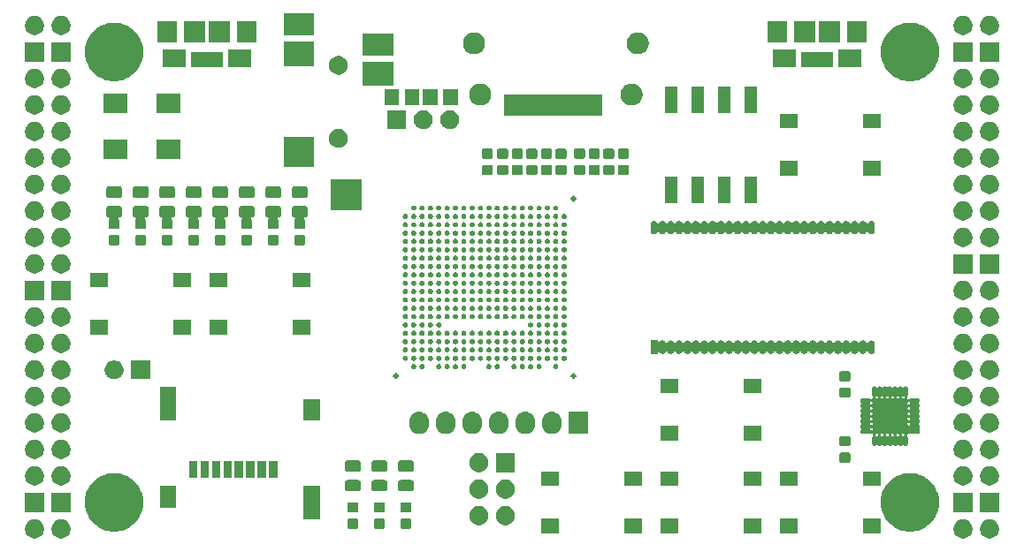
<source format=gts>
G04 #@! TF.GenerationSoftware,KiCad,Pcbnew,5.1.5+dfsg1-2*
G04 #@! TF.CreationDate,2019-12-13T13:58:42+01:00*
G04 #@! TF.ProjectId,ulx3s,756c7833-732e-46b6-9963-61645f706362,v3.0.7*
G04 #@! TF.SameCoordinates,Original*
G04 #@! TF.FileFunction,Soldermask,Top*
G04 #@! TF.FilePolarity,Negative*
%FSLAX46Y46*%
G04 Gerber Fmt 4.6, Leading zero omitted, Abs format (unit mm)*
G04 Created by KiCad (PCBNEW 5.1.5+dfsg1-2) date 2019-12-13 13:58:42*
%MOMM*%
%LPD*%
G04 APERTURE LIST*
%ADD10C,0.100000*%
G04 APERTURE END LIST*
D10*
G36*
X98068354Y-110050000D02*
G01*
X98176487Y-110071509D01*
X98342752Y-110140378D01*
X98492386Y-110240360D01*
X98619640Y-110367614D01*
X98719622Y-110517248D01*
X98788491Y-110683513D01*
X98823600Y-110860018D01*
X98823600Y-111039982D01*
X98788491Y-111216487D01*
X98719622Y-111382752D01*
X98619640Y-111532386D01*
X98492386Y-111659640D01*
X98342752Y-111759622D01*
X98176487Y-111828491D01*
X98088235Y-111846045D01*
X97999983Y-111863600D01*
X97820017Y-111863600D01*
X97731765Y-111846045D01*
X97643513Y-111828491D01*
X97477248Y-111759622D01*
X97327614Y-111659640D01*
X97200360Y-111532386D01*
X97100378Y-111382752D01*
X97031509Y-111216487D01*
X96996400Y-111039982D01*
X96996400Y-110860018D01*
X97031509Y-110683513D01*
X97100378Y-110517248D01*
X97200360Y-110367614D01*
X97327614Y-110240360D01*
X97477248Y-110140378D01*
X97643513Y-110071509D01*
X97751646Y-110050000D01*
X97820017Y-110036400D01*
X97999983Y-110036400D01*
X98068354Y-110050000D01*
G37*
G36*
X184428354Y-110050000D02*
G01*
X184536487Y-110071509D01*
X184702752Y-110140378D01*
X184852386Y-110240360D01*
X184979640Y-110367614D01*
X185079622Y-110517248D01*
X185148491Y-110683513D01*
X185183600Y-110860018D01*
X185183600Y-111039982D01*
X185148491Y-111216487D01*
X185079622Y-111382752D01*
X184979640Y-111532386D01*
X184852386Y-111659640D01*
X184702752Y-111759622D01*
X184536487Y-111828491D01*
X184448235Y-111846045D01*
X184359983Y-111863600D01*
X184180017Y-111863600D01*
X184091765Y-111846045D01*
X184003513Y-111828491D01*
X183837248Y-111759622D01*
X183687614Y-111659640D01*
X183560360Y-111532386D01*
X183460378Y-111382752D01*
X183391509Y-111216487D01*
X183356400Y-111039982D01*
X183356400Y-110860018D01*
X183391509Y-110683513D01*
X183460378Y-110517248D01*
X183560360Y-110367614D01*
X183687614Y-110240360D01*
X183837248Y-110140378D01*
X184003513Y-110071509D01*
X184111646Y-110050000D01*
X184180017Y-110036400D01*
X184359983Y-110036400D01*
X184428354Y-110050000D01*
G37*
G36*
X186968354Y-110050000D02*
G01*
X187076487Y-110071509D01*
X187242752Y-110140378D01*
X187392386Y-110240360D01*
X187519640Y-110367614D01*
X187619622Y-110517248D01*
X187688491Y-110683513D01*
X187723600Y-110860018D01*
X187723600Y-111039982D01*
X187688491Y-111216487D01*
X187619622Y-111382752D01*
X187519640Y-111532386D01*
X187392386Y-111659640D01*
X187242752Y-111759622D01*
X187076487Y-111828491D01*
X186988235Y-111846045D01*
X186899983Y-111863600D01*
X186720017Y-111863600D01*
X186631765Y-111846045D01*
X186543513Y-111828491D01*
X186377248Y-111759622D01*
X186227614Y-111659640D01*
X186100360Y-111532386D01*
X186000378Y-111382752D01*
X185931509Y-111216487D01*
X185896400Y-111039982D01*
X185896400Y-110860018D01*
X185931509Y-110683513D01*
X186000378Y-110517248D01*
X186100360Y-110367614D01*
X186227614Y-110240360D01*
X186377248Y-110140378D01*
X186543513Y-110071509D01*
X186651646Y-110050000D01*
X186720017Y-110036400D01*
X186899983Y-110036400D01*
X186968354Y-110050000D01*
G37*
G36*
X95528354Y-110050000D02*
G01*
X95636487Y-110071509D01*
X95802752Y-110140378D01*
X95952386Y-110240360D01*
X96079640Y-110367614D01*
X96179622Y-110517248D01*
X96248491Y-110683513D01*
X96283600Y-110860018D01*
X96283600Y-111039982D01*
X96248491Y-111216487D01*
X96179622Y-111382752D01*
X96079640Y-111532386D01*
X95952386Y-111659640D01*
X95802752Y-111759622D01*
X95636487Y-111828491D01*
X95548235Y-111846045D01*
X95459983Y-111863600D01*
X95280017Y-111863600D01*
X95191765Y-111846045D01*
X95103513Y-111828491D01*
X94937248Y-111759622D01*
X94787614Y-111659640D01*
X94660360Y-111532386D01*
X94560378Y-111382752D01*
X94491509Y-111216487D01*
X94456400Y-111039982D01*
X94456400Y-110860018D01*
X94491509Y-110683513D01*
X94560378Y-110517248D01*
X94660360Y-110367614D01*
X94787614Y-110240360D01*
X94937248Y-110140378D01*
X95103513Y-110071509D01*
X95211646Y-110050000D01*
X95280017Y-110036400D01*
X95459983Y-110036400D01*
X95528354Y-110050000D01*
G37*
G36*
X156985000Y-111360000D02*
G01*
X155335000Y-111360000D01*
X155335000Y-109960000D01*
X156985000Y-109960000D01*
X156985000Y-111360000D01*
G37*
G36*
X164945000Y-111360000D02*
G01*
X163295000Y-111360000D01*
X163295000Y-109960000D01*
X164945000Y-109960000D01*
X164945000Y-111360000D01*
G37*
G36*
X145555000Y-111360000D02*
G01*
X143905000Y-111360000D01*
X143905000Y-109960000D01*
X145555000Y-109960000D01*
X145555000Y-111360000D01*
G37*
G36*
X153515000Y-111360000D02*
G01*
X151865000Y-111360000D01*
X151865000Y-109960000D01*
X153515000Y-109960000D01*
X153515000Y-111360000D01*
G37*
G36*
X176375000Y-111360000D02*
G01*
X174725000Y-111360000D01*
X174725000Y-109960000D01*
X176375000Y-109960000D01*
X176375000Y-111360000D01*
G37*
G36*
X168415000Y-111360000D02*
G01*
X166765000Y-111360000D01*
X166765000Y-109960000D01*
X168415000Y-109960000D01*
X168415000Y-111360000D01*
G37*
G36*
X179736253Y-105663801D02*
G01*
X180006730Y-105717602D01*
X180157413Y-105780017D01*
X180516296Y-105928671D01*
X180668469Y-106030350D01*
X180974896Y-106235098D01*
X181364902Y-106625104D01*
X181530884Y-106873514D01*
X181671329Y-107083704D01*
X181772826Y-107328741D01*
X181882398Y-107593270D01*
X181990000Y-108134224D01*
X181990000Y-108685776D01*
X181882398Y-109226730D01*
X181820599Y-109375925D01*
X181671329Y-109736296D01*
X181648820Y-109769983D01*
X181364902Y-110194896D01*
X180974896Y-110584902D01*
X180714635Y-110758803D01*
X180516296Y-110891329D01*
X180362580Y-110955000D01*
X180006730Y-111102398D01*
X179736253Y-111156199D01*
X179465777Y-111210000D01*
X178914223Y-111210000D01*
X178643747Y-111156199D01*
X178373270Y-111102398D01*
X178017420Y-110955000D01*
X177863704Y-110891329D01*
X177665365Y-110758803D01*
X177405104Y-110584902D01*
X177015098Y-110194896D01*
X176731180Y-109769983D01*
X176708671Y-109736296D01*
X176559401Y-109375925D01*
X176497602Y-109226730D01*
X176390000Y-108685776D01*
X176390000Y-108134224D01*
X176497602Y-107593270D01*
X176607174Y-107328741D01*
X176708671Y-107083704D01*
X176849116Y-106873514D01*
X177015098Y-106625104D01*
X177405104Y-106235098D01*
X177711531Y-106030350D01*
X177863704Y-105928671D01*
X178222587Y-105780017D01*
X178373270Y-105717602D01*
X178643747Y-105663801D01*
X178914223Y-105610000D01*
X179465777Y-105610000D01*
X179736253Y-105663801D01*
G37*
G36*
X103536253Y-105663801D02*
G01*
X103806730Y-105717602D01*
X103957413Y-105780017D01*
X104316296Y-105928671D01*
X104468469Y-106030350D01*
X104774896Y-106235098D01*
X105164902Y-106625104D01*
X105330884Y-106873514D01*
X105471329Y-107083704D01*
X105572826Y-107328741D01*
X105682398Y-107593270D01*
X105790000Y-108134224D01*
X105790000Y-108685776D01*
X105682398Y-109226730D01*
X105620599Y-109375925D01*
X105471329Y-109736296D01*
X105448820Y-109769983D01*
X105164902Y-110194896D01*
X104774896Y-110584902D01*
X104514635Y-110758803D01*
X104316296Y-110891329D01*
X104162580Y-110955000D01*
X103806730Y-111102398D01*
X103536253Y-111156199D01*
X103265777Y-111210000D01*
X102714223Y-111210000D01*
X102443747Y-111156199D01*
X102173270Y-111102398D01*
X101817420Y-110955000D01*
X101663704Y-110891329D01*
X101465365Y-110758803D01*
X101205104Y-110584902D01*
X100815098Y-110194896D01*
X100531180Y-109769983D01*
X100508671Y-109736296D01*
X100359401Y-109375925D01*
X100297602Y-109226730D01*
X100190000Y-108685776D01*
X100190000Y-108134224D01*
X100297602Y-107593270D01*
X100407174Y-107328741D01*
X100508671Y-107083704D01*
X100649116Y-106873514D01*
X100815098Y-106625104D01*
X101205104Y-106235098D01*
X101511531Y-106030350D01*
X101663704Y-105928671D01*
X102022587Y-105780017D01*
X102173270Y-105717602D01*
X102443747Y-105663801D01*
X102714223Y-105610000D01*
X103265777Y-105610000D01*
X103536253Y-105663801D01*
G37*
G36*
X128768991Y-109984075D02*
G01*
X128802879Y-109994355D01*
X128834112Y-110011050D01*
X128861486Y-110033514D01*
X128883950Y-110060888D01*
X128900645Y-110092121D01*
X128910925Y-110126009D01*
X128915000Y-110167388D01*
X128915000Y-110767612D01*
X128910925Y-110808991D01*
X128900645Y-110842879D01*
X128883950Y-110874112D01*
X128861486Y-110901486D01*
X128834112Y-110923950D01*
X128802879Y-110940645D01*
X128768991Y-110950925D01*
X128727612Y-110955000D01*
X128052388Y-110955000D01*
X128011009Y-110950925D01*
X127977121Y-110940645D01*
X127945888Y-110923950D01*
X127918514Y-110901486D01*
X127896050Y-110874112D01*
X127879355Y-110842879D01*
X127869075Y-110808991D01*
X127865000Y-110767612D01*
X127865000Y-110167388D01*
X127869075Y-110126009D01*
X127879355Y-110092121D01*
X127896050Y-110060888D01*
X127918514Y-110033514D01*
X127945888Y-110011050D01*
X127977121Y-109994355D01*
X128011009Y-109984075D01*
X128052388Y-109980000D01*
X128727612Y-109980000D01*
X128768991Y-109984075D01*
G37*
G36*
X131308991Y-109984075D02*
G01*
X131342879Y-109994355D01*
X131374112Y-110011050D01*
X131401486Y-110033514D01*
X131423950Y-110060888D01*
X131440645Y-110092121D01*
X131450925Y-110126009D01*
X131455000Y-110167388D01*
X131455000Y-110767612D01*
X131450925Y-110808991D01*
X131440645Y-110842879D01*
X131423950Y-110874112D01*
X131401486Y-110901486D01*
X131374112Y-110923950D01*
X131342879Y-110940645D01*
X131308991Y-110950925D01*
X131267612Y-110955000D01*
X130592388Y-110955000D01*
X130551009Y-110950925D01*
X130517121Y-110940645D01*
X130485888Y-110923950D01*
X130458514Y-110901486D01*
X130436050Y-110874112D01*
X130419355Y-110842879D01*
X130409075Y-110808991D01*
X130405000Y-110767612D01*
X130405000Y-110167388D01*
X130409075Y-110126009D01*
X130419355Y-110092121D01*
X130436050Y-110060888D01*
X130458514Y-110033514D01*
X130485888Y-110011050D01*
X130517121Y-109994355D01*
X130551009Y-109984075D01*
X130592388Y-109980000D01*
X131267612Y-109980000D01*
X131308991Y-109984075D01*
G37*
G36*
X126228991Y-109984075D02*
G01*
X126262879Y-109994355D01*
X126294112Y-110011050D01*
X126321486Y-110033514D01*
X126343950Y-110060888D01*
X126360645Y-110092121D01*
X126370925Y-110126009D01*
X126375000Y-110167388D01*
X126375000Y-110767612D01*
X126370925Y-110808991D01*
X126360645Y-110842879D01*
X126343950Y-110874112D01*
X126321486Y-110901486D01*
X126294112Y-110923950D01*
X126262879Y-110940645D01*
X126228991Y-110950925D01*
X126187612Y-110955000D01*
X125512388Y-110955000D01*
X125471009Y-110950925D01*
X125437121Y-110940645D01*
X125405888Y-110923950D01*
X125378514Y-110901486D01*
X125356050Y-110874112D01*
X125339355Y-110842879D01*
X125329075Y-110808991D01*
X125325000Y-110767612D01*
X125325000Y-110167388D01*
X125329075Y-110126009D01*
X125339355Y-110092121D01*
X125356050Y-110060888D01*
X125378514Y-110033514D01*
X125405888Y-110011050D01*
X125437121Y-109994355D01*
X125471009Y-109984075D01*
X125512388Y-109980000D01*
X126187612Y-109980000D01*
X126228991Y-109984075D01*
G37*
G36*
X140633235Y-108783955D02*
G01*
X140721487Y-108801509D01*
X140887752Y-108870378D01*
X141037386Y-108970360D01*
X141164640Y-109097614D01*
X141264622Y-109247248D01*
X141333491Y-109413513D01*
X141368600Y-109590018D01*
X141368600Y-109769982D01*
X141333491Y-109946487D01*
X141264622Y-110112752D01*
X141164640Y-110262386D01*
X141037386Y-110389640D01*
X140887752Y-110489622D01*
X140721487Y-110558491D01*
X140633235Y-110576045D01*
X140544983Y-110593600D01*
X140365017Y-110593600D01*
X140276765Y-110576045D01*
X140188513Y-110558491D01*
X140022248Y-110489622D01*
X139872614Y-110389640D01*
X139745360Y-110262386D01*
X139645378Y-110112752D01*
X139576509Y-109946487D01*
X139541400Y-109769982D01*
X139541400Y-109590018D01*
X139576509Y-109413513D01*
X139645378Y-109247248D01*
X139745360Y-109097614D01*
X139872614Y-108970360D01*
X140022248Y-108870378D01*
X140188513Y-108801509D01*
X140276765Y-108783955D01*
X140365017Y-108766400D01*
X140544983Y-108766400D01*
X140633235Y-108783955D01*
G37*
G36*
X138093235Y-108783955D02*
G01*
X138181487Y-108801509D01*
X138347752Y-108870378D01*
X138497386Y-108970360D01*
X138624640Y-109097614D01*
X138724622Y-109247248D01*
X138793491Y-109413513D01*
X138828600Y-109590018D01*
X138828600Y-109769982D01*
X138793491Y-109946487D01*
X138724622Y-110112752D01*
X138624640Y-110262386D01*
X138497386Y-110389640D01*
X138347752Y-110489622D01*
X138181487Y-110558491D01*
X138093235Y-110576045D01*
X138004983Y-110593600D01*
X137825017Y-110593600D01*
X137736765Y-110576045D01*
X137648513Y-110558491D01*
X137482248Y-110489622D01*
X137332614Y-110389640D01*
X137205360Y-110262386D01*
X137105378Y-110112752D01*
X137036509Y-109946487D01*
X137001400Y-109769982D01*
X137001400Y-109590018D01*
X137036509Y-109413513D01*
X137105378Y-109247248D01*
X137205360Y-109097614D01*
X137332614Y-108970360D01*
X137482248Y-108870378D01*
X137648513Y-108801509D01*
X137736765Y-108783955D01*
X137825017Y-108766400D01*
X138004983Y-108766400D01*
X138093235Y-108783955D01*
G37*
G36*
X122700000Y-110050000D02*
G01*
X121150000Y-110050000D01*
X121150000Y-106800000D01*
X122700000Y-106800000D01*
X122700000Y-110050000D01*
G37*
G36*
X126228991Y-108409075D02*
G01*
X126262879Y-108419355D01*
X126294112Y-108436050D01*
X126321486Y-108458514D01*
X126343950Y-108485888D01*
X126360645Y-108517121D01*
X126370925Y-108551009D01*
X126375000Y-108592388D01*
X126375000Y-109192612D01*
X126370925Y-109233991D01*
X126360645Y-109267879D01*
X126343950Y-109299112D01*
X126321486Y-109326486D01*
X126294112Y-109348950D01*
X126262879Y-109365645D01*
X126228991Y-109375925D01*
X126187612Y-109380000D01*
X125512388Y-109380000D01*
X125471009Y-109375925D01*
X125437121Y-109365645D01*
X125405888Y-109348950D01*
X125378514Y-109326486D01*
X125356050Y-109299112D01*
X125339355Y-109267879D01*
X125329075Y-109233991D01*
X125325000Y-109192612D01*
X125325000Y-108592388D01*
X125329075Y-108551009D01*
X125339355Y-108517121D01*
X125356050Y-108485888D01*
X125378514Y-108458514D01*
X125405888Y-108436050D01*
X125437121Y-108419355D01*
X125471009Y-108409075D01*
X125512388Y-108405000D01*
X126187612Y-108405000D01*
X126228991Y-108409075D01*
G37*
G36*
X131308991Y-108409075D02*
G01*
X131342879Y-108419355D01*
X131374112Y-108436050D01*
X131401486Y-108458514D01*
X131423950Y-108485888D01*
X131440645Y-108517121D01*
X131450925Y-108551009D01*
X131455000Y-108592388D01*
X131455000Y-109192612D01*
X131450925Y-109233991D01*
X131440645Y-109267879D01*
X131423950Y-109299112D01*
X131401486Y-109326486D01*
X131374112Y-109348950D01*
X131342879Y-109365645D01*
X131308991Y-109375925D01*
X131267612Y-109380000D01*
X130592388Y-109380000D01*
X130551009Y-109375925D01*
X130517121Y-109365645D01*
X130485888Y-109348950D01*
X130458514Y-109326486D01*
X130436050Y-109299112D01*
X130419355Y-109267879D01*
X130409075Y-109233991D01*
X130405000Y-109192612D01*
X130405000Y-108592388D01*
X130409075Y-108551009D01*
X130419355Y-108517121D01*
X130436050Y-108485888D01*
X130458514Y-108458514D01*
X130485888Y-108436050D01*
X130517121Y-108419355D01*
X130551009Y-108409075D01*
X130592388Y-108405000D01*
X131267612Y-108405000D01*
X131308991Y-108409075D01*
G37*
G36*
X128768991Y-108409075D02*
G01*
X128802879Y-108419355D01*
X128834112Y-108436050D01*
X128861486Y-108458514D01*
X128883950Y-108485888D01*
X128900645Y-108517121D01*
X128910925Y-108551009D01*
X128915000Y-108592388D01*
X128915000Y-109192612D01*
X128910925Y-109233991D01*
X128900645Y-109267879D01*
X128883950Y-109299112D01*
X128861486Y-109326486D01*
X128834112Y-109348950D01*
X128802879Y-109365645D01*
X128768991Y-109375925D01*
X128727612Y-109380000D01*
X128052388Y-109380000D01*
X128011009Y-109375925D01*
X127977121Y-109365645D01*
X127945888Y-109348950D01*
X127918514Y-109326486D01*
X127896050Y-109299112D01*
X127879355Y-109267879D01*
X127869075Y-109233991D01*
X127865000Y-109192612D01*
X127865000Y-108592388D01*
X127869075Y-108551009D01*
X127879355Y-108517121D01*
X127896050Y-108485888D01*
X127918514Y-108458514D01*
X127945888Y-108436050D01*
X127977121Y-108419355D01*
X128011009Y-108409075D01*
X128052388Y-108405000D01*
X128727612Y-108405000D01*
X128768991Y-108409075D01*
G37*
G36*
X187723600Y-109323600D02*
G01*
X185896400Y-109323600D01*
X185896400Y-107496400D01*
X187723600Y-107496400D01*
X187723600Y-109323600D01*
G37*
G36*
X96283600Y-109323600D02*
G01*
X94456400Y-109323600D01*
X94456400Y-107496400D01*
X96283600Y-107496400D01*
X96283600Y-109323600D01*
G37*
G36*
X185183600Y-109323600D02*
G01*
X183356400Y-109323600D01*
X183356400Y-107496400D01*
X185183600Y-107496400D01*
X185183600Y-109323600D01*
G37*
G36*
X98823600Y-109323600D02*
G01*
X96996400Y-109323600D01*
X96996400Y-107496400D01*
X98823600Y-107496400D01*
X98823600Y-109323600D01*
G37*
G36*
X108950000Y-108900000D02*
G01*
X107400000Y-108900000D01*
X107400000Y-106800000D01*
X108950000Y-106800000D01*
X108950000Y-108900000D01*
G37*
G36*
X138048710Y-106235098D02*
G01*
X138181487Y-106261509D01*
X138347752Y-106330378D01*
X138497386Y-106430360D01*
X138624640Y-106557614D01*
X138724622Y-106707248D01*
X138793491Y-106873513D01*
X138828600Y-107050018D01*
X138828600Y-107229982D01*
X138793491Y-107406487D01*
X138724622Y-107572752D01*
X138624640Y-107722386D01*
X138497386Y-107849640D01*
X138347752Y-107949622D01*
X138181487Y-108018491D01*
X138093235Y-108036045D01*
X138004983Y-108053600D01*
X137825017Y-108053600D01*
X137736765Y-108036045D01*
X137648513Y-108018491D01*
X137482248Y-107949622D01*
X137332614Y-107849640D01*
X137205360Y-107722386D01*
X137105378Y-107572752D01*
X137036509Y-107406487D01*
X137001400Y-107229982D01*
X137001400Y-107050018D01*
X137036509Y-106873513D01*
X137105378Y-106707248D01*
X137205360Y-106557614D01*
X137332614Y-106430360D01*
X137482248Y-106330378D01*
X137648513Y-106261509D01*
X137781290Y-106235098D01*
X137825017Y-106226400D01*
X138004983Y-106226400D01*
X138048710Y-106235098D01*
G37*
G36*
X140588710Y-106235098D02*
G01*
X140721487Y-106261509D01*
X140887752Y-106330378D01*
X141037386Y-106430360D01*
X141164640Y-106557614D01*
X141264622Y-106707248D01*
X141333491Y-106873513D01*
X141368600Y-107050018D01*
X141368600Y-107229982D01*
X141333491Y-107406487D01*
X141264622Y-107572752D01*
X141164640Y-107722386D01*
X141037386Y-107849640D01*
X140887752Y-107949622D01*
X140721487Y-108018491D01*
X140633235Y-108036045D01*
X140544983Y-108053600D01*
X140365017Y-108053600D01*
X140276765Y-108036045D01*
X140188513Y-108018491D01*
X140022248Y-107949622D01*
X139872614Y-107849640D01*
X139745360Y-107722386D01*
X139645378Y-107572752D01*
X139576509Y-107406487D01*
X139541400Y-107229982D01*
X139541400Y-107050018D01*
X139576509Y-106873513D01*
X139645378Y-106707248D01*
X139745360Y-106557614D01*
X139872614Y-106430360D01*
X140022248Y-106330378D01*
X140188513Y-106261509D01*
X140321290Y-106235098D01*
X140365017Y-106226400D01*
X140544983Y-106226400D01*
X140588710Y-106235098D01*
G37*
G36*
X131513867Y-106274556D02*
G01*
X131552448Y-106286259D01*
X131588001Y-106305263D01*
X131619163Y-106330837D01*
X131644737Y-106361999D01*
X131663741Y-106397552D01*
X131675444Y-106436133D01*
X131680000Y-106482390D01*
X131680000Y-107132610D01*
X131675444Y-107178867D01*
X131663741Y-107217448D01*
X131644737Y-107253001D01*
X131619163Y-107284163D01*
X131588001Y-107309737D01*
X131552448Y-107328741D01*
X131513867Y-107340444D01*
X131467610Y-107345000D01*
X130392390Y-107345000D01*
X130346133Y-107340444D01*
X130307552Y-107328741D01*
X130271999Y-107309737D01*
X130240837Y-107284163D01*
X130215263Y-107253001D01*
X130196259Y-107217448D01*
X130184556Y-107178867D01*
X130180000Y-107132610D01*
X130180000Y-106482390D01*
X130184556Y-106436133D01*
X130196259Y-106397552D01*
X130215263Y-106361999D01*
X130240837Y-106330837D01*
X130271999Y-106305263D01*
X130307552Y-106286259D01*
X130346133Y-106274556D01*
X130392390Y-106270000D01*
X131467610Y-106270000D01*
X131513867Y-106274556D01*
G37*
G36*
X128973867Y-106274556D02*
G01*
X129012448Y-106286259D01*
X129048001Y-106305263D01*
X129079163Y-106330837D01*
X129104737Y-106361999D01*
X129123741Y-106397552D01*
X129135444Y-106436133D01*
X129140000Y-106482390D01*
X129140000Y-107132610D01*
X129135444Y-107178867D01*
X129123741Y-107217448D01*
X129104737Y-107253001D01*
X129079163Y-107284163D01*
X129048001Y-107309737D01*
X129012448Y-107328741D01*
X128973867Y-107340444D01*
X128927610Y-107345000D01*
X127852390Y-107345000D01*
X127806133Y-107340444D01*
X127767552Y-107328741D01*
X127731999Y-107309737D01*
X127700837Y-107284163D01*
X127675263Y-107253001D01*
X127656259Y-107217448D01*
X127644556Y-107178867D01*
X127640000Y-107132610D01*
X127640000Y-106482390D01*
X127644556Y-106436133D01*
X127656259Y-106397552D01*
X127675263Y-106361999D01*
X127700837Y-106330837D01*
X127731999Y-106305263D01*
X127767552Y-106286259D01*
X127806133Y-106274556D01*
X127852390Y-106270000D01*
X128927610Y-106270000D01*
X128973867Y-106274556D01*
G37*
G36*
X126433867Y-106274556D02*
G01*
X126472448Y-106286259D01*
X126508001Y-106305263D01*
X126539163Y-106330837D01*
X126564737Y-106361999D01*
X126583741Y-106397552D01*
X126595444Y-106436133D01*
X126600000Y-106482390D01*
X126600000Y-107132610D01*
X126595444Y-107178867D01*
X126583741Y-107217448D01*
X126564737Y-107253001D01*
X126539163Y-107284163D01*
X126508001Y-107309737D01*
X126472448Y-107328741D01*
X126433867Y-107340444D01*
X126387610Y-107345000D01*
X125312390Y-107345000D01*
X125266133Y-107340444D01*
X125227552Y-107328741D01*
X125191999Y-107309737D01*
X125160837Y-107284163D01*
X125135263Y-107253001D01*
X125116259Y-107217448D01*
X125104556Y-107178867D01*
X125100000Y-107132610D01*
X125100000Y-106482390D01*
X125104556Y-106436133D01*
X125116259Y-106397552D01*
X125135263Y-106361999D01*
X125160837Y-106330837D01*
X125191999Y-106305263D01*
X125227552Y-106286259D01*
X125266133Y-106274556D01*
X125312390Y-106270000D01*
X126387610Y-106270000D01*
X126433867Y-106274556D01*
G37*
G36*
X164945000Y-106860000D02*
G01*
X163295000Y-106860000D01*
X163295000Y-105460000D01*
X164945000Y-105460000D01*
X164945000Y-106860000D01*
G37*
G36*
X168415000Y-106860000D02*
G01*
X166765000Y-106860000D01*
X166765000Y-105460000D01*
X168415000Y-105460000D01*
X168415000Y-106860000D01*
G37*
G36*
X145555000Y-106860000D02*
G01*
X143905000Y-106860000D01*
X143905000Y-105460000D01*
X145555000Y-105460000D01*
X145555000Y-106860000D01*
G37*
G36*
X153515000Y-106860000D02*
G01*
X151865000Y-106860000D01*
X151865000Y-105460000D01*
X153515000Y-105460000D01*
X153515000Y-106860000D01*
G37*
G36*
X176375000Y-106860000D02*
G01*
X174725000Y-106860000D01*
X174725000Y-105460000D01*
X176375000Y-105460000D01*
X176375000Y-106860000D01*
G37*
G36*
X156985000Y-106860000D02*
G01*
X155335000Y-106860000D01*
X155335000Y-105460000D01*
X156985000Y-105460000D01*
X156985000Y-106860000D01*
G37*
G36*
X186988235Y-104973955D02*
G01*
X187076487Y-104991509D01*
X187242752Y-105060378D01*
X187392386Y-105160360D01*
X187519640Y-105287614D01*
X187619622Y-105437248D01*
X187688491Y-105603513D01*
X187723600Y-105780018D01*
X187723600Y-105959982D01*
X187688491Y-106136487D01*
X187619622Y-106302752D01*
X187519640Y-106452386D01*
X187392386Y-106579640D01*
X187242752Y-106679622D01*
X187076487Y-106748491D01*
X186988235Y-106766045D01*
X186899983Y-106783600D01*
X186720017Y-106783600D01*
X186631765Y-106766045D01*
X186543513Y-106748491D01*
X186377248Y-106679622D01*
X186227614Y-106579640D01*
X186100360Y-106452386D01*
X186000378Y-106302752D01*
X185931509Y-106136487D01*
X185896400Y-105959982D01*
X185896400Y-105780018D01*
X185931509Y-105603513D01*
X186000378Y-105437248D01*
X186100360Y-105287614D01*
X186227614Y-105160360D01*
X186377248Y-105060378D01*
X186543513Y-104991509D01*
X186631765Y-104973955D01*
X186720017Y-104956400D01*
X186899983Y-104956400D01*
X186988235Y-104973955D01*
G37*
G36*
X184448235Y-104973955D02*
G01*
X184536487Y-104991509D01*
X184702752Y-105060378D01*
X184852386Y-105160360D01*
X184979640Y-105287614D01*
X185079622Y-105437248D01*
X185148491Y-105603513D01*
X185183600Y-105780018D01*
X185183600Y-105959982D01*
X185148491Y-106136487D01*
X185079622Y-106302752D01*
X184979640Y-106452386D01*
X184852386Y-106579640D01*
X184702752Y-106679622D01*
X184536487Y-106748491D01*
X184448235Y-106766045D01*
X184359983Y-106783600D01*
X184180017Y-106783600D01*
X184091765Y-106766045D01*
X184003513Y-106748491D01*
X183837248Y-106679622D01*
X183687614Y-106579640D01*
X183560360Y-106452386D01*
X183460378Y-106302752D01*
X183391509Y-106136487D01*
X183356400Y-105959982D01*
X183356400Y-105780018D01*
X183391509Y-105603513D01*
X183460378Y-105437248D01*
X183560360Y-105287614D01*
X183687614Y-105160360D01*
X183837248Y-105060378D01*
X184003513Y-104991509D01*
X184091765Y-104973955D01*
X184180017Y-104956400D01*
X184359983Y-104956400D01*
X184448235Y-104973955D01*
G37*
G36*
X98088235Y-104973955D02*
G01*
X98176487Y-104991509D01*
X98342752Y-105060378D01*
X98492386Y-105160360D01*
X98619640Y-105287614D01*
X98719622Y-105437248D01*
X98788491Y-105603513D01*
X98823600Y-105780018D01*
X98823600Y-105959982D01*
X98788491Y-106136487D01*
X98719622Y-106302752D01*
X98619640Y-106452386D01*
X98492386Y-106579640D01*
X98342752Y-106679622D01*
X98176487Y-106748491D01*
X98088235Y-106766045D01*
X97999983Y-106783600D01*
X97820017Y-106783600D01*
X97731765Y-106766045D01*
X97643513Y-106748491D01*
X97477248Y-106679622D01*
X97327614Y-106579640D01*
X97200360Y-106452386D01*
X97100378Y-106302752D01*
X97031509Y-106136487D01*
X96996400Y-105959982D01*
X96996400Y-105780018D01*
X97031509Y-105603513D01*
X97100378Y-105437248D01*
X97200360Y-105287614D01*
X97327614Y-105160360D01*
X97477248Y-105060378D01*
X97643513Y-104991509D01*
X97731765Y-104973955D01*
X97820017Y-104956400D01*
X97999983Y-104956400D01*
X98088235Y-104973955D01*
G37*
G36*
X95548235Y-104973955D02*
G01*
X95636487Y-104991509D01*
X95802752Y-105060378D01*
X95952386Y-105160360D01*
X96079640Y-105287614D01*
X96179622Y-105437248D01*
X96248491Y-105603513D01*
X96283600Y-105780018D01*
X96283600Y-105959982D01*
X96248491Y-106136487D01*
X96179622Y-106302752D01*
X96079640Y-106452386D01*
X95952386Y-106579640D01*
X95802752Y-106679622D01*
X95636487Y-106748491D01*
X95548235Y-106766045D01*
X95459983Y-106783600D01*
X95280017Y-106783600D01*
X95191765Y-106766045D01*
X95103513Y-106748491D01*
X94937248Y-106679622D01*
X94787614Y-106579640D01*
X94660360Y-106452386D01*
X94560378Y-106302752D01*
X94491509Y-106136487D01*
X94456400Y-105959982D01*
X94456400Y-105780018D01*
X94491509Y-105603513D01*
X94560378Y-105437248D01*
X94660360Y-105287614D01*
X94787614Y-105160360D01*
X94937248Y-105060378D01*
X95103513Y-104991509D01*
X95191765Y-104973955D01*
X95280017Y-104956400D01*
X95459983Y-104956400D01*
X95548235Y-104973955D01*
G37*
G36*
X110950000Y-106050000D02*
G01*
X110150000Y-106050000D01*
X110150000Y-104450000D01*
X110950000Y-104450000D01*
X110950000Y-106050000D01*
G37*
G36*
X112050000Y-106050000D02*
G01*
X111250000Y-106050000D01*
X111250000Y-104450000D01*
X112050000Y-104450000D01*
X112050000Y-106050000D01*
G37*
G36*
X113150000Y-106050000D02*
G01*
X112350000Y-106050000D01*
X112350000Y-104450000D01*
X113150000Y-104450000D01*
X113150000Y-106050000D01*
G37*
G36*
X114250000Y-106050000D02*
G01*
X113450000Y-106050000D01*
X113450000Y-104450000D01*
X114250000Y-104450000D01*
X114250000Y-106050000D01*
G37*
G36*
X115350000Y-106050000D02*
G01*
X114550000Y-106050000D01*
X114550000Y-104450000D01*
X115350000Y-104450000D01*
X115350000Y-106050000D01*
G37*
G36*
X116450000Y-106050000D02*
G01*
X115650000Y-106050000D01*
X115650000Y-104450000D01*
X116450000Y-104450000D01*
X116450000Y-106050000D01*
G37*
G36*
X117550000Y-106050000D02*
G01*
X116750000Y-106050000D01*
X116750000Y-104450000D01*
X117550000Y-104450000D01*
X117550000Y-106050000D01*
G37*
G36*
X118650000Y-106050000D02*
G01*
X117850000Y-106050000D01*
X117850000Y-104450000D01*
X118650000Y-104450000D01*
X118650000Y-106050000D01*
G37*
G36*
X138080357Y-103701393D02*
G01*
X138181487Y-103721509D01*
X138347752Y-103790378D01*
X138497386Y-103890360D01*
X138624640Y-104017614D01*
X138724622Y-104167248D01*
X138793491Y-104333513D01*
X138828600Y-104510018D01*
X138828600Y-104689982D01*
X138793491Y-104866487D01*
X138724622Y-105032752D01*
X138624640Y-105182386D01*
X138497386Y-105309640D01*
X138347752Y-105409622D01*
X138181487Y-105478491D01*
X138093234Y-105496046D01*
X138004983Y-105513600D01*
X137825017Y-105513600D01*
X137736766Y-105496046D01*
X137648513Y-105478491D01*
X137482248Y-105409622D01*
X137332614Y-105309640D01*
X137205360Y-105182386D01*
X137105378Y-105032752D01*
X137036509Y-104866487D01*
X137001400Y-104689982D01*
X137001400Y-104510018D01*
X137036509Y-104333513D01*
X137105378Y-104167248D01*
X137205360Y-104017614D01*
X137332614Y-103890360D01*
X137482248Y-103790378D01*
X137648513Y-103721509D01*
X137749643Y-103701393D01*
X137825017Y-103686400D01*
X138004983Y-103686400D01*
X138080357Y-103701393D01*
G37*
G36*
X141368600Y-105513600D02*
G01*
X139541400Y-105513600D01*
X139541400Y-103686400D01*
X141368600Y-103686400D01*
X141368600Y-105513600D01*
G37*
G36*
X131513867Y-104399556D02*
G01*
X131552448Y-104411259D01*
X131588001Y-104430263D01*
X131619163Y-104455837D01*
X131644737Y-104486999D01*
X131663741Y-104522552D01*
X131675444Y-104561133D01*
X131680000Y-104607390D01*
X131680000Y-105257610D01*
X131675444Y-105303867D01*
X131663741Y-105342448D01*
X131644737Y-105378001D01*
X131619163Y-105409163D01*
X131588001Y-105434737D01*
X131552448Y-105453741D01*
X131513867Y-105465444D01*
X131467610Y-105470000D01*
X130392390Y-105470000D01*
X130346133Y-105465444D01*
X130307552Y-105453741D01*
X130271999Y-105434737D01*
X130240837Y-105409163D01*
X130215263Y-105378001D01*
X130196259Y-105342448D01*
X130184556Y-105303867D01*
X130180000Y-105257610D01*
X130180000Y-104607390D01*
X130184556Y-104561133D01*
X130196259Y-104522552D01*
X130215263Y-104486999D01*
X130240837Y-104455837D01*
X130271999Y-104430263D01*
X130307552Y-104411259D01*
X130346133Y-104399556D01*
X130392390Y-104395000D01*
X131467610Y-104395000D01*
X131513867Y-104399556D01*
G37*
G36*
X128973867Y-104399556D02*
G01*
X129012448Y-104411259D01*
X129048001Y-104430263D01*
X129079163Y-104455837D01*
X129104737Y-104486999D01*
X129123741Y-104522552D01*
X129135444Y-104561133D01*
X129140000Y-104607390D01*
X129140000Y-105257610D01*
X129135444Y-105303867D01*
X129123741Y-105342448D01*
X129104737Y-105378001D01*
X129079163Y-105409163D01*
X129048001Y-105434737D01*
X129012448Y-105453741D01*
X128973867Y-105465444D01*
X128927610Y-105470000D01*
X127852390Y-105470000D01*
X127806133Y-105465444D01*
X127767552Y-105453741D01*
X127731999Y-105434737D01*
X127700837Y-105409163D01*
X127675263Y-105378001D01*
X127656259Y-105342448D01*
X127644556Y-105303867D01*
X127640000Y-105257610D01*
X127640000Y-104607390D01*
X127644556Y-104561133D01*
X127656259Y-104522552D01*
X127675263Y-104486999D01*
X127700837Y-104455837D01*
X127731999Y-104430263D01*
X127767552Y-104411259D01*
X127806133Y-104399556D01*
X127852390Y-104395000D01*
X128927610Y-104395000D01*
X128973867Y-104399556D01*
G37*
G36*
X126433867Y-104399556D02*
G01*
X126472448Y-104411259D01*
X126508001Y-104430263D01*
X126539163Y-104455837D01*
X126564737Y-104486999D01*
X126583741Y-104522552D01*
X126595444Y-104561133D01*
X126600000Y-104607390D01*
X126600000Y-105257610D01*
X126595444Y-105303867D01*
X126583741Y-105342448D01*
X126564737Y-105378001D01*
X126539163Y-105409163D01*
X126508001Y-105434737D01*
X126472448Y-105453741D01*
X126433867Y-105465444D01*
X126387610Y-105470000D01*
X125312390Y-105470000D01*
X125266133Y-105465444D01*
X125227552Y-105453741D01*
X125191999Y-105434737D01*
X125160837Y-105409163D01*
X125135263Y-105378001D01*
X125116259Y-105342448D01*
X125104556Y-105303867D01*
X125100000Y-105257610D01*
X125100000Y-104607390D01*
X125104556Y-104561133D01*
X125116259Y-104522552D01*
X125135263Y-104486999D01*
X125160837Y-104455837D01*
X125191999Y-104430263D01*
X125227552Y-104411259D01*
X125266133Y-104399556D01*
X125312390Y-104395000D01*
X126387610Y-104395000D01*
X126433867Y-104399556D01*
G37*
G36*
X173345991Y-103634075D02*
G01*
X173379879Y-103644355D01*
X173411112Y-103661050D01*
X173438486Y-103683514D01*
X173460950Y-103710888D01*
X173477645Y-103742121D01*
X173487925Y-103776009D01*
X173492000Y-103817388D01*
X173492000Y-104417612D01*
X173487925Y-104458991D01*
X173477645Y-104492879D01*
X173460950Y-104524112D01*
X173438486Y-104551486D01*
X173411112Y-104573950D01*
X173379879Y-104590645D01*
X173345991Y-104600925D01*
X173304612Y-104605000D01*
X172629388Y-104605000D01*
X172588009Y-104600925D01*
X172554121Y-104590645D01*
X172522888Y-104573950D01*
X172495514Y-104551486D01*
X172473050Y-104524112D01*
X172456355Y-104492879D01*
X172446075Y-104458991D01*
X172442000Y-104417612D01*
X172442000Y-103817388D01*
X172446075Y-103776009D01*
X172456355Y-103742121D01*
X172473050Y-103710888D01*
X172495514Y-103683514D01*
X172522888Y-103661050D01*
X172554121Y-103644355D01*
X172588009Y-103634075D01*
X172629388Y-103630000D01*
X173304612Y-103630000D01*
X173345991Y-103634075D01*
G37*
G36*
X95548235Y-102433955D02*
G01*
X95636487Y-102451509D01*
X95802752Y-102520378D01*
X95952386Y-102620360D01*
X96079640Y-102747614D01*
X96179622Y-102897248D01*
X96248491Y-103063513D01*
X96283600Y-103240018D01*
X96283600Y-103419982D01*
X96248491Y-103596487D01*
X96179622Y-103762752D01*
X96079640Y-103912386D01*
X95952386Y-104039640D01*
X95802752Y-104139622D01*
X95636487Y-104208491D01*
X95548235Y-104226045D01*
X95459983Y-104243600D01*
X95280017Y-104243600D01*
X95191766Y-104226046D01*
X95103513Y-104208491D01*
X94937248Y-104139622D01*
X94787614Y-104039640D01*
X94660360Y-103912386D01*
X94560378Y-103762752D01*
X94491509Y-103596487D01*
X94456400Y-103419982D01*
X94456400Y-103240018D01*
X94491509Y-103063513D01*
X94560378Y-102897248D01*
X94660360Y-102747614D01*
X94787614Y-102620360D01*
X94937248Y-102520378D01*
X95103513Y-102451509D01*
X95191766Y-102433954D01*
X95280017Y-102416400D01*
X95459983Y-102416400D01*
X95548235Y-102433955D01*
G37*
G36*
X98088235Y-102433955D02*
G01*
X98176487Y-102451509D01*
X98342752Y-102520378D01*
X98492386Y-102620360D01*
X98619640Y-102747614D01*
X98719622Y-102897248D01*
X98788491Y-103063513D01*
X98823600Y-103240018D01*
X98823600Y-103419982D01*
X98788491Y-103596487D01*
X98719622Y-103762752D01*
X98619640Y-103912386D01*
X98492386Y-104039640D01*
X98342752Y-104139622D01*
X98176487Y-104208491D01*
X98088235Y-104226045D01*
X97999983Y-104243600D01*
X97820017Y-104243600D01*
X97731766Y-104226046D01*
X97643513Y-104208491D01*
X97477248Y-104139622D01*
X97327614Y-104039640D01*
X97200360Y-103912386D01*
X97100378Y-103762752D01*
X97031509Y-103596487D01*
X96996400Y-103419982D01*
X96996400Y-103240018D01*
X97031509Y-103063513D01*
X97100378Y-102897248D01*
X97200360Y-102747614D01*
X97327614Y-102620360D01*
X97477248Y-102520378D01*
X97643513Y-102451509D01*
X97731766Y-102433954D01*
X97820017Y-102416400D01*
X97999983Y-102416400D01*
X98088235Y-102433955D01*
G37*
G36*
X184448235Y-102433955D02*
G01*
X184536487Y-102451509D01*
X184702752Y-102520378D01*
X184852386Y-102620360D01*
X184979640Y-102747614D01*
X185079622Y-102897248D01*
X185148491Y-103063513D01*
X185183600Y-103240018D01*
X185183600Y-103419982D01*
X185148491Y-103596487D01*
X185079622Y-103762752D01*
X184979640Y-103912386D01*
X184852386Y-104039640D01*
X184702752Y-104139622D01*
X184536487Y-104208491D01*
X184448235Y-104226045D01*
X184359983Y-104243600D01*
X184180017Y-104243600D01*
X184091766Y-104226046D01*
X184003513Y-104208491D01*
X183837248Y-104139622D01*
X183687614Y-104039640D01*
X183560360Y-103912386D01*
X183460378Y-103762752D01*
X183391509Y-103596487D01*
X183356400Y-103419982D01*
X183356400Y-103240018D01*
X183391509Y-103063513D01*
X183460378Y-102897248D01*
X183560360Y-102747614D01*
X183687614Y-102620360D01*
X183837248Y-102520378D01*
X184003513Y-102451509D01*
X184091766Y-102433954D01*
X184180017Y-102416400D01*
X184359983Y-102416400D01*
X184448235Y-102433955D01*
G37*
G36*
X186988235Y-102433955D02*
G01*
X187076487Y-102451509D01*
X187242752Y-102520378D01*
X187392386Y-102620360D01*
X187519640Y-102747614D01*
X187619622Y-102897248D01*
X187688491Y-103063513D01*
X187723600Y-103240018D01*
X187723600Y-103419982D01*
X187688491Y-103596487D01*
X187619622Y-103762752D01*
X187519640Y-103912386D01*
X187392386Y-104039640D01*
X187242752Y-104139622D01*
X187076487Y-104208491D01*
X186988235Y-104226045D01*
X186899983Y-104243600D01*
X186720017Y-104243600D01*
X186631766Y-104226046D01*
X186543513Y-104208491D01*
X186377248Y-104139622D01*
X186227614Y-104039640D01*
X186100360Y-103912386D01*
X186000378Y-103762752D01*
X185931509Y-103596487D01*
X185896400Y-103419982D01*
X185896400Y-103240018D01*
X185931509Y-103063513D01*
X186000378Y-102897248D01*
X186100360Y-102747614D01*
X186227614Y-102620360D01*
X186377248Y-102520378D01*
X186543513Y-102451509D01*
X186631766Y-102433954D01*
X186720017Y-102416400D01*
X186899983Y-102416400D01*
X186988235Y-102433955D01*
G37*
G36*
X173345991Y-102059075D02*
G01*
X173379879Y-102069355D01*
X173411112Y-102086050D01*
X173438486Y-102108514D01*
X173460950Y-102135888D01*
X173477645Y-102167121D01*
X173487925Y-102201009D01*
X173492000Y-102242388D01*
X173492000Y-102842612D01*
X173487925Y-102883991D01*
X173477645Y-102917879D01*
X173460950Y-102949112D01*
X173438486Y-102976486D01*
X173411112Y-102998950D01*
X173379879Y-103015645D01*
X173345991Y-103025925D01*
X173304612Y-103030000D01*
X172629388Y-103030000D01*
X172588009Y-103025925D01*
X172554121Y-103015645D01*
X172522888Y-102998950D01*
X172495514Y-102976486D01*
X172473050Y-102949112D01*
X172456355Y-102917879D01*
X172446075Y-102883991D01*
X172442000Y-102842612D01*
X172442000Y-102242388D01*
X172446075Y-102201009D01*
X172456355Y-102167121D01*
X172473050Y-102135888D01*
X172495514Y-102108514D01*
X172522888Y-102086050D01*
X172554121Y-102069355D01*
X172588009Y-102059075D01*
X172629388Y-102055000D01*
X173304612Y-102055000D01*
X173345991Y-102059075D01*
G37*
G36*
X178824208Y-97292894D02*
G01*
X178861904Y-97304330D01*
X178861907Y-97304331D01*
X178896651Y-97322902D01*
X178896653Y-97322903D01*
X178896652Y-97322903D01*
X178927106Y-97347894D01*
X178946485Y-97371509D01*
X178952098Y-97378349D01*
X178970669Y-97413093D01*
X178970670Y-97413096D01*
X178982106Y-97450792D01*
X178985000Y-97480179D01*
X178985000Y-98149821D01*
X178982106Y-98179208D01*
X178970670Y-98216903D01*
X178970669Y-98216907D01*
X178952098Y-98251651D01*
X178952097Y-98251652D01*
X178932360Y-98275703D01*
X178918746Y-98296078D01*
X178909369Y-98318717D01*
X178904589Y-98342750D01*
X178904589Y-98367254D01*
X178909370Y-98391287D01*
X178918747Y-98413926D01*
X178932361Y-98434300D01*
X178949688Y-98451627D01*
X178970063Y-98465241D01*
X178973747Y-98466767D01*
X178981066Y-98480460D01*
X178996611Y-98499402D01*
X179015553Y-98514947D01*
X179037164Y-98526498D01*
X179060613Y-98533611D01*
X179084999Y-98536013D01*
X179109385Y-98533611D01*
X179132834Y-98526498D01*
X179164297Y-98507640D01*
X179188348Y-98487903D01*
X179188347Y-98487903D01*
X179188349Y-98487902D01*
X179223093Y-98469331D01*
X179223096Y-98469330D01*
X179260792Y-98457894D01*
X179290179Y-98455000D01*
X179959821Y-98455000D01*
X179989208Y-98457894D01*
X180026904Y-98469330D01*
X180026907Y-98469331D01*
X180061651Y-98487902D01*
X180061653Y-98487903D01*
X180061652Y-98487903D01*
X180092106Y-98512894D01*
X180114856Y-98540617D01*
X180117098Y-98543349D01*
X180135669Y-98578093D01*
X180135670Y-98578096D01*
X180147106Y-98615792D01*
X180150967Y-98655000D01*
X180147106Y-98694208D01*
X180135670Y-98731904D01*
X180135669Y-98731907D01*
X180117098Y-98766651D01*
X180117097Y-98766652D01*
X180092105Y-98797106D01*
X180078375Y-98808374D01*
X180061048Y-98825701D01*
X180047434Y-98846075D01*
X180038057Y-98868714D01*
X180033276Y-98892748D01*
X180033276Y-98917252D01*
X180038056Y-98941285D01*
X180047434Y-98963924D01*
X180061047Y-98984298D01*
X180078375Y-99001626D01*
X180092105Y-99012894D01*
X180112615Y-99037887D01*
X180117098Y-99043349D01*
X180135669Y-99078093D01*
X180135670Y-99078096D01*
X180147106Y-99115792D01*
X180150967Y-99155000D01*
X180147106Y-99194208D01*
X180135670Y-99231904D01*
X180135669Y-99231907D01*
X180117098Y-99266651D01*
X180117097Y-99266652D01*
X180092105Y-99297106D01*
X180078375Y-99308374D01*
X180061048Y-99325701D01*
X180047434Y-99346075D01*
X180038057Y-99368714D01*
X180033276Y-99392748D01*
X180033276Y-99417252D01*
X180038056Y-99441285D01*
X180047434Y-99463924D01*
X180061047Y-99484298D01*
X180078375Y-99501626D01*
X180092105Y-99512894D01*
X180112615Y-99537887D01*
X180117098Y-99543349D01*
X180135669Y-99578093D01*
X180135670Y-99578096D01*
X180147106Y-99615792D01*
X180150967Y-99655000D01*
X180147106Y-99694208D01*
X180138068Y-99724000D01*
X180135669Y-99731907D01*
X180117098Y-99766651D01*
X180117097Y-99766652D01*
X180092105Y-99797106D01*
X180078375Y-99808374D01*
X180061048Y-99825701D01*
X180047434Y-99846075D01*
X180038057Y-99868714D01*
X180033276Y-99892748D01*
X180033276Y-99917252D01*
X180038056Y-99941285D01*
X180047434Y-99963924D01*
X180061047Y-99984298D01*
X180078375Y-100001626D01*
X180092105Y-100012894D01*
X180112615Y-100037887D01*
X180117098Y-100043349D01*
X180135669Y-100078093D01*
X180135670Y-100078096D01*
X180147106Y-100115792D01*
X180150967Y-100155000D01*
X180147106Y-100194208D01*
X180135670Y-100231904D01*
X180135669Y-100231907D01*
X180117098Y-100266651D01*
X180117097Y-100266652D01*
X180092105Y-100297106D01*
X180078375Y-100308374D01*
X180061048Y-100325701D01*
X180047434Y-100346075D01*
X180038057Y-100368714D01*
X180033276Y-100392748D01*
X180033276Y-100417252D01*
X180038056Y-100441285D01*
X180047434Y-100463924D01*
X180061047Y-100484298D01*
X180078375Y-100501626D01*
X180092105Y-100512894D01*
X180112615Y-100537887D01*
X180117098Y-100543349D01*
X180135669Y-100578093D01*
X180135670Y-100578096D01*
X180147106Y-100615792D01*
X180150967Y-100655000D01*
X180147106Y-100694208D01*
X180135670Y-100731904D01*
X180135669Y-100731907D01*
X180117098Y-100766651D01*
X180117097Y-100766652D01*
X180092105Y-100797106D01*
X180078375Y-100808374D01*
X180061048Y-100825701D01*
X180047434Y-100846075D01*
X180038057Y-100868714D01*
X180033276Y-100892748D01*
X180033276Y-100917252D01*
X180038056Y-100941285D01*
X180047434Y-100963924D01*
X180061047Y-100984298D01*
X180078375Y-101001626D01*
X180092105Y-101012894D01*
X180112615Y-101037887D01*
X180117098Y-101043349D01*
X180135669Y-101078093D01*
X180135670Y-101078096D01*
X180147106Y-101115792D01*
X180150967Y-101155000D01*
X180147106Y-101194208D01*
X180135670Y-101231905D01*
X180114732Y-101271078D01*
X180105355Y-101293717D01*
X180100575Y-101317750D01*
X180100575Y-101342254D01*
X180105356Y-101366287D01*
X180114733Y-101388926D01*
X180128347Y-101409300D01*
X180145674Y-101426627D01*
X180150000Y-101429518D01*
X180150000Y-101855000D01*
X179049503Y-101855000D01*
X179025117Y-101857402D01*
X179001668Y-101864515D01*
X178980057Y-101876066D01*
X178961115Y-101891611D01*
X178945570Y-101910553D01*
X178934019Y-101932164D01*
X178926906Y-101955613D01*
X178924504Y-101979999D01*
X178926906Y-102004385D01*
X178934019Y-102027834D01*
X178950371Y-102055118D01*
X178952097Y-102058348D01*
X178952098Y-102058349D01*
X178970669Y-102093093D01*
X178970670Y-102093096D01*
X178982106Y-102130792D01*
X178985000Y-102160179D01*
X178985000Y-102829821D01*
X178982106Y-102859208D01*
X178974587Y-102883991D01*
X178970669Y-102896907D01*
X178952098Y-102931651D01*
X178952097Y-102931652D01*
X178927106Y-102962105D01*
X178909581Y-102976486D01*
X178896650Y-102987098D01*
X178861906Y-103005669D01*
X178861903Y-103005670D01*
X178824207Y-103017106D01*
X178785000Y-103020967D01*
X178745792Y-103017106D01*
X178708096Y-103005670D01*
X178708093Y-103005669D01*
X178673349Y-102987098D01*
X178660418Y-102976486D01*
X178642894Y-102962105D01*
X178631626Y-102948375D01*
X178614299Y-102931048D01*
X178593925Y-102917434D01*
X178571286Y-102908057D01*
X178547252Y-102903276D01*
X178522748Y-102903276D01*
X178498715Y-102908056D01*
X178476076Y-102917434D01*
X178455702Y-102931047D01*
X178438374Y-102948375D01*
X178427107Y-102962104D01*
X178409581Y-102976486D01*
X178396650Y-102987098D01*
X178361906Y-103005669D01*
X178361903Y-103005670D01*
X178324207Y-103017106D01*
X178285000Y-103020967D01*
X178245792Y-103017106D01*
X178208096Y-103005670D01*
X178208093Y-103005669D01*
X178173349Y-102987098D01*
X178160418Y-102976486D01*
X178142894Y-102962105D01*
X178131626Y-102948375D01*
X178114299Y-102931048D01*
X178093925Y-102917434D01*
X178071286Y-102908057D01*
X178047252Y-102903276D01*
X178022748Y-102903276D01*
X177998715Y-102908056D01*
X177976076Y-102917434D01*
X177955702Y-102931047D01*
X177938374Y-102948375D01*
X177927107Y-102962104D01*
X177909581Y-102976486D01*
X177896650Y-102987098D01*
X177861906Y-103005669D01*
X177861903Y-103005670D01*
X177824207Y-103017106D01*
X177785000Y-103020967D01*
X177745792Y-103017106D01*
X177708096Y-103005670D01*
X177708093Y-103005669D01*
X177673349Y-102987098D01*
X177660418Y-102976486D01*
X177642894Y-102962105D01*
X177631626Y-102948375D01*
X177614299Y-102931048D01*
X177593925Y-102917434D01*
X177571286Y-102908057D01*
X177547252Y-102903276D01*
X177522748Y-102903276D01*
X177498715Y-102908056D01*
X177476076Y-102917434D01*
X177455702Y-102931047D01*
X177438374Y-102948375D01*
X177427107Y-102962104D01*
X177409581Y-102976486D01*
X177396650Y-102987098D01*
X177361906Y-103005669D01*
X177361903Y-103005670D01*
X177324207Y-103017106D01*
X177285000Y-103020967D01*
X177245792Y-103017106D01*
X177208096Y-103005670D01*
X177208093Y-103005669D01*
X177173349Y-102987098D01*
X177160418Y-102976486D01*
X177142894Y-102962105D01*
X177131626Y-102948375D01*
X177114299Y-102931048D01*
X177093925Y-102917434D01*
X177071286Y-102908057D01*
X177047252Y-102903276D01*
X177022748Y-102903276D01*
X176998715Y-102908056D01*
X176976076Y-102917434D01*
X176955702Y-102931047D01*
X176938374Y-102948375D01*
X176927107Y-102962104D01*
X176909581Y-102976486D01*
X176896650Y-102987098D01*
X176861906Y-103005669D01*
X176861903Y-103005670D01*
X176824207Y-103017106D01*
X176785000Y-103020967D01*
X176745792Y-103017106D01*
X176708096Y-103005670D01*
X176708093Y-103005669D01*
X176673349Y-102987098D01*
X176660418Y-102976486D01*
X176642894Y-102962105D01*
X176631626Y-102948375D01*
X176614299Y-102931048D01*
X176593925Y-102917434D01*
X176571286Y-102908057D01*
X176547252Y-102903276D01*
X176522748Y-102903276D01*
X176498715Y-102908056D01*
X176476076Y-102917434D01*
X176455702Y-102931047D01*
X176438374Y-102948375D01*
X176427107Y-102962104D01*
X176409581Y-102976486D01*
X176396650Y-102987098D01*
X176361906Y-103005669D01*
X176361903Y-103005670D01*
X176324207Y-103017106D01*
X176285000Y-103020967D01*
X176245792Y-103017106D01*
X176208096Y-103005670D01*
X176208093Y-103005669D01*
X176173349Y-102987098D01*
X176160418Y-102976486D01*
X176142894Y-102962105D01*
X176131626Y-102948375D01*
X176114299Y-102931048D01*
X176093925Y-102917434D01*
X176071286Y-102908057D01*
X176047252Y-102903276D01*
X176022748Y-102903276D01*
X175998715Y-102908056D01*
X175976076Y-102917434D01*
X175955702Y-102931047D01*
X175938374Y-102948375D01*
X175927107Y-102962104D01*
X175909581Y-102976486D01*
X175896650Y-102987098D01*
X175861906Y-103005669D01*
X175861903Y-103005670D01*
X175824207Y-103017106D01*
X175785000Y-103020967D01*
X175745792Y-103017106D01*
X175708096Y-103005670D01*
X175708093Y-103005669D01*
X175673349Y-102987098D01*
X175660418Y-102976486D01*
X175642895Y-102962106D01*
X175617903Y-102931651D01*
X175617902Y-102931650D01*
X175599331Y-102896906D01*
X175595413Y-102883991D01*
X175587894Y-102859207D01*
X175585000Y-102829820D01*
X175585001Y-102160179D01*
X175587895Y-102130792D01*
X175599331Y-102093096D01*
X175599332Y-102093093D01*
X175617903Y-102058349D01*
X175620894Y-102054704D01*
X175637641Y-102034297D01*
X175651255Y-102013922D01*
X175660632Y-101991283D01*
X175665412Y-101967250D01*
X175665412Y-101954999D01*
X175903987Y-101954999D01*
X175906389Y-101979385D01*
X175913502Y-102002834D01*
X175925053Y-102024445D01*
X175932362Y-102034299D01*
X175938377Y-102041628D01*
X175955704Y-102058955D01*
X175976079Y-102072568D01*
X175998718Y-102081945D01*
X176022751Y-102086725D01*
X176047256Y-102086725D01*
X176071289Y-102081944D01*
X176093927Y-102072566D01*
X176114301Y-102058952D01*
X176131631Y-102041621D01*
X176137645Y-102034292D01*
X176151258Y-102013916D01*
X176160634Y-101991277D01*
X176165413Y-101967243D01*
X176165413Y-101954999D01*
X176403987Y-101954999D01*
X176406389Y-101979385D01*
X176413502Y-102002834D01*
X176425053Y-102024445D01*
X176432362Y-102034299D01*
X176438377Y-102041628D01*
X176455704Y-102058955D01*
X176476079Y-102072568D01*
X176498718Y-102081945D01*
X176522751Y-102086725D01*
X176547256Y-102086725D01*
X176571289Y-102081944D01*
X176593927Y-102072566D01*
X176614301Y-102058952D01*
X176631631Y-102041621D01*
X176637645Y-102034292D01*
X176651258Y-102013916D01*
X176660634Y-101991277D01*
X176665413Y-101967243D01*
X176665413Y-101954999D01*
X176903987Y-101954999D01*
X176906389Y-101979385D01*
X176913502Y-102002834D01*
X176925053Y-102024445D01*
X176932362Y-102034299D01*
X176938377Y-102041628D01*
X176955704Y-102058955D01*
X176976079Y-102072568D01*
X176998718Y-102081945D01*
X177022751Y-102086725D01*
X177047256Y-102086725D01*
X177071289Y-102081944D01*
X177093927Y-102072566D01*
X177114301Y-102058952D01*
X177131631Y-102041621D01*
X177137645Y-102034292D01*
X177151258Y-102013916D01*
X177160634Y-101991277D01*
X177165413Y-101967243D01*
X177165413Y-101954999D01*
X177403987Y-101954999D01*
X177406389Y-101979385D01*
X177413502Y-102002834D01*
X177425053Y-102024445D01*
X177432362Y-102034299D01*
X177438377Y-102041628D01*
X177455704Y-102058955D01*
X177476079Y-102072568D01*
X177498718Y-102081945D01*
X177522751Y-102086725D01*
X177547256Y-102086725D01*
X177571289Y-102081944D01*
X177593927Y-102072566D01*
X177614301Y-102058952D01*
X177631631Y-102041621D01*
X177637645Y-102034292D01*
X177651258Y-102013916D01*
X177660634Y-101991277D01*
X177665413Y-101967243D01*
X177665413Y-101954999D01*
X177903987Y-101954999D01*
X177906389Y-101979385D01*
X177913502Y-102002834D01*
X177925053Y-102024445D01*
X177932362Y-102034299D01*
X177938377Y-102041628D01*
X177955704Y-102058955D01*
X177976079Y-102072568D01*
X177998718Y-102081945D01*
X178022751Y-102086725D01*
X178047256Y-102086725D01*
X178071289Y-102081944D01*
X178093927Y-102072566D01*
X178114301Y-102058952D01*
X178131631Y-102041621D01*
X178137645Y-102034292D01*
X178151258Y-102013916D01*
X178160634Y-101991277D01*
X178165413Y-101967243D01*
X178165413Y-101954999D01*
X178403987Y-101954999D01*
X178406389Y-101979385D01*
X178413502Y-102002834D01*
X178425053Y-102024445D01*
X178432362Y-102034299D01*
X178438377Y-102041628D01*
X178455704Y-102058955D01*
X178476079Y-102072568D01*
X178498718Y-102081945D01*
X178522751Y-102086725D01*
X178547256Y-102086725D01*
X178571289Y-102081944D01*
X178593927Y-102072566D01*
X178614301Y-102058952D01*
X178631631Y-102041621D01*
X178637645Y-102034292D01*
X178651258Y-102013916D01*
X178660634Y-101991277D01*
X178665413Y-101967243D01*
X178665411Y-101942739D01*
X178660629Y-101918706D01*
X178651251Y-101896068D01*
X178637636Y-101875695D01*
X178620308Y-101858369D01*
X178599932Y-101844756D01*
X178577293Y-101835380D01*
X178541015Y-101830000D01*
X178528986Y-101830000D01*
X178504600Y-101832402D01*
X178481151Y-101839515D01*
X178459540Y-101851066D01*
X178440598Y-101866611D01*
X178425053Y-101885553D01*
X178413502Y-101907164D01*
X178406389Y-101930613D01*
X178403987Y-101954999D01*
X178165413Y-101954999D01*
X178165411Y-101942739D01*
X178160629Y-101918706D01*
X178151251Y-101896068D01*
X178137636Y-101875695D01*
X178120308Y-101858369D01*
X178099932Y-101844756D01*
X178077293Y-101835380D01*
X178041015Y-101830000D01*
X178028986Y-101830000D01*
X178004600Y-101832402D01*
X177981151Y-101839515D01*
X177959540Y-101851066D01*
X177940598Y-101866611D01*
X177925053Y-101885553D01*
X177913502Y-101907164D01*
X177906389Y-101930613D01*
X177903987Y-101954999D01*
X177665413Y-101954999D01*
X177665411Y-101942739D01*
X177660629Y-101918706D01*
X177651251Y-101896068D01*
X177637636Y-101875695D01*
X177620308Y-101858369D01*
X177599932Y-101844756D01*
X177577293Y-101835380D01*
X177541015Y-101830000D01*
X177528986Y-101830000D01*
X177504600Y-101832402D01*
X177481151Y-101839515D01*
X177459540Y-101851066D01*
X177440598Y-101866611D01*
X177425053Y-101885553D01*
X177413502Y-101907164D01*
X177406389Y-101930613D01*
X177403987Y-101954999D01*
X177165413Y-101954999D01*
X177165411Y-101942739D01*
X177160629Y-101918706D01*
X177151251Y-101896068D01*
X177137636Y-101875695D01*
X177120308Y-101858369D01*
X177099932Y-101844756D01*
X177077293Y-101835380D01*
X177041015Y-101830000D01*
X177028986Y-101830000D01*
X177004600Y-101832402D01*
X176981151Y-101839515D01*
X176959540Y-101851066D01*
X176940598Y-101866611D01*
X176925053Y-101885553D01*
X176913502Y-101907164D01*
X176906389Y-101930613D01*
X176903987Y-101954999D01*
X176665413Y-101954999D01*
X176665411Y-101942739D01*
X176660629Y-101918706D01*
X176651251Y-101896068D01*
X176637636Y-101875695D01*
X176620308Y-101858369D01*
X176599932Y-101844756D01*
X176577293Y-101835380D01*
X176541015Y-101830000D01*
X176528986Y-101830000D01*
X176504600Y-101832402D01*
X176481151Y-101839515D01*
X176459540Y-101851066D01*
X176440598Y-101866611D01*
X176425053Y-101885553D01*
X176413502Y-101907164D01*
X176406389Y-101930613D01*
X176403987Y-101954999D01*
X176165413Y-101954999D01*
X176165411Y-101942739D01*
X176160629Y-101918706D01*
X176151251Y-101896068D01*
X176137636Y-101875695D01*
X176120308Y-101858369D01*
X176099932Y-101844756D01*
X176077293Y-101835380D01*
X176041015Y-101830000D01*
X176028986Y-101830000D01*
X176004600Y-101832402D01*
X175981151Y-101839515D01*
X175959540Y-101851066D01*
X175940598Y-101866611D01*
X175925053Y-101885553D01*
X175913502Y-101907164D01*
X175906389Y-101930613D01*
X175903987Y-101954999D01*
X175665412Y-101954999D01*
X175665412Y-101942746D01*
X175660631Y-101918713D01*
X175651254Y-101896074D01*
X175637640Y-101875700D01*
X175620313Y-101858373D01*
X175599938Y-101844759D01*
X175596253Y-101843233D01*
X175588934Y-101829540D01*
X175573389Y-101810598D01*
X175554447Y-101795053D01*
X175532836Y-101783502D01*
X175509387Y-101776389D01*
X175485001Y-101773987D01*
X175460615Y-101776389D01*
X175437166Y-101783502D01*
X175405703Y-101802360D01*
X175395664Y-101810598D01*
X175381651Y-101822098D01*
X175346907Y-101840669D01*
X175346904Y-101840670D01*
X175309208Y-101852106D01*
X175279821Y-101855000D01*
X174610179Y-101855000D01*
X174580792Y-101852106D01*
X174543096Y-101840670D01*
X174543093Y-101840669D01*
X174508349Y-101822098D01*
X174505618Y-101819856D01*
X174477894Y-101797106D01*
X174452903Y-101766652D01*
X174452902Y-101766651D01*
X174434331Y-101731907D01*
X174426383Y-101705707D01*
X174422894Y-101694208D01*
X174419033Y-101655000D01*
X174422894Y-101615792D01*
X174434330Y-101578096D01*
X174434331Y-101578093D01*
X174452902Y-101543349D01*
X174457385Y-101537887D01*
X174477895Y-101512894D01*
X174491625Y-101501626D01*
X174508952Y-101484299D01*
X174522566Y-101463925D01*
X174531943Y-101441286D01*
X174536724Y-101417252D01*
X174536724Y-101392749D01*
X175353276Y-101392749D01*
X175353276Y-101417253D01*
X175358057Y-101441286D01*
X175367434Y-101463925D01*
X175381048Y-101484299D01*
X175398374Y-101501625D01*
X175405702Y-101507639D01*
X175426076Y-101521253D01*
X175448715Y-101530630D01*
X175472748Y-101535411D01*
X175497252Y-101535411D01*
X175521286Y-101530631D01*
X175543925Y-101521254D01*
X175564299Y-101507640D01*
X175581626Y-101490313D01*
X175595240Y-101469939D01*
X175604617Y-101447300D01*
X175609398Y-101423267D01*
X175610000Y-101411014D01*
X175610000Y-101398986D01*
X175607598Y-101374600D01*
X175600485Y-101351151D01*
X175588934Y-101329540D01*
X175573389Y-101310598D01*
X175554447Y-101295053D01*
X175532836Y-101283502D01*
X175509387Y-101276389D01*
X175485001Y-101273987D01*
X175460615Y-101276389D01*
X175437166Y-101283502D01*
X175415555Y-101295053D01*
X175405702Y-101302361D01*
X175398374Y-101308375D01*
X175381047Y-101325702D01*
X175367433Y-101346076D01*
X175358056Y-101368715D01*
X175353276Y-101392749D01*
X174536724Y-101392749D01*
X174536724Y-101392748D01*
X174531944Y-101368715D01*
X174522566Y-101346076D01*
X174508953Y-101325702D01*
X174491625Y-101308374D01*
X174477895Y-101297106D01*
X174452903Y-101266652D01*
X174452902Y-101266651D01*
X174434331Y-101231907D01*
X174431553Y-101222750D01*
X174422894Y-101194208D01*
X174419033Y-101155000D01*
X174422894Y-101115792D01*
X174434330Y-101078096D01*
X174434331Y-101078093D01*
X174452902Y-101043349D01*
X174457385Y-101037887D01*
X174477895Y-101012894D01*
X174491625Y-101001626D01*
X174508952Y-100984299D01*
X174522566Y-100963925D01*
X174531943Y-100941286D01*
X174536724Y-100917252D01*
X174536724Y-100892749D01*
X175353276Y-100892749D01*
X175353276Y-100917253D01*
X175358057Y-100941286D01*
X175367434Y-100963925D01*
X175381048Y-100984299D01*
X175398374Y-101001625D01*
X175405702Y-101007639D01*
X175426076Y-101021253D01*
X175448715Y-101030630D01*
X175472748Y-101035411D01*
X175497252Y-101035411D01*
X175521286Y-101030631D01*
X175543925Y-101021254D01*
X175564299Y-101007640D01*
X175581626Y-100990313D01*
X175595240Y-100969939D01*
X175604617Y-100947300D01*
X175609398Y-100923267D01*
X175610000Y-100911014D01*
X175610000Y-100898986D01*
X178960000Y-100898986D01*
X178960000Y-100911014D01*
X178962402Y-100935400D01*
X178969515Y-100958849D01*
X178981066Y-100980460D01*
X178996611Y-100999402D01*
X179015553Y-101014947D01*
X179037164Y-101026498D01*
X179060613Y-101033611D01*
X179084999Y-101036013D01*
X179109385Y-101033611D01*
X179132834Y-101026498D01*
X179154445Y-101014947D01*
X179164298Y-101007639D01*
X179171626Y-101001625D01*
X179188953Y-100984298D01*
X179202567Y-100963924D01*
X179211944Y-100941285D01*
X179216724Y-100917251D01*
X179216724Y-100892747D01*
X179211943Y-100868714D01*
X179202566Y-100846075D01*
X179188952Y-100825701D01*
X179171626Y-100808375D01*
X179164298Y-100802361D01*
X179143924Y-100788747D01*
X179121285Y-100779370D01*
X179097252Y-100774589D01*
X179072748Y-100774589D01*
X179048714Y-100779369D01*
X179026075Y-100788746D01*
X179005701Y-100802360D01*
X178988374Y-100819687D01*
X178974760Y-100840061D01*
X178965383Y-100862700D01*
X178960602Y-100886733D01*
X178960000Y-100898986D01*
X175610000Y-100898986D01*
X175607598Y-100874600D01*
X175600485Y-100851151D01*
X175588934Y-100829540D01*
X175573389Y-100810598D01*
X175554447Y-100795053D01*
X175532836Y-100783502D01*
X175509387Y-100776389D01*
X175485001Y-100773987D01*
X175460615Y-100776389D01*
X175437166Y-100783502D01*
X175415555Y-100795053D01*
X175405702Y-100802361D01*
X175398374Y-100808375D01*
X175381047Y-100825702D01*
X175367433Y-100846076D01*
X175358056Y-100868715D01*
X175353276Y-100892749D01*
X174536724Y-100892749D01*
X174536724Y-100892748D01*
X174531944Y-100868715D01*
X174522566Y-100846076D01*
X174508953Y-100825702D01*
X174491625Y-100808374D01*
X174477895Y-100797106D01*
X174452903Y-100766652D01*
X174452902Y-100766651D01*
X174434331Y-100731907D01*
X174434330Y-100731904D01*
X174422894Y-100694208D01*
X174419033Y-100655000D01*
X174422894Y-100615792D01*
X174434330Y-100578096D01*
X174434331Y-100578093D01*
X174452902Y-100543349D01*
X174457385Y-100537887D01*
X174477895Y-100512894D01*
X174491625Y-100501626D01*
X174508952Y-100484299D01*
X174522566Y-100463925D01*
X174531943Y-100441286D01*
X174536724Y-100417252D01*
X174536724Y-100392749D01*
X175353276Y-100392749D01*
X175353276Y-100417253D01*
X175358057Y-100441286D01*
X175367434Y-100463925D01*
X175381048Y-100484299D01*
X175398374Y-100501625D01*
X175405702Y-100507639D01*
X175426076Y-100521253D01*
X175448715Y-100530630D01*
X175472748Y-100535411D01*
X175497252Y-100535411D01*
X175521286Y-100530631D01*
X175543925Y-100521254D01*
X175564299Y-100507640D01*
X175581626Y-100490313D01*
X175595240Y-100469939D01*
X175604617Y-100447300D01*
X175609398Y-100423267D01*
X175610000Y-100411014D01*
X175610000Y-100398986D01*
X178960000Y-100398986D01*
X178960000Y-100411014D01*
X178962402Y-100435400D01*
X178969515Y-100458849D01*
X178981066Y-100480460D01*
X178996611Y-100499402D01*
X179015553Y-100514947D01*
X179037164Y-100526498D01*
X179060613Y-100533611D01*
X179084999Y-100536013D01*
X179109385Y-100533611D01*
X179132834Y-100526498D01*
X179154445Y-100514947D01*
X179164298Y-100507639D01*
X179171626Y-100501625D01*
X179188953Y-100484298D01*
X179202567Y-100463924D01*
X179211944Y-100441285D01*
X179216724Y-100417251D01*
X179216724Y-100392747D01*
X179211943Y-100368714D01*
X179202566Y-100346075D01*
X179188952Y-100325701D01*
X179171626Y-100308375D01*
X179164298Y-100302361D01*
X179143924Y-100288747D01*
X179121285Y-100279370D01*
X179097252Y-100274589D01*
X179072748Y-100274589D01*
X179048714Y-100279369D01*
X179026075Y-100288746D01*
X179005701Y-100302360D01*
X178988374Y-100319687D01*
X178974760Y-100340061D01*
X178965383Y-100362700D01*
X178960602Y-100386733D01*
X178960000Y-100398986D01*
X175610000Y-100398986D01*
X175607598Y-100374600D01*
X175600485Y-100351151D01*
X175588934Y-100329540D01*
X175573389Y-100310598D01*
X175554447Y-100295053D01*
X175532836Y-100283502D01*
X175509387Y-100276389D01*
X175485001Y-100273987D01*
X175460615Y-100276389D01*
X175437166Y-100283502D01*
X175415555Y-100295053D01*
X175405702Y-100302361D01*
X175398374Y-100308375D01*
X175381047Y-100325702D01*
X175367433Y-100346076D01*
X175358056Y-100368715D01*
X175353276Y-100392749D01*
X174536724Y-100392749D01*
X174536724Y-100392748D01*
X174531944Y-100368715D01*
X174522566Y-100346076D01*
X174508953Y-100325702D01*
X174491625Y-100308374D01*
X174477895Y-100297106D01*
X174452903Y-100266652D01*
X174452902Y-100266651D01*
X174434331Y-100231907D01*
X174434330Y-100231904D01*
X174422894Y-100194208D01*
X174419033Y-100155000D01*
X174422894Y-100115792D01*
X174434330Y-100078096D01*
X174434331Y-100078093D01*
X174452902Y-100043349D01*
X174457385Y-100037887D01*
X174477895Y-100012894D01*
X174491625Y-100001626D01*
X174508952Y-99984299D01*
X174522566Y-99963925D01*
X174531943Y-99941286D01*
X174536724Y-99917252D01*
X174536724Y-99892749D01*
X175353276Y-99892749D01*
X175353276Y-99917253D01*
X175358057Y-99941286D01*
X175367434Y-99963925D01*
X175381048Y-99984299D01*
X175398374Y-100001625D01*
X175405702Y-100007639D01*
X175426076Y-100021253D01*
X175448715Y-100030630D01*
X175472748Y-100035411D01*
X175497252Y-100035411D01*
X175521286Y-100030631D01*
X175543925Y-100021254D01*
X175564299Y-100007640D01*
X175581626Y-99990313D01*
X175595240Y-99969939D01*
X175604617Y-99947300D01*
X175609398Y-99923267D01*
X175610000Y-99911014D01*
X175610000Y-99898986D01*
X178960000Y-99898986D01*
X178960000Y-99911014D01*
X178962402Y-99935400D01*
X178969515Y-99958849D01*
X178981066Y-99980460D01*
X178996611Y-99999402D01*
X179015553Y-100014947D01*
X179037164Y-100026498D01*
X179060613Y-100033611D01*
X179084999Y-100036013D01*
X179109385Y-100033611D01*
X179132834Y-100026498D01*
X179154445Y-100014947D01*
X179164298Y-100007639D01*
X179171626Y-100001625D01*
X179188953Y-99984298D01*
X179202567Y-99963924D01*
X179211944Y-99941285D01*
X179216724Y-99917251D01*
X179216724Y-99892747D01*
X179211943Y-99868714D01*
X179202566Y-99846075D01*
X179188952Y-99825701D01*
X179171626Y-99808375D01*
X179164298Y-99802361D01*
X179143924Y-99788747D01*
X179121285Y-99779370D01*
X179097252Y-99774589D01*
X179072748Y-99774589D01*
X179048714Y-99779369D01*
X179026075Y-99788746D01*
X179005701Y-99802360D01*
X178988374Y-99819687D01*
X178974760Y-99840061D01*
X178965383Y-99862700D01*
X178960602Y-99886733D01*
X178960000Y-99898986D01*
X175610000Y-99898986D01*
X175607598Y-99874600D01*
X175600485Y-99851151D01*
X175588934Y-99829540D01*
X175573389Y-99810598D01*
X175554447Y-99795053D01*
X175532836Y-99783502D01*
X175509387Y-99776389D01*
X175485001Y-99773987D01*
X175460615Y-99776389D01*
X175437166Y-99783502D01*
X175415555Y-99795053D01*
X175405702Y-99802361D01*
X175398374Y-99808375D01*
X175381047Y-99825702D01*
X175367433Y-99846076D01*
X175358056Y-99868715D01*
X175353276Y-99892749D01*
X174536724Y-99892749D01*
X174536724Y-99892748D01*
X174531944Y-99868715D01*
X174522566Y-99846076D01*
X174508953Y-99825702D01*
X174491625Y-99808374D01*
X174477895Y-99797106D01*
X174452903Y-99766652D01*
X174452902Y-99766651D01*
X174434331Y-99731907D01*
X174431932Y-99724000D01*
X174422894Y-99694208D01*
X174419033Y-99655000D01*
X174422894Y-99615792D01*
X174434330Y-99578096D01*
X174434331Y-99578093D01*
X174452902Y-99543349D01*
X174457385Y-99537887D01*
X174477895Y-99512894D01*
X174491625Y-99501626D01*
X174508952Y-99484299D01*
X174522566Y-99463925D01*
X174531943Y-99441286D01*
X174536724Y-99417252D01*
X174536724Y-99392749D01*
X175353276Y-99392749D01*
X175353276Y-99417253D01*
X175358057Y-99441286D01*
X175367434Y-99463925D01*
X175381048Y-99484299D01*
X175398374Y-99501625D01*
X175405702Y-99507639D01*
X175426076Y-99521253D01*
X175448715Y-99530630D01*
X175472748Y-99535411D01*
X175497252Y-99535411D01*
X175521286Y-99530631D01*
X175543925Y-99521254D01*
X175564299Y-99507640D01*
X175581626Y-99490313D01*
X175595240Y-99469939D01*
X175604617Y-99447300D01*
X175609398Y-99423267D01*
X175610000Y-99411014D01*
X175610000Y-99398986D01*
X178960000Y-99398986D01*
X178960000Y-99411014D01*
X178962402Y-99435400D01*
X178969515Y-99458849D01*
X178981066Y-99480460D01*
X178996611Y-99499402D01*
X179015553Y-99514947D01*
X179037164Y-99526498D01*
X179060613Y-99533611D01*
X179084999Y-99536013D01*
X179109385Y-99533611D01*
X179132834Y-99526498D01*
X179154445Y-99514947D01*
X179164298Y-99507639D01*
X179171626Y-99501625D01*
X179188953Y-99484298D01*
X179202567Y-99463924D01*
X179211944Y-99441285D01*
X179216724Y-99417251D01*
X179216724Y-99392747D01*
X179211943Y-99368714D01*
X179202566Y-99346075D01*
X179188952Y-99325701D01*
X179171626Y-99308375D01*
X179164298Y-99302361D01*
X179143924Y-99288747D01*
X179121285Y-99279370D01*
X179097252Y-99274589D01*
X179072748Y-99274589D01*
X179048714Y-99279369D01*
X179026075Y-99288746D01*
X179005701Y-99302360D01*
X178988374Y-99319687D01*
X178974760Y-99340061D01*
X178965383Y-99362700D01*
X178960602Y-99386733D01*
X178960000Y-99398986D01*
X175610000Y-99398986D01*
X175607598Y-99374600D01*
X175600485Y-99351151D01*
X175588934Y-99329540D01*
X175573389Y-99310598D01*
X175554447Y-99295053D01*
X175532836Y-99283502D01*
X175509387Y-99276389D01*
X175485001Y-99273987D01*
X175460615Y-99276389D01*
X175437166Y-99283502D01*
X175415555Y-99295053D01*
X175405702Y-99302361D01*
X175398374Y-99308375D01*
X175381047Y-99325702D01*
X175367433Y-99346076D01*
X175358056Y-99368715D01*
X175353276Y-99392749D01*
X174536724Y-99392749D01*
X174536724Y-99392748D01*
X174531944Y-99368715D01*
X174522566Y-99346076D01*
X174508953Y-99325702D01*
X174491625Y-99308374D01*
X174477895Y-99297106D01*
X174452903Y-99266652D01*
X174452902Y-99266651D01*
X174434331Y-99231907D01*
X174434330Y-99231904D01*
X174422894Y-99194208D01*
X174419033Y-99155000D01*
X174422894Y-99115792D01*
X174434330Y-99078096D01*
X174434331Y-99078093D01*
X174452902Y-99043349D01*
X174457385Y-99037887D01*
X174477895Y-99012894D01*
X174491625Y-99001626D01*
X174508952Y-98984299D01*
X174522566Y-98963925D01*
X174531943Y-98941286D01*
X174536724Y-98917252D01*
X174536724Y-98892749D01*
X175353276Y-98892749D01*
X175353276Y-98917253D01*
X175358057Y-98941286D01*
X175367434Y-98963925D01*
X175381048Y-98984299D01*
X175398374Y-99001625D01*
X175405702Y-99007639D01*
X175426076Y-99021253D01*
X175448715Y-99030630D01*
X175472748Y-99035411D01*
X175497252Y-99035411D01*
X175521286Y-99030631D01*
X175543925Y-99021254D01*
X175564299Y-99007640D01*
X175581626Y-98990313D01*
X175595240Y-98969939D01*
X175604617Y-98947300D01*
X175609398Y-98923267D01*
X175610000Y-98911014D01*
X175610000Y-98898986D01*
X178960000Y-98898986D01*
X178960000Y-98911014D01*
X178962402Y-98935400D01*
X178969515Y-98958849D01*
X178981066Y-98980460D01*
X178996611Y-98999402D01*
X179015553Y-99014947D01*
X179037164Y-99026498D01*
X179060613Y-99033611D01*
X179084999Y-99036013D01*
X179109385Y-99033611D01*
X179132834Y-99026498D01*
X179154445Y-99014947D01*
X179164298Y-99007639D01*
X179171626Y-99001625D01*
X179188953Y-98984298D01*
X179202567Y-98963924D01*
X179211944Y-98941285D01*
X179216724Y-98917251D01*
X179216724Y-98892747D01*
X179211943Y-98868714D01*
X179202566Y-98846075D01*
X179188952Y-98825701D01*
X179171626Y-98808375D01*
X179164298Y-98802361D01*
X179143924Y-98788747D01*
X179121285Y-98779370D01*
X179097252Y-98774589D01*
X179072748Y-98774589D01*
X179048714Y-98779369D01*
X179026075Y-98788746D01*
X179005701Y-98802360D01*
X178988374Y-98819687D01*
X178974760Y-98840061D01*
X178965383Y-98862700D01*
X178960602Y-98886733D01*
X178960000Y-98898986D01*
X175610000Y-98898986D01*
X175607598Y-98874600D01*
X175600485Y-98851151D01*
X175588934Y-98829540D01*
X175573389Y-98810598D01*
X175554447Y-98795053D01*
X175532836Y-98783502D01*
X175509387Y-98776389D01*
X175485001Y-98773987D01*
X175460615Y-98776389D01*
X175437166Y-98783502D01*
X175415555Y-98795053D01*
X175405702Y-98802361D01*
X175398374Y-98808375D01*
X175381047Y-98825702D01*
X175367433Y-98846076D01*
X175358056Y-98868715D01*
X175353276Y-98892749D01*
X174536724Y-98892749D01*
X174536724Y-98892748D01*
X174531944Y-98868715D01*
X174522566Y-98846076D01*
X174508953Y-98825702D01*
X174491625Y-98808374D01*
X174477895Y-98797106D01*
X174452903Y-98766652D01*
X174452902Y-98766651D01*
X174434331Y-98731907D01*
X174434330Y-98731904D01*
X174422894Y-98694208D01*
X174419033Y-98655000D01*
X174422894Y-98615792D01*
X174434330Y-98578096D01*
X174434331Y-98578093D01*
X174452902Y-98543349D01*
X174455144Y-98540617D01*
X174477894Y-98512894D01*
X174508348Y-98487903D01*
X174508347Y-98487903D01*
X174508349Y-98487902D01*
X174543093Y-98469331D01*
X174543096Y-98469330D01*
X174580792Y-98457894D01*
X174610179Y-98455000D01*
X175279821Y-98455000D01*
X175309208Y-98457894D01*
X175346904Y-98469330D01*
X175346907Y-98469331D01*
X175381651Y-98487902D01*
X175381653Y-98487903D01*
X175381652Y-98487903D01*
X175405703Y-98507640D01*
X175426078Y-98521254D01*
X175448717Y-98530631D01*
X175472750Y-98535411D01*
X175497254Y-98535411D01*
X175521287Y-98530630D01*
X175543926Y-98521253D01*
X175564300Y-98507639D01*
X175581627Y-98490312D01*
X175595241Y-98469937D01*
X175596767Y-98466253D01*
X175610460Y-98458934D01*
X175629402Y-98443389D01*
X175644947Y-98424447D01*
X175656498Y-98402836D01*
X175663611Y-98379387D01*
X175666013Y-98355001D01*
X175664807Y-98342748D01*
X175904589Y-98342748D01*
X175904589Y-98367252D01*
X175909369Y-98391286D01*
X175918746Y-98413925D01*
X175932360Y-98434299D01*
X175949687Y-98451626D01*
X175970061Y-98465240D01*
X175992700Y-98474617D01*
X176016733Y-98479398D01*
X176028986Y-98480000D01*
X176041014Y-98480000D01*
X176065400Y-98477598D01*
X176088849Y-98470485D01*
X176110460Y-98458934D01*
X176129402Y-98443389D01*
X176144947Y-98424447D01*
X176156498Y-98402836D01*
X176163611Y-98379387D01*
X176166013Y-98355001D01*
X176164807Y-98342748D01*
X176404589Y-98342748D01*
X176404589Y-98367252D01*
X176409369Y-98391286D01*
X176418746Y-98413925D01*
X176432360Y-98434299D01*
X176449687Y-98451626D01*
X176470061Y-98465240D01*
X176492700Y-98474617D01*
X176516733Y-98479398D01*
X176528986Y-98480000D01*
X176541014Y-98480000D01*
X176565400Y-98477598D01*
X176588849Y-98470485D01*
X176610460Y-98458934D01*
X176629402Y-98443389D01*
X176644947Y-98424447D01*
X176656498Y-98402836D01*
X176663611Y-98379387D01*
X176666013Y-98355001D01*
X176664807Y-98342748D01*
X176904589Y-98342748D01*
X176904589Y-98367252D01*
X176909369Y-98391286D01*
X176918746Y-98413925D01*
X176932360Y-98434299D01*
X176949687Y-98451626D01*
X176970061Y-98465240D01*
X176992700Y-98474617D01*
X177016733Y-98479398D01*
X177028986Y-98480000D01*
X177041014Y-98480000D01*
X177065400Y-98477598D01*
X177088849Y-98470485D01*
X177110460Y-98458934D01*
X177129402Y-98443389D01*
X177144947Y-98424447D01*
X177156498Y-98402836D01*
X177163611Y-98379387D01*
X177166013Y-98355001D01*
X177164807Y-98342748D01*
X177404589Y-98342748D01*
X177404589Y-98367252D01*
X177409369Y-98391286D01*
X177418746Y-98413925D01*
X177432360Y-98434299D01*
X177449687Y-98451626D01*
X177470061Y-98465240D01*
X177492700Y-98474617D01*
X177516733Y-98479398D01*
X177528986Y-98480000D01*
X177541014Y-98480000D01*
X177565400Y-98477598D01*
X177588849Y-98470485D01*
X177610460Y-98458934D01*
X177629402Y-98443389D01*
X177644947Y-98424447D01*
X177656498Y-98402836D01*
X177663611Y-98379387D01*
X177666013Y-98355001D01*
X177664807Y-98342748D01*
X177904589Y-98342748D01*
X177904589Y-98367252D01*
X177909369Y-98391286D01*
X177918746Y-98413925D01*
X177932360Y-98434299D01*
X177949687Y-98451626D01*
X177970061Y-98465240D01*
X177992700Y-98474617D01*
X178016733Y-98479398D01*
X178028986Y-98480000D01*
X178041014Y-98480000D01*
X178065400Y-98477598D01*
X178088849Y-98470485D01*
X178110460Y-98458934D01*
X178129402Y-98443389D01*
X178144947Y-98424447D01*
X178156498Y-98402836D01*
X178163611Y-98379387D01*
X178166013Y-98355001D01*
X178164807Y-98342748D01*
X178404589Y-98342748D01*
X178404589Y-98367252D01*
X178409369Y-98391286D01*
X178418746Y-98413925D01*
X178432360Y-98434299D01*
X178449687Y-98451626D01*
X178470061Y-98465240D01*
X178492700Y-98474617D01*
X178516733Y-98479398D01*
X178528986Y-98480000D01*
X178541014Y-98480000D01*
X178565400Y-98477598D01*
X178588849Y-98470485D01*
X178610460Y-98458934D01*
X178629402Y-98443389D01*
X178644947Y-98424447D01*
X178656498Y-98402836D01*
X178663611Y-98379387D01*
X178666013Y-98355001D01*
X178663611Y-98330615D01*
X178656498Y-98307166D01*
X178644947Y-98285555D01*
X178637639Y-98275702D01*
X178631625Y-98268374D01*
X178614298Y-98251047D01*
X178593924Y-98237433D01*
X178571285Y-98228056D01*
X178547251Y-98223276D01*
X178522747Y-98223276D01*
X178498714Y-98228057D01*
X178476075Y-98237434D01*
X178455701Y-98251048D01*
X178438375Y-98268374D01*
X178432361Y-98275702D01*
X178418747Y-98296076D01*
X178409370Y-98318715D01*
X178404589Y-98342748D01*
X178164807Y-98342748D01*
X178163611Y-98330615D01*
X178156498Y-98307166D01*
X178144947Y-98285555D01*
X178137639Y-98275702D01*
X178131625Y-98268374D01*
X178114298Y-98251047D01*
X178093924Y-98237433D01*
X178071285Y-98228056D01*
X178047251Y-98223276D01*
X178022747Y-98223276D01*
X177998714Y-98228057D01*
X177976075Y-98237434D01*
X177955701Y-98251048D01*
X177938375Y-98268374D01*
X177932361Y-98275702D01*
X177918747Y-98296076D01*
X177909370Y-98318715D01*
X177904589Y-98342748D01*
X177664807Y-98342748D01*
X177663611Y-98330615D01*
X177656498Y-98307166D01*
X177644947Y-98285555D01*
X177637639Y-98275702D01*
X177631625Y-98268374D01*
X177614298Y-98251047D01*
X177593924Y-98237433D01*
X177571285Y-98228056D01*
X177547251Y-98223276D01*
X177522747Y-98223276D01*
X177498714Y-98228057D01*
X177476075Y-98237434D01*
X177455701Y-98251048D01*
X177438375Y-98268374D01*
X177432361Y-98275702D01*
X177418747Y-98296076D01*
X177409370Y-98318715D01*
X177404589Y-98342748D01*
X177164807Y-98342748D01*
X177163611Y-98330615D01*
X177156498Y-98307166D01*
X177144947Y-98285555D01*
X177137639Y-98275702D01*
X177131625Y-98268374D01*
X177114298Y-98251047D01*
X177093924Y-98237433D01*
X177071285Y-98228056D01*
X177047251Y-98223276D01*
X177022747Y-98223276D01*
X176998714Y-98228057D01*
X176976075Y-98237434D01*
X176955701Y-98251048D01*
X176938375Y-98268374D01*
X176932361Y-98275702D01*
X176918747Y-98296076D01*
X176909370Y-98318715D01*
X176904589Y-98342748D01*
X176664807Y-98342748D01*
X176663611Y-98330615D01*
X176656498Y-98307166D01*
X176644947Y-98285555D01*
X176637639Y-98275702D01*
X176631625Y-98268374D01*
X176614298Y-98251047D01*
X176593924Y-98237433D01*
X176571285Y-98228056D01*
X176547251Y-98223276D01*
X176522747Y-98223276D01*
X176498714Y-98228057D01*
X176476075Y-98237434D01*
X176455701Y-98251048D01*
X176438375Y-98268374D01*
X176432361Y-98275702D01*
X176418747Y-98296076D01*
X176409370Y-98318715D01*
X176404589Y-98342748D01*
X176164807Y-98342748D01*
X176163611Y-98330615D01*
X176156498Y-98307166D01*
X176144947Y-98285555D01*
X176137639Y-98275702D01*
X176131625Y-98268374D01*
X176114298Y-98251047D01*
X176093924Y-98237433D01*
X176071285Y-98228056D01*
X176047251Y-98223276D01*
X176022747Y-98223276D01*
X175998714Y-98228057D01*
X175976075Y-98237434D01*
X175955701Y-98251048D01*
X175938375Y-98268374D01*
X175932361Y-98275702D01*
X175918747Y-98296076D01*
X175909370Y-98318715D01*
X175904589Y-98342748D01*
X175664807Y-98342748D01*
X175663611Y-98330615D01*
X175656498Y-98307166D01*
X175637641Y-98275705D01*
X175617904Y-98251655D01*
X175607147Y-98231529D01*
X175599331Y-98216906D01*
X175599330Y-98216903D01*
X175587894Y-98179207D01*
X175585000Y-98149820D01*
X175585001Y-97480179D01*
X175587895Y-97450792D01*
X175599331Y-97413096D01*
X175599332Y-97413093D01*
X175617903Y-97378349D01*
X175623516Y-97371509D01*
X175642895Y-97347894D01*
X175673349Y-97322903D01*
X175673348Y-97322903D01*
X175673350Y-97322902D01*
X175708094Y-97304331D01*
X175708097Y-97304330D01*
X175745793Y-97292894D01*
X175785000Y-97289033D01*
X175824208Y-97292894D01*
X175861904Y-97304330D01*
X175861907Y-97304331D01*
X175896651Y-97322902D01*
X175896653Y-97322903D01*
X175896652Y-97322903D01*
X175927107Y-97347895D01*
X175938376Y-97361627D01*
X175955703Y-97378954D01*
X175976077Y-97392567D01*
X175998716Y-97401945D01*
X176022749Y-97406725D01*
X176047253Y-97406725D01*
X176071286Y-97401945D01*
X176093925Y-97392567D01*
X176114300Y-97378953D01*
X176131628Y-97361624D01*
X176142894Y-97347895D01*
X176173349Y-97322903D01*
X176173348Y-97322903D01*
X176173350Y-97322902D01*
X176208094Y-97304331D01*
X176208097Y-97304330D01*
X176245793Y-97292894D01*
X176285000Y-97289033D01*
X176324208Y-97292894D01*
X176361904Y-97304330D01*
X176361907Y-97304331D01*
X176396651Y-97322902D01*
X176396653Y-97322903D01*
X176396652Y-97322903D01*
X176427107Y-97347895D01*
X176438376Y-97361627D01*
X176455703Y-97378954D01*
X176476077Y-97392567D01*
X176498716Y-97401945D01*
X176522749Y-97406725D01*
X176547253Y-97406725D01*
X176571286Y-97401945D01*
X176593925Y-97392567D01*
X176614300Y-97378953D01*
X176631628Y-97361624D01*
X176642894Y-97347895D01*
X176673349Y-97322903D01*
X176673348Y-97322903D01*
X176673350Y-97322902D01*
X176708094Y-97304331D01*
X176708097Y-97304330D01*
X176745793Y-97292894D01*
X176785000Y-97289033D01*
X176824208Y-97292894D01*
X176861904Y-97304330D01*
X176861907Y-97304331D01*
X176896651Y-97322902D01*
X176896653Y-97322903D01*
X176896652Y-97322903D01*
X176927107Y-97347895D01*
X176938376Y-97361627D01*
X176955703Y-97378954D01*
X176976077Y-97392567D01*
X176998716Y-97401945D01*
X177022749Y-97406725D01*
X177047253Y-97406725D01*
X177071286Y-97401945D01*
X177093925Y-97392567D01*
X177114300Y-97378953D01*
X177131628Y-97361624D01*
X177142894Y-97347895D01*
X177173349Y-97322903D01*
X177173348Y-97322903D01*
X177173350Y-97322902D01*
X177208094Y-97304331D01*
X177208097Y-97304330D01*
X177245793Y-97292894D01*
X177285000Y-97289033D01*
X177324208Y-97292894D01*
X177361904Y-97304330D01*
X177361907Y-97304331D01*
X177396651Y-97322902D01*
X177396653Y-97322903D01*
X177396652Y-97322903D01*
X177427107Y-97347895D01*
X177438376Y-97361627D01*
X177455703Y-97378954D01*
X177476077Y-97392567D01*
X177498716Y-97401945D01*
X177522749Y-97406725D01*
X177547253Y-97406725D01*
X177571286Y-97401945D01*
X177593925Y-97392567D01*
X177614300Y-97378953D01*
X177631628Y-97361624D01*
X177642894Y-97347895D01*
X177673349Y-97322903D01*
X177673348Y-97322903D01*
X177673350Y-97322902D01*
X177708094Y-97304331D01*
X177708097Y-97304330D01*
X177745793Y-97292894D01*
X177785000Y-97289033D01*
X177824208Y-97292894D01*
X177861904Y-97304330D01*
X177861907Y-97304331D01*
X177896651Y-97322902D01*
X177896653Y-97322903D01*
X177896652Y-97322903D01*
X177927107Y-97347895D01*
X177938376Y-97361627D01*
X177955703Y-97378954D01*
X177976077Y-97392567D01*
X177998716Y-97401945D01*
X178022749Y-97406725D01*
X178047253Y-97406725D01*
X178071286Y-97401945D01*
X178093925Y-97392567D01*
X178114300Y-97378953D01*
X178131628Y-97361624D01*
X178142894Y-97347895D01*
X178173349Y-97322903D01*
X178173348Y-97322903D01*
X178173350Y-97322902D01*
X178208094Y-97304331D01*
X178208097Y-97304330D01*
X178245793Y-97292894D01*
X178285000Y-97289033D01*
X178324208Y-97292894D01*
X178361904Y-97304330D01*
X178361907Y-97304331D01*
X178396651Y-97322902D01*
X178396653Y-97322903D01*
X178396652Y-97322903D01*
X178427107Y-97347895D01*
X178438376Y-97361627D01*
X178455703Y-97378954D01*
X178476077Y-97392567D01*
X178498716Y-97401945D01*
X178522749Y-97406725D01*
X178547253Y-97406725D01*
X178571286Y-97401945D01*
X178593925Y-97392567D01*
X178614300Y-97378953D01*
X178631628Y-97361624D01*
X178642894Y-97347895D01*
X178673349Y-97322903D01*
X178673348Y-97322903D01*
X178673350Y-97322902D01*
X178708094Y-97304331D01*
X178708097Y-97304330D01*
X178745793Y-97292894D01*
X178785000Y-97289033D01*
X178824208Y-97292894D01*
G37*
G36*
X156985000Y-102470000D02*
G01*
X155335000Y-102470000D01*
X155335000Y-101070000D01*
X156985000Y-101070000D01*
X156985000Y-102470000D01*
G37*
G36*
X164945000Y-102470000D02*
G01*
X163295000Y-102470000D01*
X163295000Y-101070000D01*
X164945000Y-101070000D01*
X164945000Y-102470000D01*
G37*
G36*
X142539097Y-99737219D02*
G01*
X142711311Y-99789460D01*
X142711314Y-99789461D01*
X142828512Y-99852105D01*
X142870025Y-99874294D01*
X142892510Y-99892747D01*
X143009139Y-99988461D01*
X143123306Y-100127575D01*
X143208139Y-100286286D01*
X143208140Y-100286289D01*
X143260381Y-100458504D01*
X143263276Y-100487902D01*
X143273600Y-100592721D01*
X143273600Y-100987280D01*
X143268800Y-101036013D01*
X143260381Y-101121497D01*
X143211237Y-101283502D01*
X143208139Y-101293714D01*
X143151870Y-101398986D01*
X143123306Y-101452425D01*
X143097147Y-101484299D01*
X143009139Y-101591539D01*
X142870023Y-101705707D01*
X142711314Y-101790539D01*
X142689665Y-101797106D01*
X142539096Y-101842781D01*
X142360000Y-101860420D01*
X142180903Y-101842781D01*
X142008689Y-101790540D01*
X142008686Y-101790539D01*
X141849977Y-101705707D01*
X141849975Y-101705706D01*
X141788190Y-101655000D01*
X141710861Y-101591539D01*
X141596693Y-101452423D01*
X141511861Y-101293714D01*
X141493112Y-101231907D01*
X141459619Y-101121496D01*
X141448923Y-101012894D01*
X141446400Y-100987279D01*
X141446400Y-100592720D01*
X141456724Y-100487902D01*
X141459619Y-100458503D01*
X141511860Y-100286289D01*
X141511861Y-100286286D01*
X141596694Y-100127575D01*
X141710862Y-99988462D01*
X141827490Y-99892748D01*
X141849976Y-99874294D01*
X141891489Y-99852105D01*
X142008687Y-99789461D01*
X142008690Y-99789460D01*
X142180904Y-99737219D01*
X142360000Y-99719580D01*
X142539097Y-99737219D01*
G37*
G36*
X139999097Y-99737219D02*
G01*
X140171311Y-99789460D01*
X140171314Y-99789461D01*
X140288512Y-99852105D01*
X140330025Y-99874294D01*
X140352510Y-99892747D01*
X140469139Y-99988461D01*
X140583306Y-100127575D01*
X140668139Y-100286286D01*
X140668140Y-100286289D01*
X140720381Y-100458504D01*
X140723276Y-100487902D01*
X140733600Y-100592721D01*
X140733600Y-100987280D01*
X140728800Y-101036013D01*
X140720381Y-101121497D01*
X140671237Y-101283502D01*
X140668139Y-101293714D01*
X140611870Y-101398986D01*
X140583306Y-101452425D01*
X140557147Y-101484299D01*
X140469139Y-101591539D01*
X140330023Y-101705707D01*
X140171314Y-101790539D01*
X140149665Y-101797106D01*
X139999096Y-101842781D01*
X139820000Y-101860420D01*
X139640903Y-101842781D01*
X139468689Y-101790540D01*
X139468686Y-101790539D01*
X139309977Y-101705707D01*
X139309975Y-101705706D01*
X139248190Y-101655000D01*
X139170861Y-101591539D01*
X139056693Y-101452423D01*
X138971861Y-101293714D01*
X138953112Y-101231907D01*
X138919619Y-101121496D01*
X138908923Y-101012894D01*
X138906400Y-100987279D01*
X138906400Y-100592720D01*
X138916724Y-100487902D01*
X138919619Y-100458503D01*
X138971860Y-100286289D01*
X138971861Y-100286286D01*
X139056694Y-100127575D01*
X139170862Y-99988462D01*
X139287490Y-99892748D01*
X139309976Y-99874294D01*
X139351489Y-99852105D01*
X139468687Y-99789461D01*
X139468690Y-99789460D01*
X139640904Y-99737219D01*
X139820000Y-99719580D01*
X139999097Y-99737219D01*
G37*
G36*
X132379097Y-99737219D02*
G01*
X132551311Y-99789460D01*
X132551314Y-99789461D01*
X132668512Y-99852105D01*
X132710025Y-99874294D01*
X132732510Y-99892747D01*
X132849139Y-99988461D01*
X132963306Y-100127575D01*
X133048139Y-100286286D01*
X133048140Y-100286289D01*
X133100381Y-100458504D01*
X133103276Y-100487902D01*
X133113600Y-100592721D01*
X133113600Y-100987280D01*
X133108800Y-101036013D01*
X133100381Y-101121497D01*
X133051237Y-101283502D01*
X133048139Y-101293714D01*
X132991870Y-101398986D01*
X132963306Y-101452425D01*
X132937147Y-101484299D01*
X132849139Y-101591539D01*
X132710023Y-101705707D01*
X132551314Y-101790539D01*
X132529665Y-101797106D01*
X132379096Y-101842781D01*
X132200000Y-101860420D01*
X132020903Y-101842781D01*
X131848689Y-101790540D01*
X131848686Y-101790539D01*
X131689977Y-101705707D01*
X131689975Y-101705706D01*
X131628190Y-101655000D01*
X131550861Y-101591539D01*
X131436693Y-101452423D01*
X131351861Y-101293714D01*
X131333112Y-101231907D01*
X131299619Y-101121496D01*
X131288923Y-101012894D01*
X131286400Y-100987279D01*
X131286400Y-100592720D01*
X131296724Y-100487902D01*
X131299619Y-100458503D01*
X131351860Y-100286289D01*
X131351861Y-100286286D01*
X131436694Y-100127575D01*
X131550862Y-99988462D01*
X131667490Y-99892748D01*
X131689976Y-99874294D01*
X131731489Y-99852105D01*
X131848687Y-99789461D01*
X131848690Y-99789460D01*
X132020904Y-99737219D01*
X132200000Y-99719580D01*
X132379097Y-99737219D01*
G37*
G36*
X134919097Y-99737219D02*
G01*
X135091311Y-99789460D01*
X135091314Y-99789461D01*
X135208512Y-99852105D01*
X135250025Y-99874294D01*
X135272510Y-99892747D01*
X135389139Y-99988461D01*
X135503306Y-100127575D01*
X135588139Y-100286286D01*
X135588140Y-100286289D01*
X135640381Y-100458504D01*
X135643276Y-100487902D01*
X135653600Y-100592721D01*
X135653600Y-100987280D01*
X135648800Y-101036013D01*
X135640381Y-101121497D01*
X135591237Y-101283502D01*
X135588139Y-101293714D01*
X135531870Y-101398986D01*
X135503306Y-101452425D01*
X135477147Y-101484299D01*
X135389139Y-101591539D01*
X135250023Y-101705707D01*
X135091314Y-101790539D01*
X135069665Y-101797106D01*
X134919096Y-101842781D01*
X134740000Y-101860420D01*
X134560903Y-101842781D01*
X134388689Y-101790540D01*
X134388686Y-101790539D01*
X134229977Y-101705707D01*
X134229975Y-101705706D01*
X134168190Y-101655000D01*
X134090861Y-101591539D01*
X133976693Y-101452423D01*
X133891861Y-101293714D01*
X133873112Y-101231907D01*
X133839619Y-101121496D01*
X133828923Y-101012894D01*
X133826400Y-100987279D01*
X133826400Y-100592720D01*
X133836724Y-100487902D01*
X133839619Y-100458503D01*
X133891860Y-100286289D01*
X133891861Y-100286286D01*
X133976694Y-100127575D01*
X134090862Y-99988462D01*
X134207490Y-99892748D01*
X134229976Y-99874294D01*
X134271489Y-99852105D01*
X134388687Y-99789461D01*
X134388690Y-99789460D01*
X134560904Y-99737219D01*
X134740000Y-99719580D01*
X134919097Y-99737219D01*
G37*
G36*
X137459097Y-99737219D02*
G01*
X137631311Y-99789460D01*
X137631314Y-99789461D01*
X137748512Y-99852105D01*
X137790025Y-99874294D01*
X137812510Y-99892747D01*
X137929139Y-99988461D01*
X138043306Y-100127575D01*
X138128139Y-100286286D01*
X138128140Y-100286289D01*
X138180381Y-100458504D01*
X138183276Y-100487902D01*
X138193600Y-100592721D01*
X138193600Y-100987280D01*
X138188800Y-101036013D01*
X138180381Y-101121497D01*
X138131237Y-101283502D01*
X138128139Y-101293714D01*
X138071870Y-101398986D01*
X138043306Y-101452425D01*
X138017147Y-101484299D01*
X137929139Y-101591539D01*
X137790023Y-101705707D01*
X137631314Y-101790539D01*
X137609665Y-101797106D01*
X137459096Y-101842781D01*
X137280000Y-101860420D01*
X137100903Y-101842781D01*
X136928689Y-101790540D01*
X136928686Y-101790539D01*
X136769977Y-101705707D01*
X136769975Y-101705706D01*
X136708190Y-101655000D01*
X136630861Y-101591539D01*
X136516693Y-101452423D01*
X136431861Y-101293714D01*
X136413112Y-101231907D01*
X136379619Y-101121496D01*
X136368923Y-101012894D01*
X136366400Y-100987279D01*
X136366400Y-100592720D01*
X136376724Y-100487902D01*
X136379619Y-100458503D01*
X136431860Y-100286289D01*
X136431861Y-100286286D01*
X136516694Y-100127575D01*
X136630862Y-99988462D01*
X136747490Y-99892748D01*
X136769976Y-99874294D01*
X136811489Y-99852105D01*
X136928687Y-99789461D01*
X136928690Y-99789460D01*
X137100904Y-99737219D01*
X137280000Y-99719580D01*
X137459097Y-99737219D01*
G37*
G36*
X145079097Y-99737219D02*
G01*
X145251311Y-99789460D01*
X145251314Y-99789461D01*
X145368512Y-99852105D01*
X145410025Y-99874294D01*
X145432510Y-99892747D01*
X145549139Y-99988461D01*
X145663306Y-100127575D01*
X145748139Y-100286286D01*
X145748140Y-100286289D01*
X145800381Y-100458504D01*
X145803276Y-100487902D01*
X145813600Y-100592721D01*
X145813600Y-100987280D01*
X145808800Y-101036013D01*
X145800381Y-101121497D01*
X145751237Y-101283502D01*
X145748139Y-101293714D01*
X145691870Y-101398986D01*
X145663306Y-101452425D01*
X145637147Y-101484299D01*
X145549139Y-101591539D01*
X145410023Y-101705707D01*
X145251314Y-101790539D01*
X145229665Y-101797106D01*
X145079096Y-101842781D01*
X144900000Y-101860420D01*
X144720903Y-101842781D01*
X144548689Y-101790540D01*
X144548686Y-101790539D01*
X144389977Y-101705707D01*
X144389975Y-101705706D01*
X144328190Y-101655000D01*
X144250861Y-101591539D01*
X144136693Y-101452423D01*
X144051861Y-101293714D01*
X144033112Y-101231907D01*
X143999619Y-101121496D01*
X143988923Y-101012894D01*
X143986400Y-100987279D01*
X143986400Y-100592720D01*
X143996724Y-100487902D01*
X143999619Y-100458503D01*
X144051860Y-100286289D01*
X144051861Y-100286286D01*
X144136694Y-100127575D01*
X144250862Y-99988462D01*
X144367490Y-99892748D01*
X144389976Y-99874294D01*
X144431489Y-99852105D01*
X144548687Y-99789461D01*
X144548690Y-99789460D01*
X144720904Y-99737219D01*
X144900000Y-99719580D01*
X145079097Y-99737219D01*
G37*
G36*
X148353600Y-101856000D02*
G01*
X146526400Y-101856000D01*
X146526400Y-99724000D01*
X148353600Y-99724000D01*
X148353600Y-101856000D01*
G37*
G36*
X98051930Y-99886733D02*
G01*
X98176487Y-99911509D01*
X98342752Y-99980378D01*
X98492386Y-100080360D01*
X98619640Y-100207614D01*
X98719622Y-100357248D01*
X98788491Y-100523513D01*
X98802258Y-100592723D01*
X98823600Y-100700017D01*
X98823600Y-100879983D01*
X98819820Y-100898986D01*
X98788491Y-101056487D01*
X98719622Y-101222752D01*
X98619640Y-101372386D01*
X98492386Y-101499640D01*
X98342752Y-101599622D01*
X98176487Y-101668491D01*
X98088235Y-101686045D01*
X97999983Y-101703600D01*
X97820017Y-101703600D01*
X97731766Y-101686046D01*
X97643513Y-101668491D01*
X97477248Y-101599622D01*
X97327614Y-101499640D01*
X97200360Y-101372386D01*
X97100378Y-101222752D01*
X97031509Y-101056487D01*
X97000180Y-100898986D01*
X96996400Y-100879983D01*
X96996400Y-100700017D01*
X97017742Y-100592723D01*
X97031509Y-100523513D01*
X97100378Y-100357248D01*
X97200360Y-100207614D01*
X97327614Y-100080360D01*
X97477248Y-99980378D01*
X97643513Y-99911509D01*
X97768070Y-99886733D01*
X97820017Y-99876400D01*
X97999983Y-99876400D01*
X98051930Y-99886733D01*
G37*
G36*
X184411930Y-99886733D02*
G01*
X184536487Y-99911509D01*
X184702752Y-99980378D01*
X184852386Y-100080360D01*
X184979640Y-100207614D01*
X185079622Y-100357248D01*
X185148491Y-100523513D01*
X185162258Y-100592723D01*
X185183600Y-100700017D01*
X185183600Y-100879983D01*
X185179820Y-100898986D01*
X185148491Y-101056487D01*
X185079622Y-101222752D01*
X184979640Y-101372386D01*
X184852386Y-101499640D01*
X184702752Y-101599622D01*
X184536487Y-101668491D01*
X184448235Y-101686045D01*
X184359983Y-101703600D01*
X184180017Y-101703600D01*
X184091766Y-101686046D01*
X184003513Y-101668491D01*
X183837248Y-101599622D01*
X183687614Y-101499640D01*
X183560360Y-101372386D01*
X183460378Y-101222752D01*
X183391509Y-101056487D01*
X183360180Y-100898986D01*
X183356400Y-100879983D01*
X183356400Y-100700017D01*
X183377742Y-100592723D01*
X183391509Y-100523513D01*
X183460378Y-100357248D01*
X183560360Y-100207614D01*
X183687614Y-100080360D01*
X183837248Y-99980378D01*
X184003513Y-99911509D01*
X184128070Y-99886733D01*
X184180017Y-99876400D01*
X184359983Y-99876400D01*
X184411930Y-99886733D01*
G37*
G36*
X186951930Y-99886733D02*
G01*
X187076487Y-99911509D01*
X187242752Y-99980378D01*
X187392386Y-100080360D01*
X187519640Y-100207614D01*
X187619622Y-100357248D01*
X187688491Y-100523513D01*
X187702258Y-100592723D01*
X187723600Y-100700017D01*
X187723600Y-100879983D01*
X187719820Y-100898986D01*
X187688491Y-101056487D01*
X187619622Y-101222752D01*
X187519640Y-101372386D01*
X187392386Y-101499640D01*
X187242752Y-101599622D01*
X187076487Y-101668491D01*
X186988235Y-101686045D01*
X186899983Y-101703600D01*
X186720017Y-101703600D01*
X186631766Y-101686046D01*
X186543513Y-101668491D01*
X186377248Y-101599622D01*
X186227614Y-101499640D01*
X186100360Y-101372386D01*
X186000378Y-101222752D01*
X185931509Y-101056487D01*
X185900180Y-100898986D01*
X185896400Y-100879983D01*
X185896400Y-100700017D01*
X185917742Y-100592723D01*
X185931509Y-100523513D01*
X186000378Y-100357248D01*
X186100360Y-100207614D01*
X186227614Y-100080360D01*
X186377248Y-99980378D01*
X186543513Y-99911509D01*
X186668070Y-99886733D01*
X186720017Y-99876400D01*
X186899983Y-99876400D01*
X186951930Y-99886733D01*
G37*
G36*
X95511930Y-99886733D02*
G01*
X95636487Y-99911509D01*
X95802752Y-99980378D01*
X95952386Y-100080360D01*
X96079640Y-100207614D01*
X96179622Y-100357248D01*
X96248491Y-100523513D01*
X96262258Y-100592723D01*
X96283600Y-100700017D01*
X96283600Y-100879983D01*
X96279820Y-100898986D01*
X96248491Y-101056487D01*
X96179622Y-101222752D01*
X96079640Y-101372386D01*
X95952386Y-101499640D01*
X95802752Y-101599622D01*
X95636487Y-101668491D01*
X95548235Y-101686045D01*
X95459983Y-101703600D01*
X95280017Y-101703600D01*
X95191766Y-101686046D01*
X95103513Y-101668491D01*
X94937248Y-101599622D01*
X94787614Y-101499640D01*
X94660360Y-101372386D01*
X94560378Y-101222752D01*
X94491509Y-101056487D01*
X94460180Y-100898986D01*
X94456400Y-100879983D01*
X94456400Y-100700017D01*
X94477742Y-100592723D01*
X94491509Y-100523513D01*
X94560378Y-100357248D01*
X94660360Y-100207614D01*
X94787614Y-100080360D01*
X94937248Y-99980378D01*
X95103513Y-99911509D01*
X95228070Y-99886733D01*
X95280017Y-99876400D01*
X95459983Y-99876400D01*
X95511930Y-99886733D01*
G37*
G36*
X108950000Y-100600000D02*
G01*
X107400000Y-100600000D01*
X107400000Y-97350000D01*
X108950000Y-97350000D01*
X108950000Y-100600000D01*
G37*
G36*
X122700000Y-100600000D02*
G01*
X121150000Y-100600000D01*
X121150000Y-98500000D01*
X122700000Y-98500000D01*
X122700000Y-100600000D01*
G37*
G36*
X186968354Y-97350000D02*
G01*
X187076487Y-97371509D01*
X187242752Y-97440378D01*
X187392386Y-97540360D01*
X187519640Y-97667614D01*
X187619622Y-97817248D01*
X187688491Y-97983513D01*
X187688491Y-97983514D01*
X187723600Y-98160017D01*
X187723600Y-98339983D01*
X187716174Y-98377316D01*
X187688491Y-98516487D01*
X187619622Y-98682752D01*
X187519640Y-98832386D01*
X187392386Y-98959640D01*
X187242752Y-99059622D01*
X187076487Y-99128491D01*
X186988234Y-99146046D01*
X186899983Y-99163600D01*
X186720017Y-99163600D01*
X186631766Y-99146046D01*
X186543513Y-99128491D01*
X186377248Y-99059622D01*
X186227614Y-98959640D01*
X186100360Y-98832386D01*
X186000378Y-98682752D01*
X185931509Y-98516487D01*
X185903826Y-98377316D01*
X185896400Y-98339983D01*
X185896400Y-98160017D01*
X185931509Y-97983514D01*
X185931509Y-97983513D01*
X186000378Y-97817248D01*
X186100360Y-97667614D01*
X186227614Y-97540360D01*
X186377248Y-97440378D01*
X186543513Y-97371509D01*
X186651646Y-97350000D01*
X186720017Y-97336400D01*
X186899983Y-97336400D01*
X186968354Y-97350000D01*
G37*
G36*
X95528354Y-97350000D02*
G01*
X95636487Y-97371509D01*
X95802752Y-97440378D01*
X95952386Y-97540360D01*
X96079640Y-97667614D01*
X96179622Y-97817248D01*
X96248491Y-97983513D01*
X96248491Y-97983514D01*
X96283600Y-98160017D01*
X96283600Y-98339983D01*
X96276174Y-98377316D01*
X96248491Y-98516487D01*
X96179622Y-98682752D01*
X96079640Y-98832386D01*
X95952386Y-98959640D01*
X95802752Y-99059622D01*
X95636487Y-99128491D01*
X95548234Y-99146046D01*
X95459983Y-99163600D01*
X95280017Y-99163600D01*
X95191766Y-99146046D01*
X95103513Y-99128491D01*
X94937248Y-99059622D01*
X94787614Y-98959640D01*
X94660360Y-98832386D01*
X94560378Y-98682752D01*
X94491509Y-98516487D01*
X94463826Y-98377316D01*
X94456400Y-98339983D01*
X94456400Y-98160017D01*
X94491509Y-97983514D01*
X94491509Y-97983513D01*
X94560378Y-97817248D01*
X94660360Y-97667614D01*
X94787614Y-97540360D01*
X94937248Y-97440378D01*
X95103513Y-97371509D01*
X95211646Y-97350000D01*
X95280017Y-97336400D01*
X95459983Y-97336400D01*
X95528354Y-97350000D01*
G37*
G36*
X98068354Y-97350000D02*
G01*
X98176487Y-97371509D01*
X98342752Y-97440378D01*
X98492386Y-97540360D01*
X98619640Y-97667614D01*
X98719622Y-97817248D01*
X98788491Y-97983513D01*
X98788491Y-97983514D01*
X98823600Y-98160017D01*
X98823600Y-98339983D01*
X98816174Y-98377316D01*
X98788491Y-98516487D01*
X98719622Y-98682752D01*
X98619640Y-98832386D01*
X98492386Y-98959640D01*
X98342752Y-99059622D01*
X98176487Y-99128491D01*
X98088234Y-99146046D01*
X97999983Y-99163600D01*
X97820017Y-99163600D01*
X97731766Y-99146046D01*
X97643513Y-99128491D01*
X97477248Y-99059622D01*
X97327614Y-98959640D01*
X97200360Y-98832386D01*
X97100378Y-98682752D01*
X97031509Y-98516487D01*
X97003826Y-98377316D01*
X96996400Y-98339983D01*
X96996400Y-98160017D01*
X97031509Y-97983514D01*
X97031509Y-97983513D01*
X97100378Y-97817248D01*
X97200360Y-97667614D01*
X97327614Y-97540360D01*
X97477248Y-97440378D01*
X97643513Y-97371509D01*
X97751646Y-97350000D01*
X97820017Y-97336400D01*
X97999983Y-97336400D01*
X98068354Y-97350000D01*
G37*
G36*
X184428354Y-97350000D02*
G01*
X184536487Y-97371509D01*
X184702752Y-97440378D01*
X184852386Y-97540360D01*
X184979640Y-97667614D01*
X185079622Y-97817248D01*
X185148491Y-97983513D01*
X185148491Y-97983514D01*
X185183600Y-98160017D01*
X185183600Y-98339983D01*
X185176174Y-98377316D01*
X185148491Y-98516487D01*
X185079622Y-98682752D01*
X184979640Y-98832386D01*
X184852386Y-98959640D01*
X184702752Y-99059622D01*
X184536487Y-99128491D01*
X184448234Y-99146046D01*
X184359983Y-99163600D01*
X184180017Y-99163600D01*
X184091766Y-99146046D01*
X184003513Y-99128491D01*
X183837248Y-99059622D01*
X183687614Y-98959640D01*
X183560360Y-98832386D01*
X183460378Y-98682752D01*
X183391509Y-98516487D01*
X183363826Y-98377316D01*
X183356400Y-98339983D01*
X183356400Y-98160017D01*
X183391509Y-97983514D01*
X183391509Y-97983513D01*
X183460378Y-97817248D01*
X183560360Y-97667614D01*
X183687614Y-97540360D01*
X183837248Y-97440378D01*
X184003513Y-97371509D01*
X184111646Y-97350000D01*
X184180017Y-97336400D01*
X184359983Y-97336400D01*
X184428354Y-97350000D01*
G37*
G36*
X173345991Y-97411075D02*
G01*
X173379879Y-97421355D01*
X173411112Y-97438050D01*
X173438486Y-97460514D01*
X173460950Y-97487888D01*
X173477645Y-97519121D01*
X173487925Y-97553009D01*
X173492000Y-97594388D01*
X173492000Y-98194612D01*
X173487925Y-98235991D01*
X173477645Y-98269879D01*
X173460950Y-98301112D01*
X173438486Y-98328486D01*
X173411112Y-98350950D01*
X173379879Y-98367645D01*
X173345991Y-98377925D01*
X173304612Y-98382000D01*
X172629388Y-98382000D01*
X172588009Y-98377925D01*
X172554121Y-98367645D01*
X172522888Y-98350950D01*
X172495514Y-98328486D01*
X172473050Y-98301112D01*
X172456355Y-98269879D01*
X172446075Y-98235991D01*
X172442000Y-98194612D01*
X172442000Y-97594388D01*
X172446075Y-97553009D01*
X172456355Y-97519121D01*
X172473050Y-97487888D01*
X172495514Y-97460514D01*
X172522888Y-97438050D01*
X172554121Y-97421355D01*
X172588009Y-97411075D01*
X172629388Y-97407000D01*
X173304612Y-97407000D01*
X173345991Y-97411075D01*
G37*
G36*
X156985000Y-97970000D02*
G01*
X155335000Y-97970000D01*
X155335000Y-96570000D01*
X156985000Y-96570000D01*
X156985000Y-97970000D01*
G37*
G36*
X164945000Y-97970000D02*
G01*
X163295000Y-97970000D01*
X163295000Y-96570000D01*
X164945000Y-96570000D01*
X164945000Y-97970000D01*
G37*
G36*
X173345991Y-95836075D02*
G01*
X173379879Y-95846355D01*
X173411112Y-95863050D01*
X173438486Y-95885514D01*
X173460950Y-95912888D01*
X173477645Y-95944121D01*
X173487925Y-95978009D01*
X173492000Y-96019388D01*
X173492000Y-96619612D01*
X173487925Y-96660991D01*
X173477645Y-96694879D01*
X173460950Y-96726112D01*
X173438486Y-96753486D01*
X173411112Y-96775950D01*
X173379879Y-96792645D01*
X173345991Y-96802925D01*
X173304612Y-96807000D01*
X172629388Y-96807000D01*
X172588009Y-96802925D01*
X172554121Y-96792645D01*
X172522888Y-96775950D01*
X172495514Y-96753486D01*
X172473050Y-96726112D01*
X172456355Y-96694879D01*
X172446075Y-96660991D01*
X172442000Y-96619612D01*
X172442000Y-96019388D01*
X172446075Y-95978009D01*
X172456355Y-95944121D01*
X172473050Y-95912888D01*
X172495514Y-95885514D01*
X172522888Y-95863050D01*
X172554121Y-95846355D01*
X172588009Y-95836075D01*
X172629388Y-95832000D01*
X173304612Y-95832000D01*
X173345991Y-95836075D01*
G37*
G36*
X95528354Y-94810000D02*
G01*
X95636487Y-94831509D01*
X95802752Y-94900378D01*
X95952386Y-95000360D01*
X96079640Y-95127614D01*
X96179622Y-95277248D01*
X96248491Y-95443513D01*
X96283600Y-95620018D01*
X96283600Y-95799982D01*
X96248491Y-95976487D01*
X96179622Y-96142752D01*
X96079640Y-96292386D01*
X95952386Y-96419640D01*
X95802752Y-96519622D01*
X95636487Y-96588491D01*
X95599405Y-96595867D01*
X95459983Y-96623600D01*
X95280017Y-96623600D01*
X95140595Y-96595867D01*
X95103513Y-96588491D01*
X94937248Y-96519622D01*
X94787614Y-96419640D01*
X94660360Y-96292386D01*
X94560378Y-96142752D01*
X94491509Y-95976487D01*
X94456400Y-95799982D01*
X94456400Y-95620018D01*
X94491509Y-95443513D01*
X94560378Y-95277248D01*
X94660360Y-95127614D01*
X94787614Y-95000360D01*
X94937248Y-94900378D01*
X95103513Y-94831509D01*
X95211646Y-94810000D01*
X95280017Y-94796400D01*
X95459983Y-94796400D01*
X95528354Y-94810000D01*
G37*
G36*
X98068354Y-94810000D02*
G01*
X98176487Y-94831509D01*
X98342752Y-94900378D01*
X98492386Y-95000360D01*
X98619640Y-95127614D01*
X98719622Y-95277248D01*
X98788491Y-95443513D01*
X98823600Y-95620018D01*
X98823600Y-95799982D01*
X98788491Y-95976487D01*
X98719622Y-96142752D01*
X98619640Y-96292386D01*
X98492386Y-96419640D01*
X98342752Y-96519622D01*
X98176487Y-96588491D01*
X98139405Y-96595867D01*
X97999983Y-96623600D01*
X97820017Y-96623600D01*
X97680595Y-96595867D01*
X97643513Y-96588491D01*
X97477248Y-96519622D01*
X97327614Y-96419640D01*
X97200360Y-96292386D01*
X97100378Y-96142752D01*
X97031509Y-95976487D01*
X96996400Y-95799982D01*
X96996400Y-95620018D01*
X97031509Y-95443513D01*
X97100378Y-95277248D01*
X97200360Y-95127614D01*
X97327614Y-95000360D01*
X97477248Y-94900378D01*
X97643513Y-94831509D01*
X97751646Y-94810000D01*
X97820017Y-94796400D01*
X97999983Y-94796400D01*
X98068354Y-94810000D01*
G37*
G36*
X184428354Y-94810000D02*
G01*
X184536487Y-94831509D01*
X184702752Y-94900378D01*
X184852386Y-95000360D01*
X184979640Y-95127614D01*
X185079622Y-95277248D01*
X185148491Y-95443513D01*
X185183600Y-95620018D01*
X185183600Y-95799982D01*
X185148491Y-95976487D01*
X185079622Y-96142752D01*
X184979640Y-96292386D01*
X184852386Y-96419640D01*
X184702752Y-96519622D01*
X184536487Y-96588491D01*
X184499405Y-96595867D01*
X184359983Y-96623600D01*
X184180017Y-96623600D01*
X184040595Y-96595867D01*
X184003513Y-96588491D01*
X183837248Y-96519622D01*
X183687614Y-96419640D01*
X183560360Y-96292386D01*
X183460378Y-96142752D01*
X183391509Y-95976487D01*
X183356400Y-95799982D01*
X183356400Y-95620018D01*
X183391509Y-95443513D01*
X183460378Y-95277248D01*
X183560360Y-95127614D01*
X183687614Y-95000360D01*
X183837248Y-94900378D01*
X184003513Y-94831509D01*
X184111646Y-94810000D01*
X184180017Y-94796400D01*
X184359983Y-94796400D01*
X184428354Y-94810000D01*
G37*
G36*
X186968354Y-94810000D02*
G01*
X187076487Y-94831509D01*
X187242752Y-94900378D01*
X187392386Y-95000360D01*
X187519640Y-95127614D01*
X187619622Y-95277248D01*
X187688491Y-95443513D01*
X187723600Y-95620018D01*
X187723600Y-95799982D01*
X187688491Y-95976487D01*
X187619622Y-96142752D01*
X187519640Y-96292386D01*
X187392386Y-96419640D01*
X187242752Y-96519622D01*
X187076487Y-96588491D01*
X187039405Y-96595867D01*
X186899983Y-96623600D01*
X186720017Y-96623600D01*
X186580595Y-96595867D01*
X186543513Y-96588491D01*
X186377248Y-96519622D01*
X186227614Y-96419640D01*
X186100360Y-96292386D01*
X186000378Y-96142752D01*
X185931509Y-95976487D01*
X185896400Y-95799982D01*
X185896400Y-95620018D01*
X185931509Y-95443513D01*
X186000378Y-95277248D01*
X186100360Y-95127614D01*
X186227614Y-95000360D01*
X186377248Y-94900378D01*
X186543513Y-94831509D01*
X186651646Y-94810000D01*
X186720017Y-94796400D01*
X186899983Y-94796400D01*
X186968354Y-94810000D01*
G37*
G36*
X103186777Y-94831509D02*
G01*
X103252520Y-94844586D01*
X103416310Y-94912430D01*
X103563717Y-95010924D01*
X103689076Y-95136283D01*
X103783267Y-95277250D01*
X103787571Y-95283692D01*
X103855414Y-95447480D01*
X103890000Y-95621356D01*
X103890000Y-95798644D01*
X103855414Y-95972520D01*
X103824921Y-96046138D01*
X103787570Y-96136310D01*
X103689076Y-96283717D01*
X103563717Y-96409076D01*
X103416310Y-96507570D01*
X103416309Y-96507571D01*
X103416308Y-96507571D01*
X103252520Y-96575414D01*
X103078644Y-96610000D01*
X102901356Y-96610000D01*
X102727480Y-96575414D01*
X102563692Y-96507571D01*
X102563691Y-96507571D01*
X102563690Y-96507570D01*
X102416283Y-96409076D01*
X102290924Y-96283717D01*
X102192430Y-96136310D01*
X102155080Y-96046138D01*
X102124586Y-95972520D01*
X102090000Y-95798644D01*
X102090000Y-95621356D01*
X102124586Y-95447480D01*
X102192429Y-95283692D01*
X102196733Y-95277250D01*
X102290924Y-95136283D01*
X102416283Y-95010924D01*
X102563690Y-94912430D01*
X102727480Y-94844586D01*
X102793223Y-94831509D01*
X102901356Y-94810000D01*
X103078644Y-94810000D01*
X103186777Y-94831509D01*
G37*
G36*
X106430000Y-96610000D02*
G01*
X104630000Y-96610000D01*
X104630000Y-94810000D01*
X106430000Y-94810000D01*
X106430000Y-96610000D01*
G37*
G36*
X147002249Y-95997642D02*
G01*
X147023644Y-96004132D01*
X147043361Y-96014672D01*
X147060645Y-96028855D01*
X147074828Y-96046138D01*
X147085368Y-96065855D01*
X147091858Y-96087250D01*
X147091859Y-96087256D01*
X147094847Y-96097108D01*
X147095631Y-96101048D01*
X147105010Y-96123686D01*
X147118625Y-96144060D01*
X147135953Y-96161386D01*
X147156328Y-96174998D01*
X147178967Y-96184374D01*
X147182908Y-96185158D01*
X147192743Y-96188141D01*
X147192750Y-96188142D01*
X147214145Y-96194632D01*
X147233862Y-96205172D01*
X147251145Y-96219355D01*
X147265328Y-96236638D01*
X147275868Y-96256355D01*
X147282358Y-96277750D01*
X147284549Y-96300000D01*
X147282358Y-96322250D01*
X147275868Y-96343645D01*
X147265328Y-96363362D01*
X147251145Y-96380645D01*
X147233862Y-96394828D01*
X147214145Y-96405368D01*
X147192750Y-96411858D01*
X147192744Y-96411859D01*
X147182892Y-96414847D01*
X147178952Y-96415631D01*
X147156314Y-96425010D01*
X147135940Y-96438625D01*
X147118614Y-96455953D01*
X147105002Y-96476328D01*
X147095626Y-96498967D01*
X147094842Y-96502908D01*
X147091859Y-96512743D01*
X147091858Y-96512750D01*
X147085368Y-96534145D01*
X147074828Y-96553862D01*
X147060645Y-96571145D01*
X147043362Y-96585328D01*
X147023645Y-96595868D01*
X147002250Y-96602358D01*
X146980000Y-96604549D01*
X146957751Y-96602358D01*
X146936356Y-96595868D01*
X146916639Y-96585328D01*
X146899356Y-96571145D01*
X146885173Y-96553862D01*
X146874633Y-96534145D01*
X146868143Y-96512750D01*
X146868142Y-96512744D01*
X146865154Y-96502892D01*
X146864370Y-96498952D01*
X146854991Y-96476314D01*
X146841376Y-96455940D01*
X146824048Y-96438614D01*
X146803673Y-96425002D01*
X146781034Y-96415626D01*
X146777091Y-96414842D01*
X146767256Y-96411859D01*
X146767250Y-96411858D01*
X146745855Y-96405368D01*
X146726138Y-96394828D01*
X146708855Y-96380645D01*
X146694672Y-96363362D01*
X146684132Y-96343645D01*
X146677642Y-96322250D01*
X146675451Y-96300000D01*
X146677642Y-96277750D01*
X146684132Y-96256355D01*
X146694672Y-96236638D01*
X146708855Y-96219355D01*
X146726138Y-96205172D01*
X146745855Y-96194632D01*
X146767250Y-96188142D01*
X146767256Y-96188141D01*
X146777108Y-96185153D01*
X146781048Y-96184369D01*
X146803686Y-96174990D01*
X146824060Y-96161375D01*
X146841386Y-96144047D01*
X146854998Y-96123672D01*
X146864374Y-96101033D01*
X146865158Y-96097093D01*
X146868141Y-96087258D01*
X146868142Y-96087251D01*
X146874632Y-96065856D01*
X146885172Y-96046139D01*
X146899355Y-96028855D01*
X146916638Y-96014672D01*
X146936355Y-96004132D01*
X146957750Y-95997642D01*
X146980000Y-95995451D01*
X147002249Y-95997642D01*
G37*
G36*
X130002249Y-95997642D02*
G01*
X130023644Y-96004132D01*
X130043361Y-96014672D01*
X130060645Y-96028855D01*
X130074828Y-96046138D01*
X130085368Y-96065855D01*
X130091858Y-96087250D01*
X130091859Y-96087256D01*
X130094847Y-96097108D01*
X130095631Y-96101048D01*
X130105010Y-96123686D01*
X130118625Y-96144060D01*
X130135953Y-96161386D01*
X130156328Y-96174998D01*
X130178967Y-96184374D01*
X130182908Y-96185158D01*
X130192743Y-96188141D01*
X130192750Y-96188142D01*
X130214145Y-96194632D01*
X130233862Y-96205172D01*
X130251145Y-96219355D01*
X130265328Y-96236638D01*
X130275868Y-96256355D01*
X130282358Y-96277750D01*
X130284549Y-96300000D01*
X130282358Y-96322250D01*
X130275868Y-96343645D01*
X130265328Y-96363362D01*
X130251145Y-96380645D01*
X130233862Y-96394828D01*
X130214145Y-96405368D01*
X130192750Y-96411858D01*
X130192744Y-96411859D01*
X130182892Y-96414847D01*
X130178952Y-96415631D01*
X130156314Y-96425010D01*
X130135940Y-96438625D01*
X130118614Y-96455953D01*
X130105002Y-96476328D01*
X130095626Y-96498967D01*
X130094842Y-96502908D01*
X130091859Y-96512743D01*
X130091858Y-96512750D01*
X130085368Y-96534145D01*
X130074828Y-96553862D01*
X130060645Y-96571145D01*
X130043362Y-96585328D01*
X130023645Y-96595868D01*
X130002250Y-96602358D01*
X129980000Y-96604549D01*
X129957751Y-96602358D01*
X129936356Y-96595868D01*
X129916639Y-96585328D01*
X129899356Y-96571145D01*
X129885173Y-96553862D01*
X129874633Y-96534145D01*
X129868143Y-96512750D01*
X129868142Y-96512744D01*
X129865154Y-96502892D01*
X129864370Y-96498952D01*
X129854991Y-96476314D01*
X129841376Y-96455940D01*
X129824048Y-96438614D01*
X129803673Y-96425002D01*
X129781034Y-96415626D01*
X129777091Y-96414842D01*
X129767256Y-96411859D01*
X129767250Y-96411858D01*
X129745855Y-96405368D01*
X129726138Y-96394828D01*
X129708855Y-96380645D01*
X129694672Y-96363362D01*
X129684132Y-96343645D01*
X129677642Y-96322250D01*
X129675451Y-96300000D01*
X129677642Y-96277750D01*
X129684132Y-96256355D01*
X129694672Y-96236638D01*
X129708855Y-96219355D01*
X129726138Y-96205172D01*
X129745855Y-96194632D01*
X129767250Y-96188142D01*
X129767256Y-96188141D01*
X129777108Y-96185153D01*
X129781048Y-96184369D01*
X129803686Y-96174990D01*
X129824060Y-96161375D01*
X129841386Y-96144047D01*
X129854998Y-96123672D01*
X129864374Y-96101033D01*
X129865158Y-96097093D01*
X129868141Y-96087258D01*
X129868142Y-96087251D01*
X129874632Y-96065856D01*
X129885172Y-96046139D01*
X129899355Y-96028855D01*
X129916638Y-96014672D01*
X129936355Y-96004132D01*
X129957750Y-95997642D01*
X129980000Y-95995451D01*
X130002249Y-95997642D01*
G37*
G36*
X131752923Y-95159607D02*
G01*
X131781611Y-95171491D01*
X131798420Y-95178453D01*
X131839366Y-95205812D01*
X131874188Y-95240634D01*
X131901547Y-95281580D01*
X131901548Y-95281583D01*
X131920393Y-95327077D01*
X131930000Y-95375376D01*
X131930000Y-95424624D01*
X131925454Y-95447480D01*
X131920393Y-95472922D01*
X131901547Y-95518420D01*
X131874188Y-95559366D01*
X131839366Y-95594188D01*
X131798420Y-95621547D01*
X131781611Y-95628509D01*
X131752923Y-95640393D01*
X131704624Y-95650000D01*
X131655376Y-95650000D01*
X131607077Y-95640393D01*
X131578389Y-95628509D01*
X131561580Y-95621547D01*
X131520634Y-95594188D01*
X131485812Y-95559366D01*
X131458453Y-95518420D01*
X131439607Y-95472922D01*
X131434546Y-95447480D01*
X131430000Y-95424624D01*
X131430000Y-95375376D01*
X131439607Y-95327077D01*
X131458452Y-95281583D01*
X131458453Y-95281580D01*
X131485812Y-95240634D01*
X131520634Y-95205812D01*
X131561580Y-95178453D01*
X131578389Y-95171491D01*
X131607077Y-95159607D01*
X131655376Y-95150000D01*
X131704624Y-95150000D01*
X131752923Y-95159607D01*
G37*
G36*
X139752923Y-95159607D02*
G01*
X139781611Y-95171491D01*
X139798420Y-95178453D01*
X139839366Y-95205812D01*
X139874188Y-95240634D01*
X139901547Y-95281580D01*
X139901548Y-95281583D01*
X139920393Y-95327077D01*
X139930000Y-95375376D01*
X139930000Y-95424624D01*
X139925454Y-95447480D01*
X139920393Y-95472922D01*
X139901547Y-95518420D01*
X139874188Y-95559366D01*
X139839366Y-95594188D01*
X139798420Y-95621547D01*
X139781611Y-95628509D01*
X139752923Y-95640393D01*
X139704624Y-95650000D01*
X139655376Y-95650000D01*
X139607077Y-95640393D01*
X139578389Y-95628509D01*
X139561580Y-95621547D01*
X139520634Y-95594188D01*
X139485812Y-95559366D01*
X139458453Y-95518420D01*
X139439607Y-95472922D01*
X139434546Y-95447480D01*
X139430000Y-95424624D01*
X139430000Y-95375376D01*
X139439607Y-95327077D01*
X139458452Y-95281583D01*
X139458453Y-95281580D01*
X139485812Y-95240634D01*
X139520634Y-95205812D01*
X139561580Y-95178453D01*
X139578389Y-95171491D01*
X139607077Y-95159607D01*
X139655376Y-95150000D01*
X139704624Y-95150000D01*
X139752923Y-95159607D01*
G37*
G36*
X138952923Y-95159607D02*
G01*
X138981611Y-95171491D01*
X138998420Y-95178453D01*
X139039366Y-95205812D01*
X139074188Y-95240634D01*
X139101547Y-95281580D01*
X139101548Y-95281583D01*
X139120393Y-95327077D01*
X139130000Y-95375376D01*
X139130000Y-95424624D01*
X139125454Y-95447480D01*
X139120393Y-95472922D01*
X139101547Y-95518420D01*
X139074188Y-95559366D01*
X139039366Y-95594188D01*
X138998420Y-95621547D01*
X138981611Y-95628509D01*
X138952923Y-95640393D01*
X138904624Y-95650000D01*
X138855376Y-95650000D01*
X138807077Y-95640393D01*
X138778389Y-95628509D01*
X138761580Y-95621547D01*
X138720634Y-95594188D01*
X138685812Y-95559366D01*
X138658453Y-95518420D01*
X138639607Y-95472922D01*
X138634546Y-95447480D01*
X138630000Y-95424624D01*
X138630000Y-95375376D01*
X138639607Y-95327077D01*
X138658452Y-95281583D01*
X138658453Y-95281580D01*
X138685812Y-95240634D01*
X138720634Y-95205812D01*
X138761580Y-95178453D01*
X138778389Y-95171491D01*
X138807077Y-95159607D01*
X138855376Y-95150000D01*
X138904624Y-95150000D01*
X138952923Y-95159607D01*
G37*
G36*
X134952923Y-95159607D02*
G01*
X134981611Y-95171491D01*
X134998420Y-95178453D01*
X135039366Y-95205812D01*
X135074188Y-95240634D01*
X135101547Y-95281580D01*
X135101548Y-95281583D01*
X135120393Y-95327077D01*
X135130000Y-95375376D01*
X135130000Y-95424624D01*
X135125454Y-95447480D01*
X135120393Y-95472922D01*
X135101547Y-95518420D01*
X135074188Y-95559366D01*
X135039366Y-95594188D01*
X134998420Y-95621547D01*
X134981611Y-95628509D01*
X134952923Y-95640393D01*
X134904624Y-95650000D01*
X134855376Y-95650000D01*
X134807077Y-95640393D01*
X134778389Y-95628509D01*
X134761580Y-95621547D01*
X134720634Y-95594188D01*
X134685812Y-95559366D01*
X134658453Y-95518420D01*
X134639607Y-95472922D01*
X134634546Y-95447480D01*
X134630000Y-95424624D01*
X134630000Y-95375376D01*
X134639607Y-95327077D01*
X134658452Y-95281583D01*
X134658453Y-95281580D01*
X134685812Y-95240634D01*
X134720634Y-95205812D01*
X134761580Y-95178453D01*
X134778389Y-95171491D01*
X134807077Y-95159607D01*
X134855376Y-95150000D01*
X134904624Y-95150000D01*
X134952923Y-95159607D01*
G37*
G36*
X136552923Y-95159607D02*
G01*
X136581611Y-95171491D01*
X136598420Y-95178453D01*
X136639366Y-95205812D01*
X136674188Y-95240634D01*
X136701547Y-95281580D01*
X136701548Y-95281583D01*
X136720393Y-95327077D01*
X136730000Y-95375376D01*
X136730000Y-95424624D01*
X136725454Y-95447480D01*
X136720393Y-95472922D01*
X136701547Y-95518420D01*
X136674188Y-95559366D01*
X136639366Y-95594188D01*
X136598420Y-95621547D01*
X136581611Y-95628509D01*
X136552923Y-95640393D01*
X136504624Y-95650000D01*
X136455376Y-95650000D01*
X136407077Y-95640393D01*
X136378389Y-95628509D01*
X136361580Y-95621547D01*
X136320634Y-95594188D01*
X136285812Y-95559366D01*
X136258453Y-95518420D01*
X136239607Y-95472922D01*
X136234546Y-95447480D01*
X136230000Y-95424624D01*
X136230000Y-95375376D01*
X136239607Y-95327077D01*
X136258452Y-95281583D01*
X136258453Y-95281580D01*
X136285812Y-95240634D01*
X136320634Y-95205812D01*
X136361580Y-95178453D01*
X136378389Y-95171491D01*
X136407077Y-95159607D01*
X136455376Y-95150000D01*
X136504624Y-95150000D01*
X136552923Y-95159607D01*
G37*
G36*
X135752923Y-95159607D02*
G01*
X135781611Y-95171491D01*
X135798420Y-95178453D01*
X135839366Y-95205812D01*
X135874188Y-95240634D01*
X135901547Y-95281580D01*
X135901548Y-95281583D01*
X135920393Y-95327077D01*
X135930000Y-95375376D01*
X135930000Y-95424624D01*
X135925454Y-95447480D01*
X135920393Y-95472922D01*
X135901547Y-95518420D01*
X135874188Y-95559366D01*
X135839366Y-95594188D01*
X135798420Y-95621547D01*
X135781611Y-95628509D01*
X135752923Y-95640393D01*
X135704624Y-95650000D01*
X135655376Y-95650000D01*
X135607077Y-95640393D01*
X135578389Y-95628509D01*
X135561580Y-95621547D01*
X135520634Y-95594188D01*
X135485812Y-95559366D01*
X135458453Y-95518420D01*
X135439607Y-95472922D01*
X135434546Y-95447480D01*
X135430000Y-95424624D01*
X135430000Y-95375376D01*
X135439607Y-95327077D01*
X135458452Y-95281583D01*
X135458453Y-95281580D01*
X135485812Y-95240634D01*
X135520634Y-95205812D01*
X135561580Y-95178453D01*
X135578389Y-95171491D01*
X135607077Y-95159607D01*
X135655376Y-95150000D01*
X135704624Y-95150000D01*
X135752923Y-95159607D01*
G37*
G36*
X142152923Y-95159607D02*
G01*
X142181611Y-95171491D01*
X142198420Y-95178453D01*
X142239366Y-95205812D01*
X142274188Y-95240634D01*
X142301547Y-95281580D01*
X142301548Y-95281583D01*
X142320393Y-95327077D01*
X142330000Y-95375376D01*
X142330000Y-95424624D01*
X142325454Y-95447480D01*
X142320393Y-95472922D01*
X142301547Y-95518420D01*
X142274188Y-95559366D01*
X142239366Y-95594188D01*
X142198420Y-95621547D01*
X142181611Y-95628509D01*
X142152923Y-95640393D01*
X142104624Y-95650000D01*
X142055376Y-95650000D01*
X142007077Y-95640393D01*
X141978389Y-95628509D01*
X141961580Y-95621547D01*
X141920634Y-95594188D01*
X141885812Y-95559366D01*
X141858453Y-95518420D01*
X141839607Y-95472922D01*
X141834546Y-95447480D01*
X141830000Y-95424624D01*
X141830000Y-95375376D01*
X141839607Y-95327077D01*
X141858452Y-95281583D01*
X141858453Y-95281580D01*
X141885812Y-95240634D01*
X141920634Y-95205812D01*
X141961580Y-95178453D01*
X141978389Y-95171491D01*
X142007077Y-95159607D01*
X142055376Y-95150000D01*
X142104624Y-95150000D01*
X142152923Y-95159607D01*
G37*
G36*
X142952923Y-95159607D02*
G01*
X142981611Y-95171491D01*
X142998420Y-95178453D01*
X143039366Y-95205812D01*
X143074188Y-95240634D01*
X143101547Y-95281580D01*
X143101548Y-95281583D01*
X143120393Y-95327077D01*
X143130000Y-95375376D01*
X143130000Y-95424624D01*
X143125454Y-95447480D01*
X143120393Y-95472922D01*
X143101547Y-95518420D01*
X143074188Y-95559366D01*
X143039366Y-95594188D01*
X142998420Y-95621547D01*
X142981611Y-95628509D01*
X142952923Y-95640393D01*
X142904624Y-95650000D01*
X142855376Y-95650000D01*
X142807077Y-95640393D01*
X142778389Y-95628509D01*
X142761580Y-95621547D01*
X142720634Y-95594188D01*
X142685812Y-95559366D01*
X142658453Y-95518420D01*
X142639607Y-95472922D01*
X142634546Y-95447480D01*
X142630000Y-95424624D01*
X142630000Y-95375376D01*
X142639607Y-95327077D01*
X142658452Y-95281583D01*
X142658453Y-95281580D01*
X142685812Y-95240634D01*
X142720634Y-95205812D01*
X142761580Y-95178453D01*
X142778389Y-95171491D01*
X142807077Y-95159607D01*
X142855376Y-95150000D01*
X142904624Y-95150000D01*
X142952923Y-95159607D01*
G37*
G36*
X134152923Y-95159607D02*
G01*
X134181611Y-95171491D01*
X134198420Y-95178453D01*
X134239366Y-95205812D01*
X134274188Y-95240634D01*
X134301547Y-95281580D01*
X134301548Y-95281583D01*
X134320393Y-95327077D01*
X134330000Y-95375376D01*
X134330000Y-95424624D01*
X134325454Y-95447480D01*
X134320393Y-95472922D01*
X134301547Y-95518420D01*
X134274188Y-95559366D01*
X134239366Y-95594188D01*
X134198420Y-95621547D01*
X134181611Y-95628509D01*
X134152923Y-95640393D01*
X134104624Y-95650000D01*
X134055376Y-95650000D01*
X134007077Y-95640393D01*
X133978389Y-95628509D01*
X133961580Y-95621547D01*
X133920634Y-95594188D01*
X133885812Y-95559366D01*
X133858453Y-95518420D01*
X133839607Y-95472922D01*
X133834546Y-95447480D01*
X133830000Y-95424624D01*
X133830000Y-95375376D01*
X133839607Y-95327077D01*
X133858452Y-95281583D01*
X133858453Y-95281580D01*
X133885812Y-95240634D01*
X133920634Y-95205812D01*
X133961580Y-95178453D01*
X133978389Y-95171491D01*
X134007077Y-95159607D01*
X134055376Y-95150000D01*
X134104624Y-95150000D01*
X134152923Y-95159607D01*
G37*
G36*
X143752923Y-95159607D02*
G01*
X143781611Y-95171491D01*
X143798420Y-95178453D01*
X143839366Y-95205812D01*
X143874188Y-95240634D01*
X143901547Y-95281580D01*
X143901548Y-95281583D01*
X143920393Y-95327077D01*
X143930000Y-95375376D01*
X143930000Y-95424624D01*
X143925454Y-95447480D01*
X143920393Y-95472922D01*
X143901547Y-95518420D01*
X143874188Y-95559366D01*
X143839366Y-95594188D01*
X143798420Y-95621547D01*
X143781611Y-95628509D01*
X143752923Y-95640393D01*
X143704624Y-95650000D01*
X143655376Y-95650000D01*
X143607077Y-95640393D01*
X143578389Y-95628509D01*
X143561580Y-95621547D01*
X143520634Y-95594188D01*
X143485812Y-95559366D01*
X143458453Y-95518420D01*
X143439607Y-95472922D01*
X143434546Y-95447480D01*
X143430000Y-95424624D01*
X143430000Y-95375376D01*
X143439607Y-95327077D01*
X143458452Y-95281583D01*
X143458453Y-95281580D01*
X143485812Y-95240634D01*
X143520634Y-95205812D01*
X143561580Y-95178453D01*
X143578389Y-95171491D01*
X143607077Y-95159607D01*
X143655376Y-95150000D01*
X143704624Y-95150000D01*
X143752923Y-95159607D01*
G37*
G36*
X145352923Y-95159607D02*
G01*
X145381611Y-95171491D01*
X145398420Y-95178453D01*
X145439366Y-95205812D01*
X145474188Y-95240634D01*
X145501547Y-95281580D01*
X145501548Y-95281583D01*
X145520393Y-95327077D01*
X145530000Y-95375376D01*
X145530000Y-95424624D01*
X145525454Y-95447480D01*
X145520393Y-95472922D01*
X145501547Y-95518420D01*
X145474188Y-95559366D01*
X145439366Y-95594188D01*
X145398420Y-95621547D01*
X145381611Y-95628509D01*
X145352923Y-95640393D01*
X145304624Y-95650000D01*
X145255376Y-95650000D01*
X145207077Y-95640393D01*
X145178389Y-95628509D01*
X145161580Y-95621547D01*
X145120634Y-95594188D01*
X145085812Y-95559366D01*
X145058453Y-95518420D01*
X145039607Y-95472922D01*
X145034546Y-95447480D01*
X145030000Y-95424624D01*
X145030000Y-95375376D01*
X145039607Y-95327077D01*
X145058452Y-95281583D01*
X145058453Y-95281580D01*
X145085812Y-95240634D01*
X145120634Y-95205812D01*
X145161580Y-95178453D01*
X145178389Y-95171491D01*
X145207077Y-95159607D01*
X145255376Y-95150000D01*
X145304624Y-95150000D01*
X145352923Y-95159607D01*
G37*
G36*
X132552923Y-95159607D02*
G01*
X132581611Y-95171491D01*
X132598420Y-95178453D01*
X132639366Y-95205812D01*
X132674188Y-95240634D01*
X132701547Y-95281580D01*
X132701548Y-95281583D01*
X132720393Y-95327077D01*
X132730000Y-95375376D01*
X132730000Y-95424624D01*
X132725454Y-95447480D01*
X132720393Y-95472922D01*
X132701547Y-95518420D01*
X132674188Y-95559366D01*
X132639366Y-95594188D01*
X132598420Y-95621547D01*
X132581611Y-95628509D01*
X132552923Y-95640393D01*
X132504624Y-95650000D01*
X132455376Y-95650000D01*
X132407077Y-95640393D01*
X132378389Y-95628509D01*
X132361580Y-95621547D01*
X132320634Y-95594188D01*
X132285812Y-95559366D01*
X132258453Y-95518420D01*
X132239607Y-95472922D01*
X132234546Y-95447480D01*
X132230000Y-95424624D01*
X132230000Y-95375376D01*
X132239607Y-95327077D01*
X132258452Y-95281583D01*
X132258453Y-95281580D01*
X132285812Y-95240634D01*
X132320634Y-95205812D01*
X132361580Y-95178453D01*
X132378389Y-95171491D01*
X132407077Y-95159607D01*
X132455376Y-95150000D01*
X132504624Y-95150000D01*
X132552923Y-95159607D01*
G37*
G36*
X141352923Y-95159607D02*
G01*
X141381611Y-95171491D01*
X141398420Y-95178453D01*
X141439366Y-95205812D01*
X141474188Y-95240634D01*
X141501547Y-95281580D01*
X141501548Y-95281583D01*
X141520393Y-95327077D01*
X141530000Y-95375376D01*
X141530000Y-95424624D01*
X141525454Y-95447480D01*
X141520393Y-95472922D01*
X141501547Y-95518420D01*
X141474188Y-95559366D01*
X141439366Y-95594188D01*
X141398420Y-95621547D01*
X141381611Y-95628509D01*
X141352923Y-95640393D01*
X141304624Y-95650000D01*
X141255376Y-95650000D01*
X141207077Y-95640393D01*
X141178389Y-95628509D01*
X141161580Y-95621547D01*
X141120634Y-95594188D01*
X141085812Y-95559366D01*
X141058453Y-95518420D01*
X141039607Y-95472922D01*
X141034546Y-95447480D01*
X141030000Y-95424624D01*
X141030000Y-95375376D01*
X141039607Y-95327077D01*
X141058452Y-95281583D01*
X141058453Y-95281580D01*
X141085812Y-95240634D01*
X141120634Y-95205812D01*
X141161580Y-95178453D01*
X141178389Y-95171491D01*
X141207077Y-95159607D01*
X141255376Y-95150000D01*
X141304624Y-95150000D01*
X141352923Y-95159607D01*
G37*
G36*
X134952923Y-94359607D02*
G01*
X134981611Y-94371491D01*
X134998420Y-94378453D01*
X135039366Y-94405812D01*
X135074188Y-94440634D01*
X135101547Y-94481580D01*
X135120393Y-94527078D01*
X135130000Y-94575377D01*
X135130000Y-94624623D01*
X135120393Y-94672922D01*
X135101547Y-94718420D01*
X135074188Y-94759366D01*
X135039366Y-94794188D01*
X134998420Y-94821547D01*
X134981611Y-94828509D01*
X134952923Y-94840393D01*
X134904624Y-94850000D01*
X134855376Y-94850000D01*
X134807077Y-94840393D01*
X134778389Y-94828509D01*
X134761580Y-94821547D01*
X134720634Y-94794188D01*
X134685812Y-94759366D01*
X134658453Y-94718420D01*
X134639607Y-94672922D01*
X134630000Y-94624623D01*
X134630000Y-94575377D01*
X134639607Y-94527078D01*
X134658453Y-94481580D01*
X134685812Y-94440634D01*
X134720634Y-94405812D01*
X134761580Y-94378453D01*
X134778389Y-94371491D01*
X134807077Y-94359607D01*
X134855376Y-94350000D01*
X134904624Y-94350000D01*
X134952923Y-94359607D01*
G37*
G36*
X137352923Y-94359607D02*
G01*
X137381611Y-94371491D01*
X137398420Y-94378453D01*
X137439366Y-94405812D01*
X137474188Y-94440634D01*
X137501547Y-94481580D01*
X137520393Y-94527078D01*
X137530000Y-94575377D01*
X137530000Y-94624623D01*
X137520393Y-94672922D01*
X137501547Y-94718420D01*
X137474188Y-94759366D01*
X137439366Y-94794188D01*
X137398420Y-94821547D01*
X137381611Y-94828509D01*
X137352923Y-94840393D01*
X137304624Y-94850000D01*
X137255376Y-94850000D01*
X137207077Y-94840393D01*
X137178389Y-94828509D01*
X137161580Y-94821547D01*
X137120634Y-94794188D01*
X137085812Y-94759366D01*
X137058453Y-94718420D01*
X137039607Y-94672922D01*
X137030000Y-94624623D01*
X137030000Y-94575377D01*
X137039607Y-94527078D01*
X137058453Y-94481580D01*
X137085812Y-94440634D01*
X137120634Y-94405812D01*
X137161580Y-94378453D01*
X137178389Y-94371491D01*
X137207077Y-94359607D01*
X137255376Y-94350000D01*
X137304624Y-94350000D01*
X137352923Y-94359607D01*
G37*
G36*
X135752923Y-94359607D02*
G01*
X135781611Y-94371491D01*
X135798420Y-94378453D01*
X135839366Y-94405812D01*
X135874188Y-94440634D01*
X135901547Y-94481580D01*
X135920393Y-94527078D01*
X135930000Y-94575377D01*
X135930000Y-94624623D01*
X135920393Y-94672922D01*
X135901547Y-94718420D01*
X135874188Y-94759366D01*
X135839366Y-94794188D01*
X135798420Y-94821547D01*
X135781611Y-94828509D01*
X135752923Y-94840393D01*
X135704624Y-94850000D01*
X135655376Y-94850000D01*
X135607077Y-94840393D01*
X135578389Y-94828509D01*
X135561580Y-94821547D01*
X135520634Y-94794188D01*
X135485812Y-94759366D01*
X135458453Y-94718420D01*
X135439607Y-94672922D01*
X135430000Y-94624623D01*
X135430000Y-94575377D01*
X135439607Y-94527078D01*
X135458453Y-94481580D01*
X135485812Y-94440634D01*
X135520634Y-94405812D01*
X135561580Y-94378453D01*
X135578389Y-94371491D01*
X135607077Y-94359607D01*
X135655376Y-94350000D01*
X135704624Y-94350000D01*
X135752923Y-94359607D01*
G37*
G36*
X136552923Y-94359607D02*
G01*
X136581611Y-94371491D01*
X136598420Y-94378453D01*
X136639366Y-94405812D01*
X136674188Y-94440634D01*
X136701547Y-94481580D01*
X136720393Y-94527078D01*
X136730000Y-94575377D01*
X136730000Y-94624623D01*
X136720393Y-94672922D01*
X136701547Y-94718420D01*
X136674188Y-94759366D01*
X136639366Y-94794188D01*
X136598420Y-94821547D01*
X136581611Y-94828509D01*
X136552923Y-94840393D01*
X136504624Y-94850000D01*
X136455376Y-94850000D01*
X136407077Y-94840393D01*
X136378389Y-94828509D01*
X136361580Y-94821547D01*
X136320634Y-94794188D01*
X136285812Y-94759366D01*
X136258453Y-94718420D01*
X136239607Y-94672922D01*
X136230000Y-94624623D01*
X136230000Y-94575377D01*
X136239607Y-94527078D01*
X136258453Y-94481580D01*
X136285812Y-94440634D01*
X136320634Y-94405812D01*
X136361580Y-94378453D01*
X136378389Y-94371491D01*
X136407077Y-94359607D01*
X136455376Y-94350000D01*
X136504624Y-94350000D01*
X136552923Y-94359607D01*
G37*
G36*
X138152923Y-94359607D02*
G01*
X138181611Y-94371491D01*
X138198420Y-94378453D01*
X138239366Y-94405812D01*
X138274188Y-94440634D01*
X138301547Y-94481580D01*
X138320393Y-94527078D01*
X138330000Y-94575377D01*
X138330000Y-94624623D01*
X138320393Y-94672922D01*
X138301547Y-94718420D01*
X138274188Y-94759366D01*
X138239366Y-94794188D01*
X138198420Y-94821547D01*
X138181611Y-94828509D01*
X138152923Y-94840393D01*
X138104624Y-94850000D01*
X138055376Y-94850000D01*
X138007077Y-94840393D01*
X137978389Y-94828509D01*
X137961580Y-94821547D01*
X137920634Y-94794188D01*
X137885812Y-94759366D01*
X137858453Y-94718420D01*
X137839607Y-94672922D01*
X137830000Y-94624623D01*
X137830000Y-94575377D01*
X137839607Y-94527078D01*
X137858453Y-94481580D01*
X137885812Y-94440634D01*
X137920634Y-94405812D01*
X137961580Y-94378453D01*
X137978389Y-94371491D01*
X138007077Y-94359607D01*
X138055376Y-94350000D01*
X138104624Y-94350000D01*
X138152923Y-94359607D01*
G37*
G36*
X142152923Y-94359607D02*
G01*
X142181611Y-94371491D01*
X142198420Y-94378453D01*
X142239366Y-94405812D01*
X142274188Y-94440634D01*
X142301547Y-94481580D01*
X142320393Y-94527078D01*
X142330000Y-94575377D01*
X142330000Y-94624623D01*
X142320393Y-94672922D01*
X142301547Y-94718420D01*
X142274188Y-94759366D01*
X142239366Y-94794188D01*
X142198420Y-94821547D01*
X142181611Y-94828509D01*
X142152923Y-94840393D01*
X142104624Y-94850000D01*
X142055376Y-94850000D01*
X142007077Y-94840393D01*
X141978389Y-94828509D01*
X141961580Y-94821547D01*
X141920634Y-94794188D01*
X141885812Y-94759366D01*
X141858453Y-94718420D01*
X141839607Y-94672922D01*
X141830000Y-94624623D01*
X141830000Y-94575377D01*
X141839607Y-94527078D01*
X141858453Y-94481580D01*
X141885812Y-94440634D01*
X141920634Y-94405812D01*
X141961580Y-94378453D01*
X141978389Y-94371491D01*
X142007077Y-94359607D01*
X142055376Y-94350000D01*
X142104624Y-94350000D01*
X142152923Y-94359607D01*
G37*
G36*
X142952923Y-94359607D02*
G01*
X142981611Y-94371491D01*
X142998420Y-94378453D01*
X143039366Y-94405812D01*
X143074188Y-94440634D01*
X143101547Y-94481580D01*
X143120393Y-94527078D01*
X143130000Y-94575377D01*
X143130000Y-94624623D01*
X143120393Y-94672922D01*
X143101547Y-94718420D01*
X143074188Y-94759366D01*
X143039366Y-94794188D01*
X142998420Y-94821547D01*
X142981611Y-94828509D01*
X142952923Y-94840393D01*
X142904624Y-94850000D01*
X142855376Y-94850000D01*
X142807077Y-94840393D01*
X142778389Y-94828509D01*
X142761580Y-94821547D01*
X142720634Y-94794188D01*
X142685812Y-94759366D01*
X142658453Y-94718420D01*
X142639607Y-94672922D01*
X142630000Y-94624623D01*
X142630000Y-94575377D01*
X142639607Y-94527078D01*
X142658453Y-94481580D01*
X142685812Y-94440634D01*
X142720634Y-94405812D01*
X142761580Y-94378453D01*
X142778389Y-94371491D01*
X142807077Y-94359607D01*
X142855376Y-94350000D01*
X142904624Y-94350000D01*
X142952923Y-94359607D01*
G37*
G36*
X143752923Y-94359607D02*
G01*
X143781611Y-94371491D01*
X143798420Y-94378453D01*
X143839366Y-94405812D01*
X143874188Y-94440634D01*
X143901547Y-94481580D01*
X143920393Y-94527078D01*
X143930000Y-94575377D01*
X143930000Y-94624623D01*
X143920393Y-94672922D01*
X143901547Y-94718420D01*
X143874188Y-94759366D01*
X143839366Y-94794188D01*
X143798420Y-94821547D01*
X143781611Y-94828509D01*
X143752923Y-94840393D01*
X143704624Y-94850000D01*
X143655376Y-94850000D01*
X143607077Y-94840393D01*
X143578389Y-94828509D01*
X143561580Y-94821547D01*
X143520634Y-94794188D01*
X143485812Y-94759366D01*
X143458453Y-94718420D01*
X143439607Y-94672922D01*
X143430000Y-94624623D01*
X143430000Y-94575377D01*
X143439607Y-94527078D01*
X143458453Y-94481580D01*
X143485812Y-94440634D01*
X143520634Y-94405812D01*
X143561580Y-94378453D01*
X143578389Y-94371491D01*
X143607077Y-94359607D01*
X143655376Y-94350000D01*
X143704624Y-94350000D01*
X143752923Y-94359607D01*
G37*
G36*
X144552923Y-94359607D02*
G01*
X144581611Y-94371491D01*
X144598420Y-94378453D01*
X144639366Y-94405812D01*
X144674188Y-94440634D01*
X144701547Y-94481580D01*
X144720393Y-94527078D01*
X144730000Y-94575377D01*
X144730000Y-94624623D01*
X144720393Y-94672922D01*
X144701547Y-94718420D01*
X144674188Y-94759366D01*
X144639366Y-94794188D01*
X144598420Y-94821547D01*
X144581611Y-94828509D01*
X144552923Y-94840393D01*
X144504624Y-94850000D01*
X144455376Y-94850000D01*
X144407077Y-94840393D01*
X144378389Y-94828509D01*
X144361580Y-94821547D01*
X144320634Y-94794188D01*
X144285812Y-94759366D01*
X144258453Y-94718420D01*
X144239607Y-94672922D01*
X144230000Y-94624623D01*
X144230000Y-94575377D01*
X144239607Y-94527078D01*
X144258453Y-94481580D01*
X144285812Y-94440634D01*
X144320634Y-94405812D01*
X144361580Y-94378453D01*
X144378389Y-94371491D01*
X144407077Y-94359607D01*
X144455376Y-94350000D01*
X144504624Y-94350000D01*
X144552923Y-94359607D01*
G37*
G36*
X146152923Y-94359607D02*
G01*
X146181611Y-94371491D01*
X146198420Y-94378453D01*
X146239366Y-94405812D01*
X146274188Y-94440634D01*
X146301547Y-94481580D01*
X146320393Y-94527078D01*
X146330000Y-94575377D01*
X146330000Y-94624623D01*
X146320393Y-94672922D01*
X146301547Y-94718420D01*
X146274188Y-94759366D01*
X146239366Y-94794188D01*
X146198420Y-94821547D01*
X146181611Y-94828509D01*
X146152923Y-94840393D01*
X146104624Y-94850000D01*
X146055376Y-94850000D01*
X146007077Y-94840393D01*
X145978389Y-94828509D01*
X145961580Y-94821547D01*
X145920634Y-94794188D01*
X145885812Y-94759366D01*
X145858453Y-94718420D01*
X145839607Y-94672922D01*
X145830000Y-94624623D01*
X145830000Y-94575377D01*
X145839607Y-94527078D01*
X145858453Y-94481580D01*
X145885812Y-94440634D01*
X145920634Y-94405812D01*
X145961580Y-94378453D01*
X145978389Y-94371491D01*
X146007077Y-94359607D01*
X146055376Y-94350000D01*
X146104624Y-94350000D01*
X146152923Y-94359607D01*
G37*
G36*
X133352923Y-94359607D02*
G01*
X133381611Y-94371491D01*
X133398420Y-94378453D01*
X133439366Y-94405812D01*
X133474188Y-94440634D01*
X133501547Y-94481580D01*
X133520393Y-94527078D01*
X133530000Y-94575377D01*
X133530000Y-94624623D01*
X133520393Y-94672922D01*
X133501547Y-94718420D01*
X133474188Y-94759366D01*
X133439366Y-94794188D01*
X133398420Y-94821547D01*
X133381611Y-94828509D01*
X133352923Y-94840393D01*
X133304624Y-94850000D01*
X133255376Y-94850000D01*
X133207077Y-94840393D01*
X133178389Y-94828509D01*
X133161580Y-94821547D01*
X133120634Y-94794188D01*
X133085812Y-94759366D01*
X133058453Y-94718420D01*
X133039607Y-94672922D01*
X133030000Y-94624623D01*
X133030000Y-94575377D01*
X133039607Y-94527078D01*
X133058453Y-94481580D01*
X133085812Y-94440634D01*
X133120634Y-94405812D01*
X133161580Y-94378453D01*
X133178389Y-94371491D01*
X133207077Y-94359607D01*
X133255376Y-94350000D01*
X133304624Y-94350000D01*
X133352923Y-94359607D01*
G37*
G36*
X132552923Y-94359607D02*
G01*
X132581611Y-94371491D01*
X132598420Y-94378453D01*
X132639366Y-94405812D01*
X132674188Y-94440634D01*
X132701547Y-94481580D01*
X132720393Y-94527078D01*
X132730000Y-94575377D01*
X132730000Y-94624623D01*
X132720393Y-94672922D01*
X132701547Y-94718420D01*
X132674188Y-94759366D01*
X132639366Y-94794188D01*
X132598420Y-94821547D01*
X132581611Y-94828509D01*
X132552923Y-94840393D01*
X132504624Y-94850000D01*
X132455376Y-94850000D01*
X132407077Y-94840393D01*
X132378389Y-94828509D01*
X132361580Y-94821547D01*
X132320634Y-94794188D01*
X132285812Y-94759366D01*
X132258453Y-94718420D01*
X132239607Y-94672922D01*
X132230000Y-94624623D01*
X132230000Y-94575377D01*
X132239607Y-94527078D01*
X132258453Y-94481580D01*
X132285812Y-94440634D01*
X132320634Y-94405812D01*
X132361580Y-94378453D01*
X132378389Y-94371491D01*
X132407077Y-94359607D01*
X132455376Y-94350000D01*
X132504624Y-94350000D01*
X132552923Y-94359607D01*
G37*
G36*
X131752923Y-94359607D02*
G01*
X131781611Y-94371491D01*
X131798420Y-94378453D01*
X131839366Y-94405812D01*
X131874188Y-94440634D01*
X131901547Y-94481580D01*
X131920393Y-94527078D01*
X131930000Y-94575377D01*
X131930000Y-94624623D01*
X131920393Y-94672922D01*
X131901547Y-94718420D01*
X131874188Y-94759366D01*
X131839366Y-94794188D01*
X131798420Y-94821547D01*
X131781611Y-94828509D01*
X131752923Y-94840393D01*
X131704624Y-94850000D01*
X131655376Y-94850000D01*
X131607077Y-94840393D01*
X131578389Y-94828509D01*
X131561580Y-94821547D01*
X131520634Y-94794188D01*
X131485812Y-94759366D01*
X131458453Y-94718420D01*
X131439607Y-94672922D01*
X131430000Y-94624623D01*
X131430000Y-94575377D01*
X131439607Y-94527078D01*
X131458453Y-94481580D01*
X131485812Y-94440634D01*
X131520634Y-94405812D01*
X131561580Y-94378453D01*
X131578389Y-94371491D01*
X131607077Y-94359607D01*
X131655376Y-94350000D01*
X131704624Y-94350000D01*
X131752923Y-94359607D01*
G37*
G36*
X130952923Y-94359607D02*
G01*
X130981611Y-94371491D01*
X130998420Y-94378453D01*
X131039366Y-94405812D01*
X131074188Y-94440634D01*
X131101547Y-94481580D01*
X131120393Y-94527078D01*
X131130000Y-94575377D01*
X131130000Y-94624623D01*
X131120393Y-94672922D01*
X131101547Y-94718420D01*
X131074188Y-94759366D01*
X131039366Y-94794188D01*
X130998420Y-94821547D01*
X130981611Y-94828509D01*
X130952923Y-94840393D01*
X130904624Y-94850000D01*
X130855376Y-94850000D01*
X130807077Y-94840393D01*
X130778389Y-94828509D01*
X130761580Y-94821547D01*
X130720634Y-94794188D01*
X130685812Y-94759366D01*
X130658453Y-94718420D01*
X130639607Y-94672922D01*
X130630000Y-94624623D01*
X130630000Y-94575377D01*
X130639607Y-94527078D01*
X130658453Y-94481580D01*
X130685812Y-94440634D01*
X130720634Y-94405812D01*
X130761580Y-94378453D01*
X130778389Y-94371491D01*
X130807077Y-94359607D01*
X130855376Y-94350000D01*
X130904624Y-94350000D01*
X130952923Y-94359607D01*
G37*
G36*
X141352923Y-94359607D02*
G01*
X141381611Y-94371491D01*
X141398420Y-94378453D01*
X141439366Y-94405812D01*
X141474188Y-94440634D01*
X141501547Y-94481580D01*
X141520393Y-94527078D01*
X141530000Y-94575377D01*
X141530000Y-94624623D01*
X141520393Y-94672922D01*
X141501547Y-94718420D01*
X141474188Y-94759366D01*
X141439366Y-94794188D01*
X141398420Y-94821547D01*
X141381611Y-94828509D01*
X141352923Y-94840393D01*
X141304624Y-94850000D01*
X141255376Y-94850000D01*
X141207077Y-94840393D01*
X141178389Y-94828509D01*
X141161580Y-94821547D01*
X141120634Y-94794188D01*
X141085812Y-94759366D01*
X141058453Y-94718420D01*
X141039607Y-94672922D01*
X141030000Y-94624623D01*
X141030000Y-94575377D01*
X141039607Y-94527078D01*
X141058453Y-94481580D01*
X141085812Y-94440634D01*
X141120634Y-94405812D01*
X141161580Y-94378453D01*
X141178389Y-94371491D01*
X141207077Y-94359607D01*
X141255376Y-94350000D01*
X141304624Y-94350000D01*
X141352923Y-94359607D01*
G37*
G36*
X140552923Y-94359607D02*
G01*
X140581611Y-94371491D01*
X140598420Y-94378453D01*
X140639366Y-94405812D01*
X140674188Y-94440634D01*
X140701547Y-94481580D01*
X140720393Y-94527078D01*
X140730000Y-94575377D01*
X140730000Y-94624623D01*
X140720393Y-94672922D01*
X140701547Y-94718420D01*
X140674188Y-94759366D01*
X140639366Y-94794188D01*
X140598420Y-94821547D01*
X140581611Y-94828509D01*
X140552923Y-94840393D01*
X140504624Y-94850000D01*
X140455376Y-94850000D01*
X140407077Y-94840393D01*
X140378389Y-94828509D01*
X140361580Y-94821547D01*
X140320634Y-94794188D01*
X140285812Y-94759366D01*
X140258453Y-94718420D01*
X140239607Y-94672922D01*
X140230000Y-94624623D01*
X140230000Y-94575377D01*
X140239607Y-94527078D01*
X140258453Y-94481580D01*
X140285812Y-94440634D01*
X140320634Y-94405812D01*
X140361580Y-94378453D01*
X140378389Y-94371491D01*
X140407077Y-94359607D01*
X140455376Y-94350000D01*
X140504624Y-94350000D01*
X140552923Y-94359607D01*
G37*
G36*
X139752923Y-94359607D02*
G01*
X139781611Y-94371491D01*
X139798420Y-94378453D01*
X139839366Y-94405812D01*
X139874188Y-94440634D01*
X139901547Y-94481580D01*
X139920393Y-94527078D01*
X139930000Y-94575377D01*
X139930000Y-94624623D01*
X139920393Y-94672922D01*
X139901547Y-94718420D01*
X139874188Y-94759366D01*
X139839366Y-94794188D01*
X139798420Y-94821547D01*
X139781611Y-94828509D01*
X139752923Y-94840393D01*
X139704624Y-94850000D01*
X139655376Y-94850000D01*
X139607077Y-94840393D01*
X139578389Y-94828509D01*
X139561580Y-94821547D01*
X139520634Y-94794188D01*
X139485812Y-94759366D01*
X139458453Y-94718420D01*
X139439607Y-94672922D01*
X139430000Y-94624623D01*
X139430000Y-94575377D01*
X139439607Y-94527078D01*
X139458453Y-94481580D01*
X139485812Y-94440634D01*
X139520634Y-94405812D01*
X139561580Y-94378453D01*
X139578389Y-94371491D01*
X139607077Y-94359607D01*
X139655376Y-94350000D01*
X139704624Y-94350000D01*
X139752923Y-94359607D01*
G37*
G36*
X145352923Y-94359607D02*
G01*
X145381611Y-94371491D01*
X145398420Y-94378453D01*
X145439366Y-94405812D01*
X145474188Y-94440634D01*
X145501547Y-94481580D01*
X145520393Y-94527078D01*
X145530000Y-94575377D01*
X145530000Y-94624623D01*
X145520393Y-94672922D01*
X145501547Y-94718420D01*
X145474188Y-94759366D01*
X145439366Y-94794188D01*
X145398420Y-94821547D01*
X145381611Y-94828509D01*
X145352923Y-94840393D01*
X145304624Y-94850000D01*
X145255376Y-94850000D01*
X145207077Y-94840393D01*
X145178389Y-94828509D01*
X145161580Y-94821547D01*
X145120634Y-94794188D01*
X145085812Y-94759366D01*
X145058453Y-94718420D01*
X145039607Y-94672922D01*
X145030000Y-94624623D01*
X145030000Y-94575377D01*
X145039607Y-94527078D01*
X145058453Y-94481580D01*
X145085812Y-94440634D01*
X145120634Y-94405812D01*
X145161580Y-94378453D01*
X145178389Y-94371491D01*
X145207077Y-94359607D01*
X145255376Y-94350000D01*
X145304624Y-94350000D01*
X145352923Y-94359607D01*
G37*
G36*
X138952923Y-94359607D02*
G01*
X138981611Y-94371491D01*
X138998420Y-94378453D01*
X139039366Y-94405812D01*
X139074188Y-94440634D01*
X139101547Y-94481580D01*
X139120393Y-94527078D01*
X139130000Y-94575377D01*
X139130000Y-94624623D01*
X139120393Y-94672922D01*
X139101547Y-94718420D01*
X139074188Y-94759366D01*
X139039366Y-94794188D01*
X138998420Y-94821547D01*
X138981611Y-94828509D01*
X138952923Y-94840393D01*
X138904624Y-94850000D01*
X138855376Y-94850000D01*
X138807077Y-94840393D01*
X138778389Y-94828509D01*
X138761580Y-94821547D01*
X138720634Y-94794188D01*
X138685812Y-94759366D01*
X138658453Y-94718420D01*
X138639607Y-94672922D01*
X138630000Y-94624623D01*
X138630000Y-94575377D01*
X138639607Y-94527078D01*
X138658453Y-94481580D01*
X138685812Y-94440634D01*
X138720634Y-94405812D01*
X138761580Y-94378453D01*
X138778389Y-94371491D01*
X138807077Y-94359607D01*
X138855376Y-94350000D01*
X138904624Y-94350000D01*
X138952923Y-94359607D01*
G37*
G36*
X134152923Y-94359607D02*
G01*
X134181611Y-94371491D01*
X134198420Y-94378453D01*
X134239366Y-94405812D01*
X134274188Y-94440634D01*
X134301547Y-94481580D01*
X134320393Y-94527078D01*
X134330000Y-94575377D01*
X134330000Y-94624623D01*
X134320393Y-94672922D01*
X134301547Y-94718420D01*
X134274188Y-94759366D01*
X134239366Y-94794188D01*
X134198420Y-94821547D01*
X134181611Y-94828509D01*
X134152923Y-94840393D01*
X134104624Y-94850000D01*
X134055376Y-94850000D01*
X134007077Y-94840393D01*
X133978389Y-94828509D01*
X133961580Y-94821547D01*
X133920634Y-94794188D01*
X133885812Y-94759366D01*
X133858453Y-94718420D01*
X133839607Y-94672922D01*
X133830000Y-94624623D01*
X133830000Y-94575377D01*
X133839607Y-94527078D01*
X133858453Y-94481580D01*
X133885812Y-94440634D01*
X133920634Y-94405812D01*
X133961580Y-94378453D01*
X133978389Y-94371491D01*
X134007077Y-94359607D01*
X134055376Y-94350000D01*
X134104624Y-94350000D01*
X134152923Y-94359607D01*
G37*
G36*
X175557688Y-92884775D02*
G01*
X175619899Y-92903646D01*
X175677223Y-92934287D01*
X175727475Y-92975527D01*
X175768713Y-93025776D01*
X175799354Y-93083100D01*
X175818225Y-93145311D01*
X175823000Y-93193793D01*
X175823000Y-93866207D01*
X175818225Y-93914689D01*
X175799354Y-93976900D01*
X175768713Y-94034224D01*
X175727474Y-94084474D01*
X175677224Y-94125713D01*
X175619900Y-94156354D01*
X175557689Y-94175225D01*
X175493000Y-94181596D01*
X175428312Y-94175225D01*
X175366101Y-94156354D01*
X175308777Y-94125713D01*
X175258527Y-94084474D01*
X175217289Y-94034226D01*
X175203241Y-94007943D01*
X175189627Y-93987568D01*
X175172300Y-93970241D01*
X175151926Y-93956627D01*
X175129287Y-93947250D01*
X175105254Y-93942469D01*
X175080750Y-93942469D01*
X175056716Y-93947249D01*
X175034078Y-93956626D01*
X175013703Y-93970240D01*
X174996376Y-93987567D01*
X174982763Y-94007940D01*
X174968714Y-94034224D01*
X174927474Y-94084474D01*
X174877224Y-94125713D01*
X174819900Y-94156354D01*
X174757689Y-94175225D01*
X174693000Y-94181596D01*
X174628312Y-94175225D01*
X174566101Y-94156354D01*
X174508777Y-94125713D01*
X174458527Y-94084474D01*
X174417289Y-94034226D01*
X174403241Y-94007943D01*
X174389627Y-93987568D01*
X174372300Y-93970241D01*
X174351926Y-93956627D01*
X174329287Y-93947250D01*
X174305254Y-93942469D01*
X174280750Y-93942469D01*
X174256716Y-93947249D01*
X174234078Y-93956626D01*
X174213703Y-93970240D01*
X174196376Y-93987567D01*
X174182763Y-94007940D01*
X174168714Y-94034224D01*
X174127474Y-94084474D01*
X174077224Y-94125713D01*
X174019900Y-94156354D01*
X173957689Y-94175225D01*
X173893000Y-94181596D01*
X173828312Y-94175225D01*
X173766101Y-94156354D01*
X173708777Y-94125713D01*
X173658527Y-94084474D01*
X173617289Y-94034226D01*
X173603241Y-94007943D01*
X173589627Y-93987568D01*
X173572300Y-93970241D01*
X173551926Y-93956627D01*
X173529287Y-93947250D01*
X173505254Y-93942469D01*
X173480750Y-93942469D01*
X173456716Y-93947249D01*
X173434078Y-93956626D01*
X173413703Y-93970240D01*
X173396376Y-93987567D01*
X173382763Y-94007940D01*
X173368714Y-94034224D01*
X173327474Y-94084474D01*
X173277224Y-94125713D01*
X173219900Y-94156354D01*
X173157689Y-94175225D01*
X173093000Y-94181596D01*
X173028312Y-94175225D01*
X172966101Y-94156354D01*
X172908777Y-94125713D01*
X172858527Y-94084474D01*
X172817289Y-94034226D01*
X172803241Y-94007943D01*
X172789627Y-93987568D01*
X172772300Y-93970241D01*
X172751926Y-93956627D01*
X172729287Y-93947250D01*
X172705254Y-93942469D01*
X172680750Y-93942469D01*
X172656716Y-93947249D01*
X172634078Y-93956626D01*
X172613703Y-93970240D01*
X172596376Y-93987567D01*
X172582763Y-94007940D01*
X172568714Y-94034224D01*
X172527474Y-94084474D01*
X172477224Y-94125713D01*
X172419900Y-94156354D01*
X172357689Y-94175225D01*
X172293000Y-94181596D01*
X172228312Y-94175225D01*
X172166101Y-94156354D01*
X172108777Y-94125713D01*
X172058527Y-94084474D01*
X172017289Y-94034226D01*
X172003241Y-94007943D01*
X171989627Y-93987568D01*
X171972300Y-93970241D01*
X171951926Y-93956627D01*
X171929287Y-93947250D01*
X171905254Y-93942469D01*
X171880750Y-93942469D01*
X171856716Y-93947249D01*
X171834078Y-93956626D01*
X171813703Y-93970240D01*
X171796376Y-93987567D01*
X171782763Y-94007940D01*
X171768714Y-94034224D01*
X171727474Y-94084474D01*
X171677224Y-94125713D01*
X171619900Y-94156354D01*
X171557689Y-94175225D01*
X171493000Y-94181596D01*
X171428312Y-94175225D01*
X171366101Y-94156354D01*
X171308777Y-94125713D01*
X171258527Y-94084474D01*
X171217289Y-94034226D01*
X171203241Y-94007943D01*
X171189627Y-93987568D01*
X171172300Y-93970241D01*
X171151926Y-93956627D01*
X171129287Y-93947250D01*
X171105254Y-93942469D01*
X171080750Y-93942469D01*
X171056716Y-93947249D01*
X171034078Y-93956626D01*
X171013703Y-93970240D01*
X170996376Y-93987567D01*
X170982763Y-94007940D01*
X170968714Y-94034224D01*
X170927474Y-94084474D01*
X170877224Y-94125713D01*
X170819900Y-94156354D01*
X170757689Y-94175225D01*
X170693000Y-94181596D01*
X170628312Y-94175225D01*
X170566101Y-94156354D01*
X170508777Y-94125713D01*
X170458527Y-94084474D01*
X170417289Y-94034226D01*
X170403241Y-94007943D01*
X170389627Y-93987568D01*
X170372300Y-93970241D01*
X170351926Y-93956627D01*
X170329287Y-93947250D01*
X170305254Y-93942469D01*
X170280750Y-93942469D01*
X170256716Y-93947249D01*
X170234078Y-93956626D01*
X170213703Y-93970240D01*
X170196376Y-93987567D01*
X170182763Y-94007940D01*
X170168714Y-94034224D01*
X170127474Y-94084474D01*
X170077224Y-94125713D01*
X170019900Y-94156354D01*
X169957689Y-94175225D01*
X169893000Y-94181596D01*
X169828312Y-94175225D01*
X169766101Y-94156354D01*
X169708777Y-94125713D01*
X169658527Y-94084474D01*
X169617289Y-94034226D01*
X169603241Y-94007943D01*
X169589627Y-93987568D01*
X169572300Y-93970241D01*
X169551926Y-93956627D01*
X169529287Y-93947250D01*
X169505254Y-93942469D01*
X169480750Y-93942469D01*
X169456716Y-93947249D01*
X169434078Y-93956626D01*
X169413703Y-93970240D01*
X169396376Y-93987567D01*
X169382763Y-94007940D01*
X169368714Y-94034224D01*
X169327474Y-94084474D01*
X169277224Y-94125713D01*
X169219900Y-94156354D01*
X169157689Y-94175225D01*
X169093000Y-94181596D01*
X169028312Y-94175225D01*
X168966101Y-94156354D01*
X168908777Y-94125713D01*
X168858527Y-94084474D01*
X168817289Y-94034226D01*
X168803241Y-94007943D01*
X168789627Y-93987568D01*
X168772300Y-93970241D01*
X168751926Y-93956627D01*
X168729287Y-93947250D01*
X168705254Y-93942469D01*
X168680750Y-93942469D01*
X168656716Y-93947249D01*
X168634078Y-93956626D01*
X168613703Y-93970240D01*
X168596376Y-93987567D01*
X168582763Y-94007940D01*
X168568714Y-94034224D01*
X168527474Y-94084474D01*
X168477224Y-94125713D01*
X168419900Y-94156354D01*
X168357689Y-94175225D01*
X168293000Y-94181596D01*
X168228312Y-94175225D01*
X168166101Y-94156354D01*
X168108777Y-94125713D01*
X168058527Y-94084474D01*
X168017289Y-94034226D01*
X168003241Y-94007943D01*
X167989627Y-93987568D01*
X167972300Y-93970241D01*
X167951926Y-93956627D01*
X167929287Y-93947250D01*
X167905254Y-93942469D01*
X167880750Y-93942469D01*
X167856716Y-93947249D01*
X167834078Y-93956626D01*
X167813703Y-93970240D01*
X167796376Y-93987567D01*
X167782763Y-94007940D01*
X167768714Y-94034224D01*
X167727474Y-94084474D01*
X167677224Y-94125713D01*
X167619900Y-94156354D01*
X167557689Y-94175225D01*
X167493000Y-94181596D01*
X167428312Y-94175225D01*
X167366101Y-94156354D01*
X167308777Y-94125713D01*
X167258527Y-94084474D01*
X167217289Y-94034226D01*
X167203241Y-94007943D01*
X167189627Y-93987568D01*
X167172300Y-93970241D01*
X167151926Y-93956627D01*
X167129287Y-93947250D01*
X167105254Y-93942469D01*
X167080750Y-93942469D01*
X167056716Y-93947249D01*
X167034078Y-93956626D01*
X167013703Y-93970240D01*
X166996376Y-93987567D01*
X166982763Y-94007940D01*
X166968714Y-94034224D01*
X166927474Y-94084474D01*
X166877224Y-94125713D01*
X166819900Y-94156354D01*
X166757689Y-94175225D01*
X166693000Y-94181596D01*
X166628312Y-94175225D01*
X166566101Y-94156354D01*
X166508777Y-94125713D01*
X166458527Y-94084474D01*
X166417289Y-94034226D01*
X166403241Y-94007943D01*
X166389627Y-93987568D01*
X166372300Y-93970241D01*
X166351926Y-93956627D01*
X166329287Y-93947250D01*
X166305254Y-93942469D01*
X166280750Y-93942469D01*
X166256716Y-93947249D01*
X166234078Y-93956626D01*
X166213703Y-93970240D01*
X166196376Y-93987567D01*
X166182763Y-94007940D01*
X166168714Y-94034224D01*
X166127474Y-94084474D01*
X166077224Y-94125713D01*
X166019900Y-94156354D01*
X165957689Y-94175225D01*
X165893000Y-94181596D01*
X165828312Y-94175225D01*
X165766101Y-94156354D01*
X165708777Y-94125713D01*
X165658527Y-94084474D01*
X165617289Y-94034226D01*
X165603241Y-94007943D01*
X165589627Y-93987568D01*
X165572300Y-93970241D01*
X165551926Y-93956627D01*
X165529287Y-93947250D01*
X165505254Y-93942469D01*
X165480750Y-93942469D01*
X165456716Y-93947249D01*
X165434078Y-93956626D01*
X165413703Y-93970240D01*
X165396376Y-93987567D01*
X165382763Y-94007940D01*
X165368714Y-94034224D01*
X165327474Y-94084474D01*
X165277224Y-94125713D01*
X165219900Y-94156354D01*
X165157689Y-94175225D01*
X165093000Y-94181596D01*
X165028312Y-94175225D01*
X164966101Y-94156354D01*
X164908777Y-94125713D01*
X164858527Y-94084474D01*
X164817289Y-94034226D01*
X164803241Y-94007943D01*
X164789627Y-93987568D01*
X164772300Y-93970241D01*
X164751926Y-93956627D01*
X164729287Y-93947250D01*
X164705254Y-93942469D01*
X164680750Y-93942469D01*
X164656716Y-93947249D01*
X164634078Y-93956626D01*
X164613703Y-93970240D01*
X164596376Y-93987567D01*
X164582763Y-94007940D01*
X164568714Y-94034224D01*
X164527474Y-94084474D01*
X164477224Y-94125713D01*
X164419900Y-94156354D01*
X164357689Y-94175225D01*
X164293000Y-94181596D01*
X164228312Y-94175225D01*
X164166101Y-94156354D01*
X164108777Y-94125713D01*
X164058527Y-94084474D01*
X164017289Y-94034226D01*
X164003241Y-94007943D01*
X163989627Y-93987568D01*
X163972300Y-93970241D01*
X163951926Y-93956627D01*
X163929287Y-93947250D01*
X163905254Y-93942469D01*
X163880750Y-93942469D01*
X163856716Y-93947249D01*
X163834078Y-93956626D01*
X163813703Y-93970240D01*
X163796376Y-93987567D01*
X163782763Y-94007940D01*
X163768714Y-94034224D01*
X163727474Y-94084474D01*
X163677224Y-94125713D01*
X163619900Y-94156354D01*
X163557689Y-94175225D01*
X163493000Y-94181596D01*
X163428312Y-94175225D01*
X163366101Y-94156354D01*
X163308777Y-94125713D01*
X163258527Y-94084474D01*
X163217289Y-94034226D01*
X163203241Y-94007943D01*
X163189627Y-93987568D01*
X163172300Y-93970241D01*
X163151926Y-93956627D01*
X163129287Y-93947250D01*
X163105254Y-93942469D01*
X163080750Y-93942469D01*
X163056716Y-93947249D01*
X163034078Y-93956626D01*
X163013703Y-93970240D01*
X162996376Y-93987567D01*
X162982763Y-94007940D01*
X162968714Y-94034224D01*
X162927474Y-94084474D01*
X162877224Y-94125713D01*
X162819900Y-94156354D01*
X162757689Y-94175225D01*
X162693000Y-94181596D01*
X162628312Y-94175225D01*
X162566101Y-94156354D01*
X162508777Y-94125713D01*
X162458527Y-94084474D01*
X162417289Y-94034226D01*
X162403241Y-94007943D01*
X162389627Y-93987568D01*
X162372300Y-93970241D01*
X162351926Y-93956627D01*
X162329287Y-93947250D01*
X162305254Y-93942469D01*
X162280750Y-93942469D01*
X162256716Y-93947249D01*
X162234078Y-93956626D01*
X162213703Y-93970240D01*
X162196376Y-93987567D01*
X162182763Y-94007940D01*
X162168714Y-94034224D01*
X162127474Y-94084474D01*
X162077224Y-94125713D01*
X162019900Y-94156354D01*
X161957689Y-94175225D01*
X161893000Y-94181596D01*
X161828312Y-94175225D01*
X161766101Y-94156354D01*
X161708777Y-94125713D01*
X161658527Y-94084474D01*
X161617289Y-94034226D01*
X161603241Y-94007943D01*
X161589627Y-93987568D01*
X161572300Y-93970241D01*
X161551926Y-93956627D01*
X161529287Y-93947250D01*
X161505254Y-93942469D01*
X161480750Y-93942469D01*
X161456716Y-93947249D01*
X161434078Y-93956626D01*
X161413703Y-93970240D01*
X161396376Y-93987567D01*
X161382763Y-94007940D01*
X161368714Y-94034224D01*
X161327474Y-94084474D01*
X161277224Y-94125713D01*
X161219900Y-94156354D01*
X161157689Y-94175225D01*
X161093000Y-94181596D01*
X161028312Y-94175225D01*
X160966101Y-94156354D01*
X160908777Y-94125713D01*
X160858527Y-94084474D01*
X160817289Y-94034226D01*
X160803241Y-94007943D01*
X160789627Y-93987568D01*
X160772300Y-93970241D01*
X160751926Y-93956627D01*
X160729287Y-93947250D01*
X160705254Y-93942469D01*
X160680750Y-93942469D01*
X160656716Y-93947249D01*
X160634078Y-93956626D01*
X160613703Y-93970240D01*
X160596376Y-93987567D01*
X160582763Y-94007940D01*
X160568714Y-94034224D01*
X160527474Y-94084474D01*
X160477224Y-94125713D01*
X160419900Y-94156354D01*
X160357689Y-94175225D01*
X160293000Y-94181596D01*
X160228312Y-94175225D01*
X160166101Y-94156354D01*
X160108777Y-94125713D01*
X160058527Y-94084474D01*
X160017289Y-94034226D01*
X160003241Y-94007943D01*
X159989627Y-93987568D01*
X159972300Y-93970241D01*
X159951926Y-93956627D01*
X159929287Y-93947250D01*
X159905254Y-93942469D01*
X159880750Y-93942469D01*
X159856716Y-93947249D01*
X159834078Y-93956626D01*
X159813703Y-93970240D01*
X159796376Y-93987567D01*
X159782763Y-94007940D01*
X159768714Y-94034224D01*
X159727474Y-94084474D01*
X159677224Y-94125713D01*
X159619900Y-94156354D01*
X159557689Y-94175225D01*
X159493000Y-94181596D01*
X159428312Y-94175225D01*
X159366101Y-94156354D01*
X159308777Y-94125713D01*
X159258527Y-94084474D01*
X159217289Y-94034226D01*
X159203241Y-94007943D01*
X159189627Y-93987568D01*
X159172300Y-93970241D01*
X159151926Y-93956627D01*
X159129287Y-93947250D01*
X159105254Y-93942469D01*
X159080750Y-93942469D01*
X159056716Y-93947249D01*
X159034078Y-93956626D01*
X159013703Y-93970240D01*
X158996376Y-93987567D01*
X158982763Y-94007940D01*
X158968714Y-94034224D01*
X158927474Y-94084474D01*
X158877224Y-94125713D01*
X158819900Y-94156354D01*
X158757689Y-94175225D01*
X158693000Y-94181596D01*
X158628312Y-94175225D01*
X158566101Y-94156354D01*
X158508777Y-94125713D01*
X158458527Y-94084474D01*
X158417289Y-94034226D01*
X158403241Y-94007943D01*
X158389627Y-93987568D01*
X158372300Y-93970241D01*
X158351926Y-93956627D01*
X158329287Y-93947250D01*
X158305254Y-93942469D01*
X158280750Y-93942469D01*
X158256716Y-93947249D01*
X158234078Y-93956626D01*
X158213703Y-93970240D01*
X158196376Y-93987567D01*
X158182763Y-94007940D01*
X158168714Y-94034224D01*
X158127474Y-94084474D01*
X158077224Y-94125713D01*
X158019900Y-94156354D01*
X157957689Y-94175225D01*
X157893000Y-94181596D01*
X157828312Y-94175225D01*
X157766101Y-94156354D01*
X157708777Y-94125713D01*
X157658527Y-94084474D01*
X157617289Y-94034226D01*
X157603241Y-94007943D01*
X157589627Y-93987568D01*
X157572300Y-93970241D01*
X157551926Y-93956627D01*
X157529287Y-93947250D01*
X157505254Y-93942469D01*
X157480750Y-93942469D01*
X157456716Y-93947249D01*
X157434078Y-93956626D01*
X157413703Y-93970240D01*
X157396376Y-93987567D01*
X157382763Y-94007940D01*
X157368714Y-94034224D01*
X157327474Y-94084474D01*
X157277224Y-94125713D01*
X157219900Y-94156354D01*
X157157689Y-94175225D01*
X157093000Y-94181596D01*
X157028312Y-94175225D01*
X156966101Y-94156354D01*
X156908777Y-94125713D01*
X156858527Y-94084474D01*
X156817289Y-94034226D01*
X156803241Y-94007943D01*
X156789627Y-93987568D01*
X156772300Y-93970241D01*
X156751926Y-93956627D01*
X156729287Y-93947250D01*
X156705254Y-93942469D01*
X156680750Y-93942469D01*
X156656716Y-93947249D01*
X156634078Y-93956626D01*
X156613703Y-93970240D01*
X156596376Y-93987567D01*
X156582763Y-94007940D01*
X156568714Y-94034224D01*
X156527474Y-94084474D01*
X156477224Y-94125713D01*
X156419900Y-94156354D01*
X156357689Y-94175225D01*
X156293000Y-94181596D01*
X156228312Y-94175225D01*
X156166101Y-94156354D01*
X156108777Y-94125713D01*
X156058527Y-94084474D01*
X156017289Y-94034226D01*
X156003241Y-94007943D01*
X155989627Y-93987568D01*
X155972300Y-93970241D01*
X155951926Y-93956627D01*
X155929287Y-93947250D01*
X155905254Y-93942469D01*
X155880750Y-93942469D01*
X155856716Y-93947249D01*
X155834078Y-93956626D01*
X155813703Y-93970240D01*
X155796376Y-93987567D01*
X155782763Y-94007940D01*
X155768714Y-94034224D01*
X155727474Y-94084474D01*
X155677224Y-94125713D01*
X155619900Y-94156354D01*
X155557689Y-94175225D01*
X155493000Y-94181596D01*
X155428312Y-94175225D01*
X155366101Y-94156354D01*
X155308777Y-94125713D01*
X155258527Y-94084474D01*
X155244624Y-94067533D01*
X155227297Y-94050206D01*
X155206922Y-94036592D01*
X155184283Y-94027215D01*
X155160250Y-94022435D01*
X155135746Y-94022435D01*
X155111713Y-94027216D01*
X155089074Y-94036593D01*
X155068700Y-94050207D01*
X155051373Y-94067534D01*
X155037759Y-94087909D01*
X155028382Y-94110548D01*
X155023000Y-94146832D01*
X155023000Y-94180000D01*
X154363000Y-94180000D01*
X154363000Y-92880000D01*
X155023000Y-92880000D01*
X155023000Y-92913167D01*
X155025402Y-92937553D01*
X155032515Y-92961002D01*
X155044066Y-92982613D01*
X155059611Y-93001555D01*
X155078553Y-93017100D01*
X155100164Y-93028651D01*
X155123613Y-93035764D01*
X155147999Y-93038166D01*
X155172385Y-93035764D01*
X155195834Y-93028651D01*
X155217445Y-93017100D01*
X155244624Y-92992466D01*
X155258526Y-92975526D01*
X155308776Y-92934287D01*
X155366100Y-92903646D01*
X155428311Y-92884775D01*
X155493000Y-92878404D01*
X155557688Y-92884775D01*
X155619899Y-92903646D01*
X155677223Y-92934287D01*
X155727475Y-92975527D01*
X155768712Y-93025774D01*
X155782760Y-93052057D01*
X155796374Y-93072432D01*
X155813701Y-93089759D01*
X155834075Y-93103373D01*
X155856714Y-93112750D01*
X155880747Y-93117531D01*
X155905251Y-93117531D01*
X155929285Y-93112751D01*
X155951923Y-93103374D01*
X155972298Y-93089760D01*
X155989625Y-93072433D01*
X156003239Y-93052059D01*
X156017288Y-93025775D01*
X156058527Y-92975525D01*
X156108776Y-92934287D01*
X156166100Y-92903646D01*
X156228311Y-92884775D01*
X156293000Y-92878404D01*
X156357688Y-92884775D01*
X156419899Y-92903646D01*
X156477223Y-92934287D01*
X156527475Y-92975527D01*
X156568712Y-93025774D01*
X156582760Y-93052057D01*
X156596374Y-93072432D01*
X156613701Y-93089759D01*
X156634075Y-93103373D01*
X156656714Y-93112750D01*
X156680747Y-93117531D01*
X156705251Y-93117531D01*
X156729285Y-93112751D01*
X156751923Y-93103374D01*
X156772298Y-93089760D01*
X156789625Y-93072433D01*
X156803239Y-93052059D01*
X156817288Y-93025775D01*
X156858527Y-92975525D01*
X156908776Y-92934287D01*
X156966100Y-92903646D01*
X157028311Y-92884775D01*
X157093000Y-92878404D01*
X157157688Y-92884775D01*
X157219899Y-92903646D01*
X157277223Y-92934287D01*
X157327475Y-92975527D01*
X157368712Y-93025774D01*
X157382760Y-93052057D01*
X157396374Y-93072432D01*
X157413701Y-93089759D01*
X157434075Y-93103373D01*
X157456714Y-93112750D01*
X157480747Y-93117531D01*
X157505251Y-93117531D01*
X157529285Y-93112751D01*
X157551923Y-93103374D01*
X157572298Y-93089760D01*
X157589625Y-93072433D01*
X157603239Y-93052059D01*
X157617288Y-93025775D01*
X157658527Y-92975525D01*
X157708776Y-92934287D01*
X157766100Y-92903646D01*
X157828311Y-92884775D01*
X157893000Y-92878404D01*
X157957688Y-92884775D01*
X158019899Y-92903646D01*
X158077223Y-92934287D01*
X158127475Y-92975527D01*
X158168712Y-93025774D01*
X158182760Y-93052057D01*
X158196374Y-93072432D01*
X158213701Y-93089759D01*
X158234075Y-93103373D01*
X158256714Y-93112750D01*
X158280747Y-93117531D01*
X158305251Y-93117531D01*
X158329285Y-93112751D01*
X158351923Y-93103374D01*
X158372298Y-93089760D01*
X158389625Y-93072433D01*
X158403239Y-93052059D01*
X158417288Y-93025775D01*
X158458527Y-92975525D01*
X158508776Y-92934287D01*
X158566100Y-92903646D01*
X158628311Y-92884775D01*
X158693000Y-92878404D01*
X158757688Y-92884775D01*
X158819899Y-92903646D01*
X158877223Y-92934287D01*
X158927475Y-92975527D01*
X158968712Y-93025774D01*
X158982760Y-93052057D01*
X158996374Y-93072432D01*
X159013701Y-93089759D01*
X159034075Y-93103373D01*
X159056714Y-93112750D01*
X159080747Y-93117531D01*
X159105251Y-93117531D01*
X159129285Y-93112751D01*
X159151923Y-93103374D01*
X159172298Y-93089760D01*
X159189625Y-93072433D01*
X159203239Y-93052059D01*
X159217288Y-93025775D01*
X159258527Y-92975525D01*
X159308776Y-92934287D01*
X159366100Y-92903646D01*
X159428311Y-92884775D01*
X159493000Y-92878404D01*
X159557688Y-92884775D01*
X159619899Y-92903646D01*
X159677223Y-92934287D01*
X159727475Y-92975527D01*
X159768712Y-93025774D01*
X159782760Y-93052057D01*
X159796374Y-93072432D01*
X159813701Y-93089759D01*
X159834075Y-93103373D01*
X159856714Y-93112750D01*
X159880747Y-93117531D01*
X159905251Y-93117531D01*
X159929285Y-93112751D01*
X159951923Y-93103374D01*
X159972298Y-93089760D01*
X159989625Y-93072433D01*
X160003239Y-93052059D01*
X160017288Y-93025775D01*
X160058527Y-92975525D01*
X160108776Y-92934287D01*
X160166100Y-92903646D01*
X160228311Y-92884775D01*
X160293000Y-92878404D01*
X160357688Y-92884775D01*
X160419899Y-92903646D01*
X160477223Y-92934287D01*
X160527475Y-92975527D01*
X160568712Y-93025774D01*
X160582760Y-93052057D01*
X160596374Y-93072432D01*
X160613701Y-93089759D01*
X160634075Y-93103373D01*
X160656714Y-93112750D01*
X160680747Y-93117531D01*
X160705251Y-93117531D01*
X160729285Y-93112751D01*
X160751923Y-93103374D01*
X160772298Y-93089760D01*
X160789625Y-93072433D01*
X160803239Y-93052059D01*
X160817288Y-93025775D01*
X160858527Y-92975525D01*
X160908776Y-92934287D01*
X160966100Y-92903646D01*
X161028311Y-92884775D01*
X161093000Y-92878404D01*
X161157688Y-92884775D01*
X161219899Y-92903646D01*
X161277223Y-92934287D01*
X161327475Y-92975527D01*
X161368712Y-93025774D01*
X161382760Y-93052057D01*
X161396374Y-93072432D01*
X161413701Y-93089759D01*
X161434075Y-93103373D01*
X161456714Y-93112750D01*
X161480747Y-93117531D01*
X161505251Y-93117531D01*
X161529285Y-93112751D01*
X161551923Y-93103374D01*
X161572298Y-93089760D01*
X161589625Y-93072433D01*
X161603239Y-93052059D01*
X161617288Y-93025775D01*
X161658527Y-92975525D01*
X161708776Y-92934287D01*
X161766100Y-92903646D01*
X161828311Y-92884775D01*
X161893000Y-92878404D01*
X161957688Y-92884775D01*
X162019899Y-92903646D01*
X162077223Y-92934287D01*
X162127475Y-92975527D01*
X162168712Y-93025774D01*
X162182760Y-93052057D01*
X162196374Y-93072432D01*
X162213701Y-93089759D01*
X162234075Y-93103373D01*
X162256714Y-93112750D01*
X162280747Y-93117531D01*
X162305251Y-93117531D01*
X162329285Y-93112751D01*
X162351923Y-93103374D01*
X162372298Y-93089760D01*
X162389625Y-93072433D01*
X162403239Y-93052059D01*
X162417288Y-93025775D01*
X162458527Y-92975525D01*
X162508776Y-92934287D01*
X162566100Y-92903646D01*
X162628311Y-92884775D01*
X162693000Y-92878404D01*
X162757688Y-92884775D01*
X162819899Y-92903646D01*
X162877223Y-92934287D01*
X162927475Y-92975527D01*
X162968712Y-93025774D01*
X162982760Y-93052057D01*
X162996374Y-93072432D01*
X163013701Y-93089759D01*
X163034075Y-93103373D01*
X163056714Y-93112750D01*
X163080747Y-93117531D01*
X163105251Y-93117531D01*
X163129285Y-93112751D01*
X163151923Y-93103374D01*
X163172298Y-93089760D01*
X163189625Y-93072433D01*
X163203239Y-93052059D01*
X163217288Y-93025775D01*
X163258527Y-92975525D01*
X163308776Y-92934287D01*
X163366100Y-92903646D01*
X163428311Y-92884775D01*
X163493000Y-92878404D01*
X163557688Y-92884775D01*
X163619899Y-92903646D01*
X163677223Y-92934287D01*
X163727475Y-92975527D01*
X163768712Y-93025774D01*
X163782760Y-93052057D01*
X163796374Y-93072432D01*
X163813701Y-93089759D01*
X163834075Y-93103373D01*
X163856714Y-93112750D01*
X163880747Y-93117531D01*
X163905251Y-93117531D01*
X163929285Y-93112751D01*
X163951923Y-93103374D01*
X163972298Y-93089760D01*
X163989625Y-93072433D01*
X164003239Y-93052059D01*
X164017288Y-93025775D01*
X164058527Y-92975525D01*
X164108776Y-92934287D01*
X164166100Y-92903646D01*
X164228311Y-92884775D01*
X164293000Y-92878404D01*
X164357688Y-92884775D01*
X164419899Y-92903646D01*
X164477223Y-92934287D01*
X164527475Y-92975527D01*
X164568712Y-93025774D01*
X164582760Y-93052057D01*
X164596374Y-93072432D01*
X164613701Y-93089759D01*
X164634075Y-93103373D01*
X164656714Y-93112750D01*
X164680747Y-93117531D01*
X164705251Y-93117531D01*
X164729285Y-93112751D01*
X164751923Y-93103374D01*
X164772298Y-93089760D01*
X164789625Y-93072433D01*
X164803239Y-93052059D01*
X164817288Y-93025775D01*
X164858527Y-92975525D01*
X164908776Y-92934287D01*
X164966100Y-92903646D01*
X165028311Y-92884775D01*
X165093000Y-92878404D01*
X165157688Y-92884775D01*
X165219899Y-92903646D01*
X165277223Y-92934287D01*
X165327475Y-92975527D01*
X165368712Y-93025774D01*
X165382760Y-93052057D01*
X165396374Y-93072432D01*
X165413701Y-93089759D01*
X165434075Y-93103373D01*
X165456714Y-93112750D01*
X165480747Y-93117531D01*
X165505251Y-93117531D01*
X165529285Y-93112751D01*
X165551923Y-93103374D01*
X165572298Y-93089760D01*
X165589625Y-93072433D01*
X165603239Y-93052059D01*
X165617288Y-93025775D01*
X165658527Y-92975525D01*
X165708776Y-92934287D01*
X165766100Y-92903646D01*
X165828311Y-92884775D01*
X165893000Y-92878404D01*
X165957688Y-92884775D01*
X166019899Y-92903646D01*
X166077223Y-92934287D01*
X166127475Y-92975527D01*
X166168712Y-93025774D01*
X166182760Y-93052057D01*
X166196374Y-93072432D01*
X166213701Y-93089759D01*
X166234075Y-93103373D01*
X166256714Y-93112750D01*
X166280747Y-93117531D01*
X166305251Y-93117531D01*
X166329285Y-93112751D01*
X166351923Y-93103374D01*
X166372298Y-93089760D01*
X166389625Y-93072433D01*
X166403239Y-93052059D01*
X166417288Y-93025775D01*
X166458527Y-92975525D01*
X166508776Y-92934287D01*
X166566100Y-92903646D01*
X166628311Y-92884775D01*
X166693000Y-92878404D01*
X166757688Y-92884775D01*
X166819899Y-92903646D01*
X166877223Y-92934287D01*
X166927475Y-92975527D01*
X166968712Y-93025774D01*
X166982760Y-93052057D01*
X166996374Y-93072432D01*
X167013701Y-93089759D01*
X167034075Y-93103373D01*
X167056714Y-93112750D01*
X167080747Y-93117531D01*
X167105251Y-93117531D01*
X167129285Y-93112751D01*
X167151923Y-93103374D01*
X167172298Y-93089760D01*
X167189625Y-93072433D01*
X167203239Y-93052059D01*
X167217288Y-93025775D01*
X167258527Y-92975525D01*
X167308776Y-92934287D01*
X167366100Y-92903646D01*
X167428311Y-92884775D01*
X167493000Y-92878404D01*
X167557688Y-92884775D01*
X167619899Y-92903646D01*
X167677223Y-92934287D01*
X167727475Y-92975527D01*
X167768712Y-93025774D01*
X167782760Y-93052057D01*
X167796374Y-93072432D01*
X167813701Y-93089759D01*
X167834075Y-93103373D01*
X167856714Y-93112750D01*
X167880747Y-93117531D01*
X167905251Y-93117531D01*
X167929285Y-93112751D01*
X167951923Y-93103374D01*
X167972298Y-93089760D01*
X167989625Y-93072433D01*
X168003239Y-93052059D01*
X168017288Y-93025775D01*
X168058527Y-92975525D01*
X168108776Y-92934287D01*
X168166100Y-92903646D01*
X168228311Y-92884775D01*
X168293000Y-92878404D01*
X168357688Y-92884775D01*
X168419899Y-92903646D01*
X168477223Y-92934287D01*
X168527475Y-92975527D01*
X168568712Y-93025774D01*
X168582760Y-93052057D01*
X168596374Y-93072432D01*
X168613701Y-93089759D01*
X168634075Y-93103373D01*
X168656714Y-93112750D01*
X168680747Y-93117531D01*
X168705251Y-93117531D01*
X168729285Y-93112751D01*
X168751923Y-93103374D01*
X168772298Y-93089760D01*
X168789625Y-93072433D01*
X168803239Y-93052059D01*
X168817288Y-93025775D01*
X168858527Y-92975525D01*
X168908776Y-92934287D01*
X168966100Y-92903646D01*
X169028311Y-92884775D01*
X169093000Y-92878404D01*
X169157688Y-92884775D01*
X169219899Y-92903646D01*
X169277223Y-92934287D01*
X169327475Y-92975527D01*
X169368712Y-93025774D01*
X169382760Y-93052057D01*
X169396374Y-93072432D01*
X169413701Y-93089759D01*
X169434075Y-93103373D01*
X169456714Y-93112750D01*
X169480747Y-93117531D01*
X169505251Y-93117531D01*
X169529285Y-93112751D01*
X169551923Y-93103374D01*
X169572298Y-93089760D01*
X169589625Y-93072433D01*
X169603239Y-93052059D01*
X169617288Y-93025775D01*
X169658527Y-92975525D01*
X169708776Y-92934287D01*
X169766100Y-92903646D01*
X169828311Y-92884775D01*
X169893000Y-92878404D01*
X169957688Y-92884775D01*
X170019899Y-92903646D01*
X170077223Y-92934287D01*
X170127475Y-92975527D01*
X170168712Y-93025774D01*
X170182760Y-93052057D01*
X170196374Y-93072432D01*
X170213701Y-93089759D01*
X170234075Y-93103373D01*
X170256714Y-93112750D01*
X170280747Y-93117531D01*
X170305251Y-93117531D01*
X170329285Y-93112751D01*
X170351923Y-93103374D01*
X170372298Y-93089760D01*
X170389625Y-93072433D01*
X170403239Y-93052059D01*
X170417288Y-93025775D01*
X170458527Y-92975525D01*
X170508776Y-92934287D01*
X170566100Y-92903646D01*
X170628311Y-92884775D01*
X170693000Y-92878404D01*
X170757688Y-92884775D01*
X170819899Y-92903646D01*
X170877223Y-92934287D01*
X170927475Y-92975527D01*
X170968712Y-93025774D01*
X170982760Y-93052057D01*
X170996374Y-93072432D01*
X171013701Y-93089759D01*
X171034075Y-93103373D01*
X171056714Y-93112750D01*
X171080747Y-93117531D01*
X171105251Y-93117531D01*
X171129285Y-93112751D01*
X171151923Y-93103374D01*
X171172298Y-93089760D01*
X171189625Y-93072433D01*
X171203239Y-93052059D01*
X171217288Y-93025775D01*
X171258527Y-92975525D01*
X171308776Y-92934287D01*
X171366100Y-92903646D01*
X171428311Y-92884775D01*
X171493000Y-92878404D01*
X171557688Y-92884775D01*
X171619899Y-92903646D01*
X171677223Y-92934287D01*
X171727475Y-92975527D01*
X171768712Y-93025774D01*
X171782760Y-93052057D01*
X171796374Y-93072432D01*
X171813701Y-93089759D01*
X171834075Y-93103373D01*
X171856714Y-93112750D01*
X171880747Y-93117531D01*
X171905251Y-93117531D01*
X171929285Y-93112751D01*
X171951923Y-93103374D01*
X171972298Y-93089760D01*
X171989625Y-93072433D01*
X172003239Y-93052059D01*
X172017288Y-93025775D01*
X172058527Y-92975525D01*
X172108776Y-92934287D01*
X172166100Y-92903646D01*
X172228311Y-92884775D01*
X172293000Y-92878404D01*
X172357688Y-92884775D01*
X172419899Y-92903646D01*
X172477223Y-92934287D01*
X172527475Y-92975527D01*
X172568712Y-93025774D01*
X172582760Y-93052057D01*
X172596374Y-93072432D01*
X172613701Y-93089759D01*
X172634075Y-93103373D01*
X172656714Y-93112750D01*
X172680747Y-93117531D01*
X172705251Y-93117531D01*
X172729285Y-93112751D01*
X172751923Y-93103374D01*
X172772298Y-93089760D01*
X172789625Y-93072433D01*
X172803239Y-93052059D01*
X172817288Y-93025775D01*
X172858527Y-92975525D01*
X172908776Y-92934287D01*
X172966100Y-92903646D01*
X173028311Y-92884775D01*
X173093000Y-92878404D01*
X173157688Y-92884775D01*
X173219899Y-92903646D01*
X173277223Y-92934287D01*
X173327475Y-92975527D01*
X173368712Y-93025774D01*
X173382760Y-93052057D01*
X173396374Y-93072432D01*
X173413701Y-93089759D01*
X173434075Y-93103373D01*
X173456714Y-93112750D01*
X173480747Y-93117531D01*
X173505251Y-93117531D01*
X173529285Y-93112751D01*
X173551923Y-93103374D01*
X173572298Y-93089760D01*
X173589625Y-93072433D01*
X173603239Y-93052059D01*
X173617288Y-93025775D01*
X173658527Y-92975525D01*
X173708776Y-92934287D01*
X173766100Y-92903646D01*
X173828311Y-92884775D01*
X173893000Y-92878404D01*
X173957688Y-92884775D01*
X174019899Y-92903646D01*
X174077223Y-92934287D01*
X174127475Y-92975527D01*
X174168712Y-93025774D01*
X174182760Y-93052057D01*
X174196374Y-93072432D01*
X174213701Y-93089759D01*
X174234075Y-93103373D01*
X174256714Y-93112750D01*
X174280747Y-93117531D01*
X174305251Y-93117531D01*
X174329285Y-93112751D01*
X174351923Y-93103374D01*
X174372298Y-93089760D01*
X174389625Y-93072433D01*
X174403239Y-93052059D01*
X174417288Y-93025775D01*
X174458527Y-92975525D01*
X174508776Y-92934287D01*
X174566100Y-92903646D01*
X174628311Y-92884775D01*
X174693000Y-92878404D01*
X174757688Y-92884775D01*
X174819899Y-92903646D01*
X174877223Y-92934287D01*
X174927475Y-92975527D01*
X174968712Y-93025774D01*
X174982760Y-93052057D01*
X174996374Y-93072432D01*
X175013701Y-93089759D01*
X175034075Y-93103373D01*
X175056714Y-93112750D01*
X175080747Y-93117531D01*
X175105251Y-93117531D01*
X175129285Y-93112751D01*
X175151923Y-93103374D01*
X175172298Y-93089760D01*
X175189625Y-93072433D01*
X175203239Y-93052059D01*
X175217288Y-93025775D01*
X175258527Y-92975525D01*
X175308776Y-92934287D01*
X175366100Y-92903646D01*
X175428311Y-92884775D01*
X175493000Y-92878404D01*
X175557688Y-92884775D01*
G37*
G36*
X98083044Y-92272922D02*
G01*
X98176487Y-92291509D01*
X98342752Y-92360378D01*
X98492386Y-92460360D01*
X98619640Y-92587614D01*
X98719622Y-92737248D01*
X98788491Y-92903513D01*
X98795262Y-92937553D01*
X98813383Y-93028651D01*
X98823600Y-93080018D01*
X98823600Y-93259982D01*
X98788491Y-93436487D01*
X98719622Y-93602752D01*
X98619640Y-93752386D01*
X98492386Y-93879640D01*
X98342752Y-93979622D01*
X98176487Y-94048491D01*
X98088234Y-94066046D01*
X97999983Y-94083600D01*
X97820017Y-94083600D01*
X97731765Y-94066045D01*
X97643513Y-94048491D01*
X97477248Y-93979622D01*
X97327614Y-93879640D01*
X97200360Y-93752386D01*
X97100378Y-93602752D01*
X97031509Y-93436487D01*
X96996400Y-93259982D01*
X96996400Y-93080018D01*
X97006618Y-93028651D01*
X97024738Y-92937553D01*
X97031509Y-92903513D01*
X97100378Y-92737248D01*
X97200360Y-92587614D01*
X97327614Y-92460360D01*
X97477248Y-92360378D01*
X97643513Y-92291509D01*
X97736956Y-92272922D01*
X97820017Y-92256400D01*
X97999983Y-92256400D01*
X98083044Y-92272922D01*
G37*
G36*
X184443044Y-92272922D02*
G01*
X184536487Y-92291509D01*
X184702752Y-92360378D01*
X184852386Y-92460360D01*
X184979640Y-92587614D01*
X185079622Y-92737248D01*
X185148491Y-92903513D01*
X185155262Y-92937553D01*
X185173383Y-93028651D01*
X185183600Y-93080018D01*
X185183600Y-93259982D01*
X185148491Y-93436487D01*
X185079622Y-93602752D01*
X184979640Y-93752386D01*
X184852386Y-93879640D01*
X184702752Y-93979622D01*
X184536487Y-94048491D01*
X184448234Y-94066046D01*
X184359983Y-94083600D01*
X184180017Y-94083600D01*
X184091765Y-94066045D01*
X184003513Y-94048491D01*
X183837248Y-93979622D01*
X183687614Y-93879640D01*
X183560360Y-93752386D01*
X183460378Y-93602752D01*
X183391509Y-93436487D01*
X183356400Y-93259982D01*
X183356400Y-93080018D01*
X183366618Y-93028651D01*
X183384738Y-92937553D01*
X183391509Y-92903513D01*
X183460378Y-92737248D01*
X183560360Y-92587614D01*
X183687614Y-92460360D01*
X183837248Y-92360378D01*
X184003513Y-92291509D01*
X184096956Y-92272922D01*
X184180017Y-92256400D01*
X184359983Y-92256400D01*
X184443044Y-92272922D01*
G37*
G36*
X186983044Y-92272922D02*
G01*
X187076487Y-92291509D01*
X187242752Y-92360378D01*
X187392386Y-92460360D01*
X187519640Y-92587614D01*
X187619622Y-92737248D01*
X187688491Y-92903513D01*
X187695262Y-92937553D01*
X187713383Y-93028651D01*
X187723600Y-93080018D01*
X187723600Y-93259982D01*
X187688491Y-93436487D01*
X187619622Y-93602752D01*
X187519640Y-93752386D01*
X187392386Y-93879640D01*
X187242752Y-93979622D01*
X187076487Y-94048491D01*
X186988234Y-94066046D01*
X186899983Y-94083600D01*
X186720017Y-94083600D01*
X186631765Y-94066045D01*
X186543513Y-94048491D01*
X186377248Y-93979622D01*
X186227614Y-93879640D01*
X186100360Y-93752386D01*
X186000378Y-93602752D01*
X185931509Y-93436487D01*
X185896400Y-93259982D01*
X185896400Y-93080018D01*
X185906618Y-93028651D01*
X185924738Y-92937553D01*
X185931509Y-92903513D01*
X186000378Y-92737248D01*
X186100360Y-92587614D01*
X186227614Y-92460360D01*
X186377248Y-92360378D01*
X186543513Y-92291509D01*
X186636956Y-92272922D01*
X186720017Y-92256400D01*
X186899983Y-92256400D01*
X186983044Y-92272922D01*
G37*
G36*
X95543044Y-92272922D02*
G01*
X95636487Y-92291509D01*
X95802752Y-92360378D01*
X95952386Y-92460360D01*
X96079640Y-92587614D01*
X96179622Y-92737248D01*
X96248491Y-92903513D01*
X96255262Y-92937553D01*
X96273383Y-93028651D01*
X96283600Y-93080018D01*
X96283600Y-93259982D01*
X96248491Y-93436487D01*
X96179622Y-93602752D01*
X96079640Y-93752386D01*
X95952386Y-93879640D01*
X95802752Y-93979622D01*
X95636487Y-94048491D01*
X95548234Y-94066046D01*
X95459983Y-94083600D01*
X95280017Y-94083600D01*
X95191765Y-94066045D01*
X95103513Y-94048491D01*
X94937248Y-93979622D01*
X94787614Y-93879640D01*
X94660360Y-93752386D01*
X94560378Y-93602752D01*
X94491509Y-93436487D01*
X94456400Y-93259982D01*
X94456400Y-93080018D01*
X94466618Y-93028651D01*
X94484738Y-92937553D01*
X94491509Y-92903513D01*
X94560378Y-92737248D01*
X94660360Y-92587614D01*
X94787614Y-92460360D01*
X94937248Y-92360378D01*
X95103513Y-92291509D01*
X95196956Y-92272922D01*
X95280017Y-92256400D01*
X95459983Y-92256400D01*
X95543044Y-92272922D01*
G37*
G36*
X143752923Y-93559607D02*
G01*
X143781611Y-93571491D01*
X143798420Y-93578453D01*
X143839366Y-93605812D01*
X143874188Y-93640634D01*
X143901547Y-93681580D01*
X143901548Y-93681583D01*
X143920393Y-93727077D01*
X143930000Y-93775376D01*
X143930000Y-93824624D01*
X143920393Y-93872923D01*
X143908509Y-93901611D01*
X143901547Y-93918420D01*
X143874188Y-93959366D01*
X143839366Y-93994188D01*
X143798420Y-94021547D01*
X143796276Y-94022435D01*
X143752923Y-94040393D01*
X143704624Y-94050000D01*
X143655376Y-94050000D01*
X143607077Y-94040393D01*
X143563724Y-94022435D01*
X143561580Y-94021547D01*
X143520634Y-93994188D01*
X143485812Y-93959366D01*
X143458453Y-93918420D01*
X143451491Y-93901611D01*
X143439607Y-93872923D01*
X143430000Y-93824624D01*
X143430000Y-93775376D01*
X143439607Y-93727077D01*
X143458452Y-93681583D01*
X143458453Y-93681580D01*
X143485812Y-93640634D01*
X143520634Y-93605812D01*
X143561580Y-93578453D01*
X143578389Y-93571491D01*
X143607077Y-93559607D01*
X143655376Y-93550000D01*
X143704624Y-93550000D01*
X143752923Y-93559607D01*
G37*
G36*
X142152923Y-93559607D02*
G01*
X142181611Y-93571491D01*
X142198420Y-93578453D01*
X142239366Y-93605812D01*
X142274188Y-93640634D01*
X142301547Y-93681580D01*
X142301548Y-93681583D01*
X142320393Y-93727077D01*
X142330000Y-93775376D01*
X142330000Y-93824624D01*
X142320393Y-93872923D01*
X142308509Y-93901611D01*
X142301547Y-93918420D01*
X142274188Y-93959366D01*
X142239366Y-93994188D01*
X142198420Y-94021547D01*
X142196276Y-94022435D01*
X142152923Y-94040393D01*
X142104624Y-94050000D01*
X142055376Y-94050000D01*
X142007077Y-94040393D01*
X141963724Y-94022435D01*
X141961580Y-94021547D01*
X141920634Y-93994188D01*
X141885812Y-93959366D01*
X141858453Y-93918420D01*
X141851491Y-93901611D01*
X141839607Y-93872923D01*
X141830000Y-93824624D01*
X141830000Y-93775376D01*
X141839607Y-93727077D01*
X141858452Y-93681583D01*
X141858453Y-93681580D01*
X141885812Y-93640634D01*
X141920634Y-93605812D01*
X141961580Y-93578453D01*
X141978389Y-93571491D01*
X142007077Y-93559607D01*
X142055376Y-93550000D01*
X142104624Y-93550000D01*
X142152923Y-93559607D01*
G37*
G36*
X144552923Y-93559607D02*
G01*
X144581611Y-93571491D01*
X144598420Y-93578453D01*
X144639366Y-93605812D01*
X144674188Y-93640634D01*
X144701547Y-93681580D01*
X144701548Y-93681583D01*
X144720393Y-93727077D01*
X144730000Y-93775376D01*
X144730000Y-93824624D01*
X144720393Y-93872923D01*
X144708509Y-93901611D01*
X144701547Y-93918420D01*
X144674188Y-93959366D01*
X144639366Y-93994188D01*
X144598420Y-94021547D01*
X144596276Y-94022435D01*
X144552923Y-94040393D01*
X144504624Y-94050000D01*
X144455376Y-94050000D01*
X144407077Y-94040393D01*
X144363724Y-94022435D01*
X144361580Y-94021547D01*
X144320634Y-93994188D01*
X144285812Y-93959366D01*
X144258453Y-93918420D01*
X144251491Y-93901611D01*
X144239607Y-93872923D01*
X144230000Y-93824624D01*
X144230000Y-93775376D01*
X144239607Y-93727077D01*
X144258452Y-93681583D01*
X144258453Y-93681580D01*
X144285812Y-93640634D01*
X144320634Y-93605812D01*
X144361580Y-93578453D01*
X144378389Y-93571491D01*
X144407077Y-93559607D01*
X144455376Y-93550000D01*
X144504624Y-93550000D01*
X144552923Y-93559607D01*
G37*
G36*
X131752923Y-93559607D02*
G01*
X131781611Y-93571491D01*
X131798420Y-93578453D01*
X131839366Y-93605812D01*
X131874188Y-93640634D01*
X131901547Y-93681580D01*
X131901548Y-93681583D01*
X131920393Y-93727077D01*
X131930000Y-93775376D01*
X131930000Y-93824624D01*
X131920393Y-93872923D01*
X131908509Y-93901611D01*
X131901547Y-93918420D01*
X131874188Y-93959366D01*
X131839366Y-93994188D01*
X131798420Y-94021547D01*
X131796276Y-94022435D01*
X131752923Y-94040393D01*
X131704624Y-94050000D01*
X131655376Y-94050000D01*
X131607077Y-94040393D01*
X131563724Y-94022435D01*
X131561580Y-94021547D01*
X131520634Y-93994188D01*
X131485812Y-93959366D01*
X131458453Y-93918420D01*
X131451491Y-93901611D01*
X131439607Y-93872923D01*
X131430000Y-93824624D01*
X131430000Y-93775376D01*
X131439607Y-93727077D01*
X131458452Y-93681583D01*
X131458453Y-93681580D01*
X131485812Y-93640634D01*
X131520634Y-93605812D01*
X131561580Y-93578453D01*
X131578389Y-93571491D01*
X131607077Y-93559607D01*
X131655376Y-93550000D01*
X131704624Y-93550000D01*
X131752923Y-93559607D01*
G37*
G36*
X132552923Y-93559607D02*
G01*
X132581611Y-93571491D01*
X132598420Y-93578453D01*
X132639366Y-93605812D01*
X132674188Y-93640634D01*
X132701547Y-93681580D01*
X132701548Y-93681583D01*
X132720393Y-93727077D01*
X132730000Y-93775376D01*
X132730000Y-93824624D01*
X132720393Y-93872923D01*
X132708509Y-93901611D01*
X132701547Y-93918420D01*
X132674188Y-93959366D01*
X132639366Y-93994188D01*
X132598420Y-94021547D01*
X132596276Y-94022435D01*
X132552923Y-94040393D01*
X132504624Y-94050000D01*
X132455376Y-94050000D01*
X132407077Y-94040393D01*
X132363724Y-94022435D01*
X132361580Y-94021547D01*
X132320634Y-93994188D01*
X132285812Y-93959366D01*
X132258453Y-93918420D01*
X132251491Y-93901611D01*
X132239607Y-93872923D01*
X132230000Y-93824624D01*
X132230000Y-93775376D01*
X132239607Y-93727077D01*
X132258452Y-93681583D01*
X132258453Y-93681580D01*
X132285812Y-93640634D01*
X132320634Y-93605812D01*
X132361580Y-93578453D01*
X132378389Y-93571491D01*
X132407077Y-93559607D01*
X132455376Y-93550000D01*
X132504624Y-93550000D01*
X132552923Y-93559607D01*
G37*
G36*
X133352923Y-93559607D02*
G01*
X133381611Y-93571491D01*
X133398420Y-93578453D01*
X133439366Y-93605812D01*
X133474188Y-93640634D01*
X133501547Y-93681580D01*
X133501548Y-93681583D01*
X133520393Y-93727077D01*
X133530000Y-93775376D01*
X133530000Y-93824624D01*
X133520393Y-93872923D01*
X133508509Y-93901611D01*
X133501547Y-93918420D01*
X133474188Y-93959366D01*
X133439366Y-93994188D01*
X133398420Y-94021547D01*
X133396276Y-94022435D01*
X133352923Y-94040393D01*
X133304624Y-94050000D01*
X133255376Y-94050000D01*
X133207077Y-94040393D01*
X133163724Y-94022435D01*
X133161580Y-94021547D01*
X133120634Y-93994188D01*
X133085812Y-93959366D01*
X133058453Y-93918420D01*
X133051491Y-93901611D01*
X133039607Y-93872923D01*
X133030000Y-93824624D01*
X133030000Y-93775376D01*
X133039607Y-93727077D01*
X133058452Y-93681583D01*
X133058453Y-93681580D01*
X133085812Y-93640634D01*
X133120634Y-93605812D01*
X133161580Y-93578453D01*
X133178389Y-93571491D01*
X133207077Y-93559607D01*
X133255376Y-93550000D01*
X133304624Y-93550000D01*
X133352923Y-93559607D01*
G37*
G36*
X142952923Y-93559607D02*
G01*
X142981611Y-93571491D01*
X142998420Y-93578453D01*
X143039366Y-93605812D01*
X143074188Y-93640634D01*
X143101547Y-93681580D01*
X143101548Y-93681583D01*
X143120393Y-93727077D01*
X143130000Y-93775376D01*
X143130000Y-93824624D01*
X143120393Y-93872923D01*
X143108509Y-93901611D01*
X143101547Y-93918420D01*
X143074188Y-93959366D01*
X143039366Y-93994188D01*
X142998420Y-94021547D01*
X142996276Y-94022435D01*
X142952923Y-94040393D01*
X142904624Y-94050000D01*
X142855376Y-94050000D01*
X142807077Y-94040393D01*
X142763724Y-94022435D01*
X142761580Y-94021547D01*
X142720634Y-93994188D01*
X142685812Y-93959366D01*
X142658453Y-93918420D01*
X142651491Y-93901611D01*
X142639607Y-93872923D01*
X142630000Y-93824624D01*
X142630000Y-93775376D01*
X142639607Y-93727077D01*
X142658452Y-93681583D01*
X142658453Y-93681580D01*
X142685812Y-93640634D01*
X142720634Y-93605812D01*
X142761580Y-93578453D01*
X142778389Y-93571491D01*
X142807077Y-93559607D01*
X142855376Y-93550000D01*
X142904624Y-93550000D01*
X142952923Y-93559607D01*
G37*
G36*
X141352923Y-93559607D02*
G01*
X141381611Y-93571491D01*
X141398420Y-93578453D01*
X141439366Y-93605812D01*
X141474188Y-93640634D01*
X141501547Y-93681580D01*
X141501548Y-93681583D01*
X141520393Y-93727077D01*
X141530000Y-93775376D01*
X141530000Y-93824624D01*
X141520393Y-93872923D01*
X141508509Y-93901611D01*
X141501547Y-93918420D01*
X141474188Y-93959366D01*
X141439366Y-93994188D01*
X141398420Y-94021547D01*
X141396276Y-94022435D01*
X141352923Y-94040393D01*
X141304624Y-94050000D01*
X141255376Y-94050000D01*
X141207077Y-94040393D01*
X141163724Y-94022435D01*
X141161580Y-94021547D01*
X141120634Y-93994188D01*
X141085812Y-93959366D01*
X141058453Y-93918420D01*
X141051491Y-93901611D01*
X141039607Y-93872923D01*
X141030000Y-93824624D01*
X141030000Y-93775376D01*
X141039607Y-93727077D01*
X141058452Y-93681583D01*
X141058453Y-93681580D01*
X141085812Y-93640634D01*
X141120634Y-93605812D01*
X141161580Y-93578453D01*
X141178389Y-93571491D01*
X141207077Y-93559607D01*
X141255376Y-93550000D01*
X141304624Y-93550000D01*
X141352923Y-93559607D01*
G37*
G36*
X140552923Y-93559607D02*
G01*
X140581611Y-93571491D01*
X140598420Y-93578453D01*
X140639366Y-93605812D01*
X140674188Y-93640634D01*
X140701547Y-93681580D01*
X140701548Y-93681583D01*
X140720393Y-93727077D01*
X140730000Y-93775376D01*
X140730000Y-93824624D01*
X140720393Y-93872923D01*
X140708509Y-93901611D01*
X140701547Y-93918420D01*
X140674188Y-93959366D01*
X140639366Y-93994188D01*
X140598420Y-94021547D01*
X140596276Y-94022435D01*
X140552923Y-94040393D01*
X140504624Y-94050000D01*
X140455376Y-94050000D01*
X140407077Y-94040393D01*
X140363724Y-94022435D01*
X140361580Y-94021547D01*
X140320634Y-93994188D01*
X140285812Y-93959366D01*
X140258453Y-93918420D01*
X140251491Y-93901611D01*
X140239607Y-93872923D01*
X140230000Y-93824624D01*
X140230000Y-93775376D01*
X140239607Y-93727077D01*
X140258452Y-93681583D01*
X140258453Y-93681580D01*
X140285812Y-93640634D01*
X140320634Y-93605812D01*
X140361580Y-93578453D01*
X140378389Y-93571491D01*
X140407077Y-93559607D01*
X140455376Y-93550000D01*
X140504624Y-93550000D01*
X140552923Y-93559607D01*
G37*
G36*
X139752923Y-93559607D02*
G01*
X139781611Y-93571491D01*
X139798420Y-93578453D01*
X139839366Y-93605812D01*
X139874188Y-93640634D01*
X139901547Y-93681580D01*
X139901548Y-93681583D01*
X139920393Y-93727077D01*
X139930000Y-93775376D01*
X139930000Y-93824624D01*
X139920393Y-93872923D01*
X139908509Y-93901611D01*
X139901547Y-93918420D01*
X139874188Y-93959366D01*
X139839366Y-93994188D01*
X139798420Y-94021547D01*
X139796276Y-94022435D01*
X139752923Y-94040393D01*
X139704624Y-94050000D01*
X139655376Y-94050000D01*
X139607077Y-94040393D01*
X139563724Y-94022435D01*
X139561580Y-94021547D01*
X139520634Y-93994188D01*
X139485812Y-93959366D01*
X139458453Y-93918420D01*
X139451491Y-93901611D01*
X139439607Y-93872923D01*
X139430000Y-93824624D01*
X139430000Y-93775376D01*
X139439607Y-93727077D01*
X139458452Y-93681583D01*
X139458453Y-93681580D01*
X139485812Y-93640634D01*
X139520634Y-93605812D01*
X139561580Y-93578453D01*
X139578389Y-93571491D01*
X139607077Y-93559607D01*
X139655376Y-93550000D01*
X139704624Y-93550000D01*
X139752923Y-93559607D01*
G37*
G36*
X138952923Y-93559607D02*
G01*
X138981611Y-93571491D01*
X138998420Y-93578453D01*
X139039366Y-93605812D01*
X139074188Y-93640634D01*
X139101547Y-93681580D01*
X139101548Y-93681583D01*
X139120393Y-93727077D01*
X139130000Y-93775376D01*
X139130000Y-93824624D01*
X139120393Y-93872923D01*
X139108509Y-93901611D01*
X139101547Y-93918420D01*
X139074188Y-93959366D01*
X139039366Y-93994188D01*
X138998420Y-94021547D01*
X138996276Y-94022435D01*
X138952923Y-94040393D01*
X138904624Y-94050000D01*
X138855376Y-94050000D01*
X138807077Y-94040393D01*
X138763724Y-94022435D01*
X138761580Y-94021547D01*
X138720634Y-93994188D01*
X138685812Y-93959366D01*
X138658453Y-93918420D01*
X138651491Y-93901611D01*
X138639607Y-93872923D01*
X138630000Y-93824624D01*
X138630000Y-93775376D01*
X138639607Y-93727077D01*
X138658452Y-93681583D01*
X138658453Y-93681580D01*
X138685812Y-93640634D01*
X138720634Y-93605812D01*
X138761580Y-93578453D01*
X138778389Y-93571491D01*
X138807077Y-93559607D01*
X138855376Y-93550000D01*
X138904624Y-93550000D01*
X138952923Y-93559607D01*
G37*
G36*
X138152923Y-93559607D02*
G01*
X138181611Y-93571491D01*
X138198420Y-93578453D01*
X138239366Y-93605812D01*
X138274188Y-93640634D01*
X138301547Y-93681580D01*
X138301548Y-93681583D01*
X138320393Y-93727077D01*
X138330000Y-93775376D01*
X138330000Y-93824624D01*
X138320393Y-93872923D01*
X138308509Y-93901611D01*
X138301547Y-93918420D01*
X138274188Y-93959366D01*
X138239366Y-93994188D01*
X138198420Y-94021547D01*
X138196276Y-94022435D01*
X138152923Y-94040393D01*
X138104624Y-94050000D01*
X138055376Y-94050000D01*
X138007077Y-94040393D01*
X137963724Y-94022435D01*
X137961580Y-94021547D01*
X137920634Y-93994188D01*
X137885812Y-93959366D01*
X137858453Y-93918420D01*
X137851491Y-93901611D01*
X137839607Y-93872923D01*
X137830000Y-93824624D01*
X137830000Y-93775376D01*
X137839607Y-93727077D01*
X137858452Y-93681583D01*
X137858453Y-93681580D01*
X137885812Y-93640634D01*
X137920634Y-93605812D01*
X137961580Y-93578453D01*
X137978389Y-93571491D01*
X138007077Y-93559607D01*
X138055376Y-93550000D01*
X138104624Y-93550000D01*
X138152923Y-93559607D01*
G37*
G36*
X137352923Y-93559607D02*
G01*
X137381611Y-93571491D01*
X137398420Y-93578453D01*
X137439366Y-93605812D01*
X137474188Y-93640634D01*
X137501547Y-93681580D01*
X137501548Y-93681583D01*
X137520393Y-93727077D01*
X137530000Y-93775376D01*
X137530000Y-93824624D01*
X137520393Y-93872923D01*
X137508509Y-93901611D01*
X137501547Y-93918420D01*
X137474188Y-93959366D01*
X137439366Y-93994188D01*
X137398420Y-94021547D01*
X137396276Y-94022435D01*
X137352923Y-94040393D01*
X137304624Y-94050000D01*
X137255376Y-94050000D01*
X137207077Y-94040393D01*
X137163724Y-94022435D01*
X137161580Y-94021547D01*
X137120634Y-93994188D01*
X137085812Y-93959366D01*
X137058453Y-93918420D01*
X137051491Y-93901611D01*
X137039607Y-93872923D01*
X137030000Y-93824624D01*
X137030000Y-93775376D01*
X137039607Y-93727077D01*
X137058452Y-93681583D01*
X137058453Y-93681580D01*
X137085812Y-93640634D01*
X137120634Y-93605812D01*
X137161580Y-93578453D01*
X137178389Y-93571491D01*
X137207077Y-93559607D01*
X137255376Y-93550000D01*
X137304624Y-93550000D01*
X137352923Y-93559607D01*
G37*
G36*
X136552923Y-93559607D02*
G01*
X136581611Y-93571491D01*
X136598420Y-93578453D01*
X136639366Y-93605812D01*
X136674188Y-93640634D01*
X136701547Y-93681580D01*
X136701548Y-93681583D01*
X136720393Y-93727077D01*
X136730000Y-93775376D01*
X136730000Y-93824624D01*
X136720393Y-93872923D01*
X136708509Y-93901611D01*
X136701547Y-93918420D01*
X136674188Y-93959366D01*
X136639366Y-93994188D01*
X136598420Y-94021547D01*
X136596276Y-94022435D01*
X136552923Y-94040393D01*
X136504624Y-94050000D01*
X136455376Y-94050000D01*
X136407077Y-94040393D01*
X136363724Y-94022435D01*
X136361580Y-94021547D01*
X136320634Y-93994188D01*
X136285812Y-93959366D01*
X136258453Y-93918420D01*
X136251491Y-93901611D01*
X136239607Y-93872923D01*
X136230000Y-93824624D01*
X136230000Y-93775376D01*
X136239607Y-93727077D01*
X136258452Y-93681583D01*
X136258453Y-93681580D01*
X136285812Y-93640634D01*
X136320634Y-93605812D01*
X136361580Y-93578453D01*
X136378389Y-93571491D01*
X136407077Y-93559607D01*
X136455376Y-93550000D01*
X136504624Y-93550000D01*
X136552923Y-93559607D01*
G37*
G36*
X135752923Y-93559607D02*
G01*
X135781611Y-93571491D01*
X135798420Y-93578453D01*
X135839366Y-93605812D01*
X135874188Y-93640634D01*
X135901547Y-93681580D01*
X135901548Y-93681583D01*
X135920393Y-93727077D01*
X135930000Y-93775376D01*
X135930000Y-93824624D01*
X135920393Y-93872923D01*
X135908509Y-93901611D01*
X135901547Y-93918420D01*
X135874188Y-93959366D01*
X135839366Y-93994188D01*
X135798420Y-94021547D01*
X135796276Y-94022435D01*
X135752923Y-94040393D01*
X135704624Y-94050000D01*
X135655376Y-94050000D01*
X135607077Y-94040393D01*
X135563724Y-94022435D01*
X135561580Y-94021547D01*
X135520634Y-93994188D01*
X135485812Y-93959366D01*
X135458453Y-93918420D01*
X135451491Y-93901611D01*
X135439607Y-93872923D01*
X135430000Y-93824624D01*
X135430000Y-93775376D01*
X135439607Y-93727077D01*
X135458452Y-93681583D01*
X135458453Y-93681580D01*
X135485812Y-93640634D01*
X135520634Y-93605812D01*
X135561580Y-93578453D01*
X135578389Y-93571491D01*
X135607077Y-93559607D01*
X135655376Y-93550000D01*
X135704624Y-93550000D01*
X135752923Y-93559607D01*
G37*
G36*
X134952923Y-93559607D02*
G01*
X134981611Y-93571491D01*
X134998420Y-93578453D01*
X135039366Y-93605812D01*
X135074188Y-93640634D01*
X135101547Y-93681580D01*
X135101548Y-93681583D01*
X135120393Y-93727077D01*
X135130000Y-93775376D01*
X135130000Y-93824624D01*
X135120393Y-93872923D01*
X135108509Y-93901611D01*
X135101547Y-93918420D01*
X135074188Y-93959366D01*
X135039366Y-93994188D01*
X134998420Y-94021547D01*
X134996276Y-94022435D01*
X134952923Y-94040393D01*
X134904624Y-94050000D01*
X134855376Y-94050000D01*
X134807077Y-94040393D01*
X134763724Y-94022435D01*
X134761580Y-94021547D01*
X134720634Y-93994188D01*
X134685812Y-93959366D01*
X134658453Y-93918420D01*
X134651491Y-93901611D01*
X134639607Y-93872923D01*
X134630000Y-93824624D01*
X134630000Y-93775376D01*
X134639607Y-93727077D01*
X134658452Y-93681583D01*
X134658453Y-93681580D01*
X134685812Y-93640634D01*
X134720634Y-93605812D01*
X134761580Y-93578453D01*
X134778389Y-93571491D01*
X134807077Y-93559607D01*
X134855376Y-93550000D01*
X134904624Y-93550000D01*
X134952923Y-93559607D01*
G37*
G36*
X134152923Y-93559607D02*
G01*
X134181611Y-93571491D01*
X134198420Y-93578453D01*
X134239366Y-93605812D01*
X134274188Y-93640634D01*
X134301547Y-93681580D01*
X134301548Y-93681583D01*
X134320393Y-93727077D01*
X134330000Y-93775376D01*
X134330000Y-93824624D01*
X134320393Y-93872923D01*
X134308509Y-93901611D01*
X134301547Y-93918420D01*
X134274188Y-93959366D01*
X134239366Y-93994188D01*
X134198420Y-94021547D01*
X134196276Y-94022435D01*
X134152923Y-94040393D01*
X134104624Y-94050000D01*
X134055376Y-94050000D01*
X134007077Y-94040393D01*
X133963724Y-94022435D01*
X133961580Y-94021547D01*
X133920634Y-93994188D01*
X133885812Y-93959366D01*
X133858453Y-93918420D01*
X133851491Y-93901611D01*
X133839607Y-93872923D01*
X133830000Y-93824624D01*
X133830000Y-93775376D01*
X133839607Y-93727077D01*
X133858452Y-93681583D01*
X133858453Y-93681580D01*
X133885812Y-93640634D01*
X133920634Y-93605812D01*
X133961580Y-93578453D01*
X133978389Y-93571491D01*
X134007077Y-93559607D01*
X134055376Y-93550000D01*
X134104624Y-93550000D01*
X134152923Y-93559607D01*
G37*
G36*
X146152923Y-93559607D02*
G01*
X146181611Y-93571491D01*
X146198420Y-93578453D01*
X146239366Y-93605812D01*
X146274188Y-93640634D01*
X146301547Y-93681580D01*
X146301548Y-93681583D01*
X146320393Y-93727077D01*
X146330000Y-93775376D01*
X146330000Y-93824624D01*
X146320393Y-93872923D01*
X146308509Y-93901611D01*
X146301547Y-93918420D01*
X146274188Y-93959366D01*
X146239366Y-93994188D01*
X146198420Y-94021547D01*
X146196276Y-94022435D01*
X146152923Y-94040393D01*
X146104624Y-94050000D01*
X146055376Y-94050000D01*
X146007077Y-94040393D01*
X145963724Y-94022435D01*
X145961580Y-94021547D01*
X145920634Y-93994188D01*
X145885812Y-93959366D01*
X145858453Y-93918420D01*
X145851491Y-93901611D01*
X145839607Y-93872923D01*
X145830000Y-93824624D01*
X145830000Y-93775376D01*
X145839607Y-93727077D01*
X145858452Y-93681583D01*
X145858453Y-93681580D01*
X145885812Y-93640634D01*
X145920634Y-93605812D01*
X145961580Y-93578453D01*
X145978389Y-93571491D01*
X146007077Y-93559607D01*
X146055376Y-93550000D01*
X146104624Y-93550000D01*
X146152923Y-93559607D01*
G37*
G36*
X145352923Y-93559607D02*
G01*
X145381611Y-93571491D01*
X145398420Y-93578453D01*
X145439366Y-93605812D01*
X145474188Y-93640634D01*
X145501547Y-93681580D01*
X145501548Y-93681583D01*
X145520393Y-93727077D01*
X145530000Y-93775376D01*
X145530000Y-93824624D01*
X145520393Y-93872923D01*
X145508509Y-93901611D01*
X145501547Y-93918420D01*
X145474188Y-93959366D01*
X145439366Y-93994188D01*
X145398420Y-94021547D01*
X145396276Y-94022435D01*
X145352923Y-94040393D01*
X145304624Y-94050000D01*
X145255376Y-94050000D01*
X145207077Y-94040393D01*
X145163724Y-94022435D01*
X145161580Y-94021547D01*
X145120634Y-93994188D01*
X145085812Y-93959366D01*
X145058453Y-93918420D01*
X145051491Y-93901611D01*
X145039607Y-93872923D01*
X145030000Y-93824624D01*
X145030000Y-93775376D01*
X145039607Y-93727077D01*
X145058452Y-93681583D01*
X145058453Y-93681580D01*
X145085812Y-93640634D01*
X145120634Y-93605812D01*
X145161580Y-93578453D01*
X145178389Y-93571491D01*
X145207077Y-93559607D01*
X145255376Y-93550000D01*
X145304624Y-93550000D01*
X145352923Y-93559607D01*
G37*
G36*
X130952923Y-93559607D02*
G01*
X130981611Y-93571491D01*
X130998420Y-93578453D01*
X131039366Y-93605812D01*
X131074188Y-93640634D01*
X131101547Y-93681580D01*
X131101548Y-93681583D01*
X131120393Y-93727077D01*
X131130000Y-93775376D01*
X131130000Y-93824624D01*
X131120393Y-93872923D01*
X131108509Y-93901611D01*
X131101547Y-93918420D01*
X131074188Y-93959366D01*
X131039366Y-93994188D01*
X130998420Y-94021547D01*
X130996276Y-94022435D01*
X130952923Y-94040393D01*
X130904624Y-94050000D01*
X130855376Y-94050000D01*
X130807077Y-94040393D01*
X130763724Y-94022435D01*
X130761580Y-94021547D01*
X130720634Y-93994188D01*
X130685812Y-93959366D01*
X130658453Y-93918420D01*
X130651491Y-93901611D01*
X130639607Y-93872923D01*
X130630000Y-93824624D01*
X130630000Y-93775376D01*
X130639607Y-93727077D01*
X130658452Y-93681583D01*
X130658453Y-93681580D01*
X130685812Y-93640634D01*
X130720634Y-93605812D01*
X130761580Y-93578453D01*
X130778389Y-93571491D01*
X130807077Y-93559607D01*
X130855376Y-93550000D01*
X130904624Y-93550000D01*
X130952923Y-93559607D01*
G37*
G36*
X130952923Y-92759607D02*
G01*
X130981611Y-92771491D01*
X130998420Y-92778453D01*
X131039366Y-92805812D01*
X131074188Y-92840634D01*
X131101547Y-92881580D01*
X131101548Y-92881583D01*
X131120393Y-92927077D01*
X131130000Y-92975376D01*
X131130000Y-93024624D01*
X131120393Y-93072923D01*
X131108509Y-93101611D01*
X131101547Y-93118420D01*
X131074188Y-93159366D01*
X131039366Y-93194188D01*
X130998420Y-93221547D01*
X130981611Y-93228509D01*
X130952923Y-93240393D01*
X130904624Y-93250000D01*
X130855376Y-93250000D01*
X130807077Y-93240393D01*
X130778389Y-93228509D01*
X130761580Y-93221547D01*
X130720634Y-93194188D01*
X130685812Y-93159366D01*
X130658453Y-93118420D01*
X130651491Y-93101611D01*
X130639607Y-93072923D01*
X130630000Y-93024624D01*
X130630000Y-92975376D01*
X130639607Y-92927077D01*
X130658452Y-92881583D01*
X130658453Y-92881580D01*
X130685812Y-92840634D01*
X130720634Y-92805812D01*
X130761580Y-92778453D01*
X130778389Y-92771491D01*
X130807077Y-92759607D01*
X130855376Y-92750000D01*
X130904624Y-92750000D01*
X130952923Y-92759607D01*
G37*
G36*
X131752923Y-92759607D02*
G01*
X131781611Y-92771491D01*
X131798420Y-92778453D01*
X131839366Y-92805812D01*
X131874188Y-92840634D01*
X131901547Y-92881580D01*
X131901548Y-92881583D01*
X131920393Y-92927077D01*
X131930000Y-92975376D01*
X131930000Y-93024624D01*
X131920393Y-93072923D01*
X131908509Y-93101611D01*
X131901547Y-93118420D01*
X131874188Y-93159366D01*
X131839366Y-93194188D01*
X131798420Y-93221547D01*
X131781611Y-93228509D01*
X131752923Y-93240393D01*
X131704624Y-93250000D01*
X131655376Y-93250000D01*
X131607077Y-93240393D01*
X131578389Y-93228509D01*
X131561580Y-93221547D01*
X131520634Y-93194188D01*
X131485812Y-93159366D01*
X131458453Y-93118420D01*
X131451491Y-93101611D01*
X131439607Y-93072923D01*
X131430000Y-93024624D01*
X131430000Y-92975376D01*
X131439607Y-92927077D01*
X131458452Y-92881583D01*
X131458453Y-92881580D01*
X131485812Y-92840634D01*
X131520634Y-92805812D01*
X131561580Y-92778453D01*
X131578389Y-92771491D01*
X131607077Y-92759607D01*
X131655376Y-92750000D01*
X131704624Y-92750000D01*
X131752923Y-92759607D01*
G37*
G36*
X133352923Y-92759607D02*
G01*
X133381611Y-92771491D01*
X133398420Y-92778453D01*
X133439366Y-92805812D01*
X133474188Y-92840634D01*
X133501547Y-92881580D01*
X133501548Y-92881583D01*
X133520393Y-92927077D01*
X133530000Y-92975376D01*
X133530000Y-93024624D01*
X133520393Y-93072923D01*
X133508509Y-93101611D01*
X133501547Y-93118420D01*
X133474188Y-93159366D01*
X133439366Y-93194188D01*
X133398420Y-93221547D01*
X133381611Y-93228509D01*
X133352923Y-93240393D01*
X133304624Y-93250000D01*
X133255376Y-93250000D01*
X133207077Y-93240393D01*
X133178389Y-93228509D01*
X133161580Y-93221547D01*
X133120634Y-93194188D01*
X133085812Y-93159366D01*
X133058453Y-93118420D01*
X133051491Y-93101611D01*
X133039607Y-93072923D01*
X133030000Y-93024624D01*
X133030000Y-92975376D01*
X133039607Y-92927077D01*
X133058452Y-92881583D01*
X133058453Y-92881580D01*
X133085812Y-92840634D01*
X133120634Y-92805812D01*
X133161580Y-92778453D01*
X133178389Y-92771491D01*
X133207077Y-92759607D01*
X133255376Y-92750000D01*
X133304624Y-92750000D01*
X133352923Y-92759607D01*
G37*
G36*
X132552923Y-92759607D02*
G01*
X132581611Y-92771491D01*
X132598420Y-92778453D01*
X132639366Y-92805812D01*
X132674188Y-92840634D01*
X132701547Y-92881580D01*
X132701548Y-92881583D01*
X132720393Y-92927077D01*
X132730000Y-92975376D01*
X132730000Y-93024624D01*
X132720393Y-93072923D01*
X132708509Y-93101611D01*
X132701547Y-93118420D01*
X132674188Y-93159366D01*
X132639366Y-93194188D01*
X132598420Y-93221547D01*
X132581611Y-93228509D01*
X132552923Y-93240393D01*

... [461255 chars truncated]
</source>
